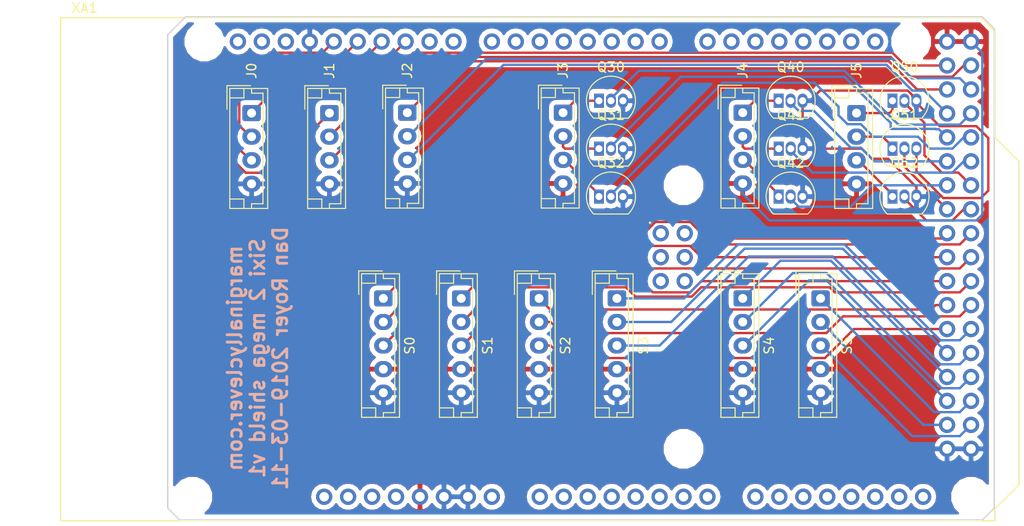
<source format=kicad_pcb>
(kicad_pcb (version 20171130) (host pcbnew "(5.0.2)-1")

  (general
    (thickness 1.6)
    (drawings 13)
    (tracks 263)
    (zones 0)
    (modules 22)
    (nets 48)
  )

  (page USLetter)
  (title_block
    (date 2019-03-11)
  )

  (layers
    (0 F.Cu signal)
    (31 B.Cu signal)
    (32 B.Adhes user)
    (33 F.Adhes user)
    (34 B.Paste user)
    (35 F.Paste user)
    (36 B.SilkS user)
    (37 F.SilkS user)
    (38 B.Mask user)
    (39 F.Mask user)
    (40 Dwgs.User user)
    (41 Cmts.User user)
    (42 Eco1.User user)
    (43 Eco2.User user)
    (44 Edge.Cuts user)
    (45 Margin user)
    (46 B.CrtYd user)
    (47 F.CrtYd user)
    (48 B.Fab user)
    (49 F.Fab user)
  )

  (setup
    (last_trace_width 0.25)
    (trace_clearance 0.2)
    (zone_clearance 0.508)
    (zone_45_only no)
    (trace_min 0.2)
    (segment_width 0.2)
    (edge_width 0.15)
    (via_size 0.8)
    (via_drill 0.4)
    (via_min_size 0.4)
    (via_min_drill 0.3)
    (uvia_size 0.3)
    (uvia_drill 0.1)
    (uvias_allowed no)
    (uvia_min_size 0.2)
    (uvia_min_drill 0.1)
    (pcb_text_width 0.3)
    (pcb_text_size 1.5 1.5)
    (mod_edge_width 0.15)
    (mod_text_size 1 1)
    (mod_text_width 0.15)
    (pad_size 1.524 1.524)
    (pad_drill 0.762)
    (pad_to_mask_clearance 0.051)
    (solder_mask_min_width 0.25)
    (aux_axis_origin 0 0)
    (visible_elements 7FFFFFFF)
    (pcbplotparams
      (layerselection 0x010fc_ffffffff)
      (usegerberextensions false)
      (usegerberattributes false)
      (usegerberadvancedattributes false)
      (creategerberjobfile false)
      (excludeedgelayer true)
      (linewidth 0.100000)
      (plotframeref false)
      (viasonmask false)
      (mode 1)
      (useauxorigin false)
      (hpglpennumber 1)
      (hpglpenspeed 20)
      (hpglpendiameter 15.000000)
      (psnegative false)
      (psa4output false)
      (plotreference true)
      (plotvalue true)
      (plotinvisibletext false)
      (padsonsilk false)
      (subtractmaskfromsilk false)
      (outputformat 1)
      (mirror false)
      (drillshape 1)
      (scaleselection 1)
      (outputdirectory ""))
  )

  (net 0 "")
  (net 1 +5V)
  (net 2 GND)
  (net 3 "Net-(S1-Pad1)")
  (net 4 "Net-(S1-Pad2)")
  (net 5 "Net-(S1-Pad3)")
  (net 6 "Net-(S2-Pad3)")
  (net 7 "Net-(S2-Pad2)")
  (net 8 "Net-(S2-Pad1)")
  (net 9 "Net-(S3-Pad1)")
  (net 10 "Net-(S3-Pad2)")
  (net 11 "Net-(S3-Pad3)")
  (net 12 "Net-(S4-Pad3)")
  (net 13 "Net-(S4-Pad2)")
  (net 14 "Net-(S4-Pad1)")
  (net 15 "Net-(S5-Pad1)")
  (net 16 "Net-(S5-Pad2)")
  (net 17 "Net-(S5-Pad3)")
  (net 18 "Net-(J0-Pad1)")
  (net 19 "Net-(J0-Pad2)")
  (net 20 "Net-(J0-Pad3)")
  (net 21 "Net-(J1-Pad1)")
  (net 22 "Net-(J1-Pad2)")
  (net 23 "Net-(J1-Pad3)")
  (net 24 "Net-(J2-Pad3)")
  (net 25 "Net-(J2-Pad2)")
  (net 26 "Net-(J2-Pad1)")
  (net 27 "Net-(S0-Pad1)")
  (net 28 "Net-(S0-Pad2)")
  (net 29 "Net-(S0-Pad3)")
  (net 30 "Net-(J3-Pad3)")
  (net 31 "Net-(J3-Pad2)")
  (net 32 "Net-(J3-Pad1)")
  (net 33 "Net-(J4-Pad1)")
  (net 34 "Net-(J4-Pad2)")
  (net 35 "Net-(J4-Pad3)")
  (net 36 "Net-(J5-Pad3)")
  (net 37 "Net-(J5-Pad2)")
  (net 38 "Net-(J5-Pad1)")
  (net 39 "Net-(Q30-Pad2)")
  (net 40 "Net-(Q31-Pad2)")
  (net 41 "Net-(Q32-Pad2)")
  (net 42 "Net-(Q40-Pad2)")
  (net 43 "Net-(Q41-Pad2)")
  (net 44 "Net-(Q42-Pad2)")
  (net 45 "Net-(Q50-Pad2)")
  (net 46 "Net-(Q51-Pad2)")
  (net 47 "Net-(Q52-Pad2)")

  (net_class Default "This is the default net class."
    (clearance 0.2)
    (trace_width 0.25)
    (via_dia 0.8)
    (via_drill 0.4)
    (uvia_dia 0.3)
    (uvia_drill 0.1)
    (add_net +5V)
    (add_net GND)
    (add_net "Net-(J0-Pad1)")
    (add_net "Net-(J0-Pad2)")
    (add_net "Net-(J0-Pad3)")
    (add_net "Net-(J1-Pad1)")
    (add_net "Net-(J1-Pad2)")
    (add_net "Net-(J1-Pad3)")
    (add_net "Net-(J2-Pad1)")
    (add_net "Net-(J2-Pad2)")
    (add_net "Net-(J2-Pad3)")
    (add_net "Net-(J3-Pad1)")
    (add_net "Net-(J3-Pad2)")
    (add_net "Net-(J3-Pad3)")
    (add_net "Net-(J4-Pad1)")
    (add_net "Net-(J4-Pad2)")
    (add_net "Net-(J4-Pad3)")
    (add_net "Net-(J5-Pad1)")
    (add_net "Net-(J5-Pad2)")
    (add_net "Net-(J5-Pad3)")
    (add_net "Net-(Q30-Pad2)")
    (add_net "Net-(Q31-Pad2)")
    (add_net "Net-(Q32-Pad2)")
    (add_net "Net-(Q40-Pad2)")
    (add_net "Net-(Q41-Pad2)")
    (add_net "Net-(Q42-Pad2)")
    (add_net "Net-(Q50-Pad2)")
    (add_net "Net-(Q51-Pad2)")
    (add_net "Net-(Q52-Pad2)")
    (add_net "Net-(S0-Pad1)")
    (add_net "Net-(S0-Pad2)")
    (add_net "Net-(S0-Pad3)")
    (add_net "Net-(S1-Pad1)")
    (add_net "Net-(S1-Pad2)")
    (add_net "Net-(S1-Pad3)")
    (add_net "Net-(S2-Pad1)")
    (add_net "Net-(S2-Pad2)")
    (add_net "Net-(S2-Pad3)")
    (add_net "Net-(S3-Pad1)")
    (add_net "Net-(S3-Pad2)")
    (add_net "Net-(S3-Pad3)")
    (add_net "Net-(S4-Pad1)")
    (add_net "Net-(S4-Pad2)")
    (add_net "Net-(S4-Pad3)")
    (add_net "Net-(S5-Pad1)")
    (add_net "Net-(S5-Pad2)")
    (add_net "Net-(S5-Pad3)")
  )

  (module Arduino:Arduino_Mega2560_Shield (layer F.Cu) (tedit 5A8605D3) (tstamp 5C8B06C9)
    (at 110.565001 116.915001)
    (descr https://store.arduino.cc/arduino-mega-2560-rev3)
    (path /5C86D06A)
    (fp_text reference XA1 (at 2.54 -54.356) (layer F.SilkS)
      (effects (font (size 1 1) (thickness 0.15)))
    )
    (fp_text value Arduino_Mega2560_Shield (at 15.494 -54.356) (layer F.Fab)
      (effects (font (size 1 1) (thickness 0.15)))
    )
    (fp_line (start 9.525 -32.385) (end -6.35 -32.385) (layer B.CrtYd) (width 0.15))
    (fp_line (start 9.525 -43.815) (end -6.35 -43.815) (layer B.CrtYd) (width 0.15))
    (fp_line (start 9.525 -43.815) (end 9.525 -32.385) (layer B.CrtYd) (width 0.15))
    (fp_line (start -6.35 -43.815) (end -6.35 -32.385) (layer B.CrtYd) (width 0.15))
    (fp_text user . (at 62.484 -32.004) (layer F.SilkS)
      (effects (font (size 1 1) (thickness 0.15)))
    )
    (fp_line (start 11.43 -12.065) (end 11.43 -3.175) (layer B.CrtYd) (width 0.15))
    (fp_line (start -1.905 -3.175) (end 11.43 -3.175) (layer B.CrtYd) (width 0.15))
    (fp_line (start -1.905 -12.065) (end -1.905 -3.175) (layer B.CrtYd) (width 0.15))
    (fp_line (start -1.905 -12.065) (end 11.43 -12.065) (layer B.CrtYd) (width 0.15))
    (fp_line (start 0 -53.34) (end 0 0) (layer F.SilkS) (width 0.15))
    (fp_line (start 99.06 -40.64) (end 99.06 -51.816) (layer F.SilkS) (width 0.15))
    (fp_line (start 101.6 -38.1) (end 99.06 -40.64) (layer F.SilkS) (width 0.15))
    (fp_line (start 101.6 -3.81) (end 101.6 -38.1) (layer F.SilkS) (width 0.15))
    (fp_line (start 99.06 -1.27) (end 101.6 -3.81) (layer F.SilkS) (width 0.15))
    (fp_line (start 99.06 0) (end 99.06 -1.27) (layer F.SilkS) (width 0.15))
    (fp_line (start 97.536 -53.34) (end 99.06 -51.816) (layer F.SilkS) (width 0.15))
    (fp_line (start 0 0) (end 99.06 0) (layer F.SilkS) (width 0.15))
    (fp_line (start 0 -53.34) (end 97.536 -53.34) (layer F.SilkS) (width 0.15))
    (pad RST2 thru_hole oval (at 63.627 -25.4) (size 1.7272 1.7272) (drill 1.016) (layers *.Cu *.Mask))
    (pad GND4 thru_hole oval (at 66.167 -25.4) (size 1.7272 1.7272) (drill 1.016) (layers *.Cu *.Mask))
    (pad MOSI thru_hole oval (at 66.167 -27.94) (size 1.7272 1.7272) (drill 1.016) (layers *.Cu *.Mask))
    (pad SCK thru_hole oval (at 63.627 -27.94) (size 1.7272 1.7272) (drill 1.016) (layers *.Cu *.Mask))
    (pad 5V2 thru_hole oval (at 66.167 -30.48) (size 1.7272 1.7272) (drill 1.016) (layers *.Cu *.Mask))
    (pad A0 thru_hole oval (at 50.8 -2.54) (size 1.7272 1.7272) (drill 1.016) (layers *.Cu *.Mask))
    (pad VIN thru_hole oval (at 45.72 -2.54) (size 1.7272 1.7272) (drill 1.016) (layers *.Cu *.Mask))
    (pad GND3 thru_hole oval (at 43.18 -2.54) (size 1.7272 1.7272) (drill 1.016) (layers *.Cu *.Mask)
      (net 2 GND))
    (pad GND2 thru_hole oval (at 40.64 -2.54) (size 1.7272 1.7272) (drill 1.016) (layers *.Cu *.Mask)
      (net 2 GND))
    (pad 5V1 thru_hole oval (at 38.1 -2.54) (size 1.7272 1.7272) (drill 1.016) (layers *.Cu *.Mask)
      (net 1 +5V))
    (pad 3V3 thru_hole oval (at 35.56 -2.54) (size 1.7272 1.7272) (drill 1.016) (layers *.Cu *.Mask))
    (pad RST1 thru_hole oval (at 33.02 -2.54) (size 1.7272 1.7272) (drill 1.016) (layers *.Cu *.Mask))
    (pad IORF thru_hole oval (at 30.48 -2.54) (size 1.7272 1.7272) (drill 1.016) (layers *.Cu *.Mask))
    (pad D21 thru_hole oval (at 86.36 -50.8) (size 1.7272 1.7272) (drill 1.016) (layers *.Cu *.Mask))
    (pad D20 thru_hole oval (at 83.82 -50.8) (size 1.7272 1.7272) (drill 1.016) (layers *.Cu *.Mask))
    (pad D19 thru_hole oval (at 81.28 -50.8) (size 1.7272 1.7272) (drill 1.016) (layers *.Cu *.Mask))
    (pad D18 thru_hole oval (at 78.74 -50.8) (size 1.7272 1.7272) (drill 1.016) (layers *.Cu *.Mask))
    (pad D17 thru_hole oval (at 76.2 -50.8) (size 1.7272 1.7272) (drill 1.016) (layers *.Cu *.Mask))
    (pad D16 thru_hole oval (at 73.66 -50.8) (size 1.7272 1.7272) (drill 1.016) (layers *.Cu *.Mask))
    (pad D15 thru_hole oval (at 71.12 -50.8) (size 1.7272 1.7272) (drill 1.016) (layers *.Cu *.Mask))
    (pad D14 thru_hole oval (at 68.58 -50.8) (size 1.7272 1.7272) (drill 1.016) (layers *.Cu *.Mask))
    (pad D0 thru_hole oval (at 63.5 -50.8) (size 1.7272 1.7272) (drill 1.016) (layers *.Cu *.Mask))
    (pad D1 thru_hole oval (at 60.96 -50.8) (size 1.7272 1.7272) (drill 1.016) (layers *.Cu *.Mask))
    (pad D2 thru_hole oval (at 58.42 -50.8) (size 1.7272 1.7272) (drill 1.016) (layers *.Cu *.Mask))
    (pad D3 thru_hole oval (at 55.88 -50.8) (size 1.7272 1.7272) (drill 1.016) (layers *.Cu *.Mask))
    (pad D4 thru_hole oval (at 53.34 -50.8) (size 1.7272 1.7272) (drill 1.016) (layers *.Cu *.Mask))
    (pad D5 thru_hole oval (at 50.8 -50.8) (size 1.7272 1.7272) (drill 1.016) (layers *.Cu *.Mask))
    (pad D6 thru_hole oval (at 48.26 -50.8) (size 1.7272 1.7272) (drill 1.016) (layers *.Cu *.Mask))
    (pad D7 thru_hole oval (at 45.72 -50.8) (size 1.7272 1.7272) (drill 1.016) (layers *.Cu *.Mask))
    (pad GND1 thru_hole oval (at 26.416 -50.8) (size 1.7272 1.7272) (drill 1.016) (layers *.Cu *.Mask)
      (net 2 GND))
    (pad D8 thru_hole oval (at 41.656 -50.8) (size 1.7272 1.7272) (drill 1.016) (layers *.Cu *.Mask))
    (pad D9 thru_hole oval (at 39.116 -50.8) (size 1.7272 1.7272) (drill 1.016) (layers *.Cu *.Mask))
    (pad D10 thru_hole oval (at 36.576 -50.8) (size 1.7272 1.7272) (drill 1.016) (layers *.Cu *.Mask)
      (net 18 "Net-(J0-Pad1)"))
    (pad "" np_thru_hole circle (at 66.04 -7.62) (size 3.2 3.2) (drill 3.2) (layers *.Cu *.Mask))
    (pad "" np_thru_hole circle (at 66.04 -35.56) (size 3.2 3.2) (drill 3.2) (layers *.Cu *.Mask))
    (pad "" np_thru_hole circle (at 90.17 -50.8) (size 3.2 3.2) (drill 3.2) (layers *.Cu *.Mask))
    (pad "" np_thru_hole circle (at 15.24 -50.8) (size 3.2 3.2) (drill 3.2) (layers *.Cu *.Mask))
    (pad "" np_thru_hole circle (at 96.52 -2.54) (size 3.2 3.2) (drill 3.2) (layers *.Cu *.Mask))
    (pad "" np_thru_hole circle (at 13.97 -2.54) (size 3.2 3.2) (drill 3.2) (layers *.Cu *.Mask))
    (pad SCL thru_hole oval (at 18.796 -50.8) (size 1.7272 1.7272) (drill 1.016) (layers *.Cu *.Mask))
    (pad SDA thru_hole oval (at 21.336 -50.8) (size 1.7272 1.7272) (drill 1.016) (layers *.Cu *.Mask))
    (pad AREF thru_hole oval (at 23.876 -50.8) (size 1.7272 1.7272) (drill 1.016) (layers *.Cu *.Mask))
    (pad D13 thru_hole oval (at 28.956 -50.8) (size 1.7272 1.7272) (drill 1.016) (layers *.Cu *.Mask)
      (net 21 "Net-(J1-Pad1)"))
    (pad D12 thru_hole oval (at 31.496 -50.8) (size 1.7272 1.7272) (drill 1.016) (layers *.Cu *.Mask)
      (net 20 "Net-(J0-Pad3)"))
    (pad D11 thru_hole oval (at 34.036 -50.8) (size 1.7272 1.7272) (drill 1.016) (layers *.Cu *.Mask)
      (net 19 "Net-(J0-Pad2)"))
    (pad "" thru_hole oval (at 27.94 -2.54) (size 1.7272 1.7272) (drill 1.016) (layers *.Cu *.Mask))
    (pad A1 thru_hole oval (at 53.34 -2.54) (size 1.7272 1.7272) (drill 1.016) (layers *.Cu *.Mask))
    (pad A2 thru_hole oval (at 55.88 -2.54) (size 1.7272 1.7272) (drill 1.016) (layers *.Cu *.Mask))
    (pad A3 thru_hole oval (at 58.42 -2.54) (size 1.7272 1.7272) (drill 1.016) (layers *.Cu *.Mask))
    (pad A4 thru_hole oval (at 60.96 -2.54) (size 1.7272 1.7272) (drill 1.016) (layers *.Cu *.Mask))
    (pad A5 thru_hole oval (at 63.5 -2.54) (size 1.7272 1.7272) (drill 1.016) (layers *.Cu *.Mask))
    (pad A6 thru_hole oval (at 66.04 -2.54) (size 1.7272 1.7272) (drill 1.016) (layers *.Cu *.Mask))
    (pad A7 thru_hole oval (at 68.58 -2.54) (size 1.7272 1.7272) (drill 1.016) (layers *.Cu *.Mask))
    (pad A8 thru_hole oval (at 73.66 -2.54) (size 1.7272 1.7272) (drill 1.016) (layers *.Cu *.Mask))
    (pad A9 thru_hole oval (at 76.2 -2.54) (size 1.7272 1.7272) (drill 1.016) (layers *.Cu *.Mask))
    (pad A10 thru_hole oval (at 78.74 -2.54) (size 1.7272 1.7272) (drill 1.016) (layers *.Cu *.Mask))
    (pad A11 thru_hole oval (at 81.28 -2.54) (size 1.7272 1.7272) (drill 1.016) (layers *.Cu *.Mask))
    (pad A12 thru_hole oval (at 83.82 -2.54) (size 1.7272 1.7272) (drill 1.016) (layers *.Cu *.Mask))
    (pad A13 thru_hole oval (at 86.36 -2.54) (size 1.7272 1.7272) (drill 1.016) (layers *.Cu *.Mask))
    (pad A14 thru_hole oval (at 88.9 -2.54) (size 1.7272 1.7272) (drill 1.016) (layers *.Cu *.Mask))
    (pad A15 thru_hole oval (at 91.44 -2.54) (size 1.7272 1.7272) (drill 1.016) (layers *.Cu *.Mask))
    (pad 5V3 thru_hole oval (at 93.98 -50.8) (size 1.7272 1.7272) (drill 1.016) (layers *.Cu *.Mask)
      (net 1 +5V))
    (pad 5V4 thru_hole oval (at 96.52 -50.8) (size 1.7272 1.7272) (drill 1.016) (layers *.Cu *.Mask)
      (net 1 +5V))
    (pad D22 thru_hole oval (at 93.98 -48.26) (size 1.7272 1.7272) (drill 1.016) (layers *.Cu *.Mask)
      (net 22 "Net-(J1-Pad2)"))
    (pad D23 thru_hole oval (at 96.52 -48.26) (size 1.7272 1.7272) (drill 1.016) (layers *.Cu *.Mask)
      (net 23 "Net-(J1-Pad3)"))
    (pad D24 thru_hole oval (at 93.98 -45.72) (size 1.7272 1.7272) (drill 1.016) (layers *.Cu *.Mask)
      (net 26 "Net-(J2-Pad1)"))
    (pad D25 thru_hole oval (at 96.52 -45.72) (size 1.7272 1.7272) (drill 1.016) (layers *.Cu *.Mask)
      (net 25 "Net-(J2-Pad2)"))
    (pad D26 thru_hole oval (at 93.98 -43.18) (size 1.7272 1.7272) (drill 1.016) (layers *.Cu *.Mask)
      (net 24 "Net-(J2-Pad3)"))
    (pad D27 thru_hole oval (at 96.52 -43.18) (size 1.7272 1.7272) (drill 1.016) (layers *.Cu *.Mask)
      (net 39 "Net-(Q30-Pad2)"))
    (pad D28 thru_hole oval (at 93.98 -40.64) (size 1.7272 1.7272) (drill 1.016) (layers *.Cu *.Mask)
      (net 40 "Net-(Q31-Pad2)"))
    (pad D29 thru_hole oval (at 96.52 -40.64) (size 1.7272 1.7272) (drill 1.016) (layers *.Cu *.Mask)
      (net 41 "Net-(Q32-Pad2)"))
    (pad D30 thru_hole oval (at 93.98 -38.1) (size 1.7272 1.7272) (drill 1.016) (layers *.Cu *.Mask)
      (net 42 "Net-(Q40-Pad2)"))
    (pad D31 thru_hole oval (at 96.52 -38.1) (size 1.7272 1.7272) (drill 1.016) (layers *.Cu *.Mask)
      (net 43 "Net-(Q41-Pad2)"))
    (pad D32 thru_hole oval (at 93.98 -35.56) (size 1.7272 1.7272) (drill 1.016) (layers *.Cu *.Mask)
      (net 44 "Net-(Q42-Pad2)"))
    (pad D33 thru_hole oval (at 96.52 -35.56) (size 1.7272 1.7272) (drill 1.016) (layers *.Cu *.Mask)
      (net 45 "Net-(Q50-Pad2)"))
    (pad D34 thru_hole oval (at 93.98 -33.02) (size 1.7272 1.7272) (drill 1.016) (layers *.Cu *.Mask)
      (net 46 "Net-(Q51-Pad2)"))
    (pad D35 thru_hole oval (at 96.52 -33.02) (size 1.7272 1.7272) (drill 1.016) (layers *.Cu *.Mask)
      (net 47 "Net-(Q52-Pad2)"))
    (pad D36 thru_hole oval (at 93.98 -30.48) (size 1.7272 1.7272) (drill 1.016) (layers *.Cu *.Mask)
      (net 27 "Net-(S0-Pad1)"))
    (pad D37 thru_hole oval (at 96.52 -30.48) (size 1.7272 1.7272) (drill 1.016) (layers *.Cu *.Mask)
      (net 28 "Net-(S0-Pad2)"))
    (pad D38 thru_hole oval (at 93.98 -27.94) (size 1.7272 1.7272) (drill 1.016) (layers *.Cu *.Mask)
      (net 29 "Net-(S0-Pad3)"))
    (pad D39 thru_hole oval (at 96.52 -27.94) (size 1.7272 1.7272) (drill 1.016) (layers *.Cu *.Mask)
      (net 3 "Net-(S1-Pad1)"))
    (pad D40 thru_hole oval (at 93.98 -25.4) (size 1.7272 1.7272) (drill 1.016) (layers *.Cu *.Mask)
      (net 4 "Net-(S1-Pad2)"))
    (pad D41 thru_hole oval (at 96.52 -25.4) (size 1.7272 1.7272) (drill 1.016) (layers *.Cu *.Mask)
      (net 5 "Net-(S1-Pad3)"))
    (pad D42 thru_hole oval (at 93.98 -22.86) (size 1.7272 1.7272) (drill 1.016) (layers *.Cu *.Mask)
      (net 8 "Net-(S2-Pad1)"))
    (pad D43 thru_hole oval (at 96.52 -22.86) (size 1.7272 1.7272) (drill 1.016) (layers *.Cu *.Mask)
      (net 7 "Net-(S2-Pad2)"))
    (pad D44 thru_hole oval (at 93.98 -20.32) (size 1.7272 1.7272) (drill 1.016) (layers *.Cu *.Mask)
      (net 6 "Net-(S2-Pad3)"))
    (pad D45 thru_hole oval (at 96.52 -20.32) (size 1.7272 1.7272) (drill 1.016) (layers *.Cu *.Mask)
      (net 9 "Net-(S3-Pad1)"))
    (pad D46 thru_hole oval (at 93.98 -17.78) (size 1.7272 1.7272) (drill 1.016) (layers *.Cu *.Mask)
      (net 10 "Net-(S3-Pad2)"))
    (pad D47 thru_hole oval (at 96.52 -17.78) (size 1.7272 1.7272) (drill 1.016) (layers *.Cu *.Mask)
      (net 11 "Net-(S3-Pad3)"))
    (pad D48 thru_hole oval (at 93.98 -15.24) (size 1.7272 1.7272) (drill 1.016) (layers *.Cu *.Mask)
      (net 14 "Net-(S4-Pad1)"))
    (pad D49 thru_hole oval (at 96.52 -15.24) (size 1.7272 1.7272) (drill 1.016) (layers *.Cu *.Mask)
      (net 13 "Net-(S4-Pad2)"))
    (pad D50 thru_hole oval (at 93.98 -12.7) (size 1.7272 1.7272) (drill 1.016) (layers *.Cu *.Mask)
      (net 12 "Net-(S4-Pad3)"))
    (pad D51 thru_hole oval (at 96.52 -12.7) (size 1.7272 1.7272) (drill 1.016) (layers *.Cu *.Mask)
      (net 15 "Net-(S5-Pad1)"))
    (pad D52 thru_hole oval (at 93.98 -10.16) (size 1.7272 1.7272) (drill 1.016) (layers *.Cu *.Mask)
      (net 16 "Net-(S5-Pad2)"))
    (pad D53 thru_hole oval (at 96.52 -10.16) (size 1.7272 1.7272) (drill 1.016) (layers *.Cu *.Mask)
      (net 17 "Net-(S5-Pad3)"))
    (pad GND5 thru_hole oval (at 93.98 -7.62) (size 1.7272 1.7272) (drill 1.016) (layers *.Cu *.Mask)
      (net 2 GND))
    (pad GND6 thru_hole oval (at 96.52 -7.62) (size 1.7272 1.7272) (drill 1.016) (layers *.Cu *.Mask)
      (net 2 GND))
    (pad MISO thru_hole oval (at 63.627 -30.48) (size 1.7272 1.7272) (drill 1.016) (layers *.Cu *.Mask))
  )

  (module Connect_JST:JST_EH_B4B-EH-A_1x04_P2.50mm_Vertical (layer F.Cu) (tedit 5C28142C) (tstamp 5C887C77)
    (at 130.81 73.7 270)
    (descr "JST EH series connector, B4B-EH-A (http://www.jst-mfg.com/product/pdf/eng/eEH.pdf), generated with kicad-footprint-generator")
    (tags "connector JST EH vertical")
    (path /5C86DDD4)
    (fp_text reference J0 (at -4.485 0 270) (layer F.SilkS)
      (effects (font (size 1 1) (thickness 0.15)))
    )
    (fp_text value CONN_01X04 (at 3.75 3.4 270) (layer F.Fab)
      (effects (font (size 1 1) (thickness 0.15)))
    )
    (fp_line (start -2.5 -1.6) (end -2.5 2.2) (layer F.Fab) (width 0.1))
    (fp_line (start -2.5 2.2) (end 10 2.2) (layer F.Fab) (width 0.1))
    (fp_line (start 10 2.2) (end 10 -1.6) (layer F.Fab) (width 0.1))
    (fp_line (start 10 -1.6) (end -2.5 -1.6) (layer F.Fab) (width 0.1))
    (fp_line (start -3 -2.1) (end -3 2.7) (layer F.CrtYd) (width 0.05))
    (fp_line (start -3 2.7) (end 10.5 2.7) (layer F.CrtYd) (width 0.05))
    (fp_line (start 10.5 2.7) (end 10.5 -2.1) (layer F.CrtYd) (width 0.05))
    (fp_line (start 10.5 -2.1) (end -3 -2.1) (layer F.CrtYd) (width 0.05))
    (fp_line (start -2.61 -1.71) (end -2.61 2.31) (layer F.SilkS) (width 0.12))
    (fp_line (start -2.61 2.31) (end 10.11 2.31) (layer F.SilkS) (width 0.12))
    (fp_line (start 10.11 2.31) (end 10.11 -1.71) (layer F.SilkS) (width 0.12))
    (fp_line (start 10.11 -1.71) (end -2.61 -1.71) (layer F.SilkS) (width 0.12))
    (fp_line (start -2.61 0) (end -2.11 0) (layer F.SilkS) (width 0.12))
    (fp_line (start -2.11 0) (end -2.11 -1.21) (layer F.SilkS) (width 0.12))
    (fp_line (start -2.11 -1.21) (end 9.61 -1.21) (layer F.SilkS) (width 0.12))
    (fp_line (start 9.61 -1.21) (end 9.61 0) (layer F.SilkS) (width 0.12))
    (fp_line (start 9.61 0) (end 10.11 0) (layer F.SilkS) (width 0.12))
    (fp_line (start -2.61 0.81) (end -1.61 0.81) (layer F.SilkS) (width 0.12))
    (fp_line (start -1.61 0.81) (end -1.61 2.31) (layer F.SilkS) (width 0.12))
    (fp_line (start 10.11 0.81) (end 9.11 0.81) (layer F.SilkS) (width 0.12))
    (fp_line (start 9.11 0.81) (end 9.11 2.31) (layer F.SilkS) (width 0.12))
    (fp_line (start -2.91 0.11) (end -2.91 2.61) (layer F.SilkS) (width 0.12))
    (fp_line (start -2.91 2.61) (end -0.41 2.61) (layer F.SilkS) (width 0.12))
    (fp_line (start -2.91 0.11) (end -2.91 2.61) (layer F.Fab) (width 0.1))
    (fp_line (start -2.91 2.61) (end -0.41 2.61) (layer F.Fab) (width 0.1))
    (fp_text user %R (at 3.75 1.5 270) (layer F.Fab)
      (effects (font (size 1 1) (thickness 0.15)))
    )
    (pad 1 thru_hole roundrect (at 0 0 270) (size 1.7 1.95) (drill 0.95) (layers *.Cu *.Mask) (roundrect_rratio 0.147059)
      (net 18 "Net-(J0-Pad1)"))
    (pad 2 thru_hole oval (at 2.5 0 270) (size 1.7 1.95) (drill 0.95) (layers *.Cu *.Mask)
      (net 19 "Net-(J0-Pad2)"))
    (pad 3 thru_hole oval (at 5 0 270) (size 1.7 1.95) (drill 0.95) (layers *.Cu *.Mask)
      (net 20 "Net-(J0-Pad3)"))
    (pad 4 thru_hole oval (at 7.5 0 270) (size 1.7 1.95) (drill 0.95) (layers *.Cu *.Mask)
      (net 2 GND))
    (model ${KISYS3DMOD}/Connector_JST.3dshapes/JST_EH_B4B-EH-A_1x04_P2.50mm_Vertical.wrl
      (at (xyz 0 0 0))
      (scale (xyz 1 1 1))
      (rotate (xyz 0 0 0))
    )
  )

  (module Connect_JST:JST_EH_B4B-EH-A_1x04_P2.50mm_Vertical (layer F.Cu) (tedit 5C28142C) (tstamp 5C886D33)
    (at 139.065 73.7 270)
    (descr "JST EH series connector, B4B-EH-A (http://www.jst-mfg.com/product/pdf/eng/eEH.pdf), generated with kicad-footprint-generator")
    (tags "connector JST EH vertical")
    (path /5C86DD0A)
    (fp_text reference J1 (at -4.485 0 270) (layer F.SilkS)
      (effects (font (size 1 1) (thickness 0.15)))
    )
    (fp_text value CONN_01X04 (at 3.75 3.4 270) (layer F.Fab)
      (effects (font (size 1 1) (thickness 0.15)))
    )
    (fp_line (start -2.5 -1.6) (end -2.5 2.2) (layer F.Fab) (width 0.1))
    (fp_line (start -2.5 2.2) (end 10 2.2) (layer F.Fab) (width 0.1))
    (fp_line (start 10 2.2) (end 10 -1.6) (layer F.Fab) (width 0.1))
    (fp_line (start 10 -1.6) (end -2.5 -1.6) (layer F.Fab) (width 0.1))
    (fp_line (start -3 -2.1) (end -3 2.7) (layer F.CrtYd) (width 0.05))
    (fp_line (start -3 2.7) (end 10.5 2.7) (layer F.CrtYd) (width 0.05))
    (fp_line (start 10.5 2.7) (end 10.5 -2.1) (layer F.CrtYd) (width 0.05))
    (fp_line (start 10.5 -2.1) (end -3 -2.1) (layer F.CrtYd) (width 0.05))
    (fp_line (start -2.61 -1.71) (end -2.61 2.31) (layer F.SilkS) (width 0.12))
    (fp_line (start -2.61 2.31) (end 10.11 2.31) (layer F.SilkS) (width 0.12))
    (fp_line (start 10.11 2.31) (end 10.11 -1.71) (layer F.SilkS) (width 0.12))
    (fp_line (start 10.11 -1.71) (end -2.61 -1.71) (layer F.SilkS) (width 0.12))
    (fp_line (start -2.61 0) (end -2.11 0) (layer F.SilkS) (width 0.12))
    (fp_line (start -2.11 0) (end -2.11 -1.21) (layer F.SilkS) (width 0.12))
    (fp_line (start -2.11 -1.21) (end 9.61 -1.21) (layer F.SilkS) (width 0.12))
    (fp_line (start 9.61 -1.21) (end 9.61 0) (layer F.SilkS) (width 0.12))
    (fp_line (start 9.61 0) (end 10.11 0) (layer F.SilkS) (width 0.12))
    (fp_line (start -2.61 0.81) (end -1.61 0.81) (layer F.SilkS) (width 0.12))
    (fp_line (start -1.61 0.81) (end -1.61 2.31) (layer F.SilkS) (width 0.12))
    (fp_line (start 10.11 0.81) (end 9.11 0.81) (layer F.SilkS) (width 0.12))
    (fp_line (start 9.11 0.81) (end 9.11 2.31) (layer F.SilkS) (width 0.12))
    (fp_line (start -2.91 0.11) (end -2.91 2.61) (layer F.SilkS) (width 0.12))
    (fp_line (start -2.91 2.61) (end -0.41 2.61) (layer F.SilkS) (width 0.12))
    (fp_line (start -2.91 0.11) (end -2.91 2.61) (layer F.Fab) (width 0.1))
    (fp_line (start -2.91 2.61) (end -0.41 2.61) (layer F.Fab) (width 0.1))
    (fp_text user %R (at 3.75 1.5 270) (layer F.Fab)
      (effects (font (size 1 1) (thickness 0.15)))
    )
    (pad 1 thru_hole roundrect (at 0 0 270) (size 1.7 1.95) (drill 0.95) (layers *.Cu *.Mask) (roundrect_rratio 0.147059)
      (net 21 "Net-(J1-Pad1)"))
    (pad 2 thru_hole oval (at 2.5 0 270) (size 1.7 1.95) (drill 0.95) (layers *.Cu *.Mask)
      (net 22 "Net-(J1-Pad2)"))
    (pad 3 thru_hole oval (at 5 0 270) (size 1.7 1.95) (drill 0.95) (layers *.Cu *.Mask)
      (net 23 "Net-(J1-Pad3)"))
    (pad 4 thru_hole oval (at 7.5 0 270) (size 1.7 1.95) (drill 0.95) (layers *.Cu *.Mask)
      (net 2 GND))
    (model ${KISYS3DMOD}/Connector_JST.3dshapes/JST_EH_B4B-EH-A_1x04_P2.50mm_Vertical.wrl
      (at (xyz 0 0 0))
      (scale (xyz 1 1 1))
      (rotate (xyz 0 0 0))
    )
  )

  (module Connect_JST:JST_EH_B4B-EH-A_1x04_P2.50mm_Vertical (layer F.Cu) (tedit 5C28142C) (tstamp 5C886D55)
    (at 147.32 73.66 270)
    (descr "JST EH series connector, B4B-EH-A (http://www.jst-mfg.com/product/pdf/eng/eEH.pdf), generated with kicad-footprint-generator")
    (tags "connector JST EH vertical")
    (path /5C86DD70)
    (fp_text reference J2 (at -4.445 0 270) (layer F.SilkS)
      (effects (font (size 1 1) (thickness 0.15)))
    )
    (fp_text value CONN_01X04 (at 3.75 3.4 270) (layer F.Fab)
      (effects (font (size 1 1) (thickness 0.15)))
    )
    (fp_text user %R (at 3.75 1.5 270) (layer F.Fab)
      (effects (font (size 1 1) (thickness 0.15)))
    )
    (fp_line (start -2.91 2.61) (end -0.41 2.61) (layer F.Fab) (width 0.1))
    (fp_line (start -2.91 0.11) (end -2.91 2.61) (layer F.Fab) (width 0.1))
    (fp_line (start -2.91 2.61) (end -0.41 2.61) (layer F.SilkS) (width 0.12))
    (fp_line (start -2.91 0.11) (end -2.91 2.61) (layer F.SilkS) (width 0.12))
    (fp_line (start 9.11 0.81) (end 9.11 2.31) (layer F.SilkS) (width 0.12))
    (fp_line (start 10.11 0.81) (end 9.11 0.81) (layer F.SilkS) (width 0.12))
    (fp_line (start -1.61 0.81) (end -1.61 2.31) (layer F.SilkS) (width 0.12))
    (fp_line (start -2.61 0.81) (end -1.61 0.81) (layer F.SilkS) (width 0.12))
    (fp_line (start 9.61 0) (end 10.11 0) (layer F.SilkS) (width 0.12))
    (fp_line (start 9.61 -1.21) (end 9.61 0) (layer F.SilkS) (width 0.12))
    (fp_line (start -2.11 -1.21) (end 9.61 -1.21) (layer F.SilkS) (width 0.12))
    (fp_line (start -2.11 0) (end -2.11 -1.21) (layer F.SilkS) (width 0.12))
    (fp_line (start -2.61 0) (end -2.11 0) (layer F.SilkS) (width 0.12))
    (fp_line (start 10.11 -1.71) (end -2.61 -1.71) (layer F.SilkS) (width 0.12))
    (fp_line (start 10.11 2.31) (end 10.11 -1.71) (layer F.SilkS) (width 0.12))
    (fp_line (start -2.61 2.31) (end 10.11 2.31) (layer F.SilkS) (width 0.12))
    (fp_line (start -2.61 -1.71) (end -2.61 2.31) (layer F.SilkS) (width 0.12))
    (fp_line (start 10.5 -2.1) (end -3 -2.1) (layer F.CrtYd) (width 0.05))
    (fp_line (start 10.5 2.7) (end 10.5 -2.1) (layer F.CrtYd) (width 0.05))
    (fp_line (start -3 2.7) (end 10.5 2.7) (layer F.CrtYd) (width 0.05))
    (fp_line (start -3 -2.1) (end -3 2.7) (layer F.CrtYd) (width 0.05))
    (fp_line (start 10 -1.6) (end -2.5 -1.6) (layer F.Fab) (width 0.1))
    (fp_line (start 10 2.2) (end 10 -1.6) (layer F.Fab) (width 0.1))
    (fp_line (start -2.5 2.2) (end 10 2.2) (layer F.Fab) (width 0.1))
    (fp_line (start -2.5 -1.6) (end -2.5 2.2) (layer F.Fab) (width 0.1))
    (pad 4 thru_hole oval (at 7.5 0 270) (size 1.7 1.95) (drill 0.95) (layers *.Cu *.Mask)
      (net 2 GND))
    (pad 3 thru_hole oval (at 5 0 270) (size 1.7 1.95) (drill 0.95) (layers *.Cu *.Mask)
      (net 24 "Net-(J2-Pad3)"))
    (pad 2 thru_hole oval (at 2.5 0 270) (size 1.7 1.95) (drill 0.95) (layers *.Cu *.Mask)
      (net 25 "Net-(J2-Pad2)"))
    (pad 1 thru_hole roundrect (at 0 0 270) (size 1.7 1.95) (drill 0.95) (layers *.Cu *.Mask) (roundrect_rratio 0.147059)
      (net 26 "Net-(J2-Pad1)"))
    (model ${KISYS3DMOD}/Connector_JST.3dshapes/JST_EH_B4B-EH-A_1x04_P2.50mm_Vertical.wrl
      (at (xyz 0 0 0))
      (scale (xyz 1 1 1))
      (rotate (xyz 0 0 0))
    )
  )

  (module Connect_JST:JST_EH_B4B-EH-A_1x04_P2.50mm_Vertical (layer F.Cu) (tedit 5C28142C) (tstamp 5C8B184C)
    (at 163.83 73.66 270)
    (descr "JST EH series connector, B4B-EH-A (http://www.jst-mfg.com/product/pdf/eng/eEH.pdf), generated with kicad-footprint-generator")
    (tags "connector JST EH vertical")
    (path /5C86DF10)
    (fp_text reference J3 (at -4.445 0 270) (layer F.SilkS)
      (effects (font (size 1 1) (thickness 0.15)))
    )
    (fp_text value CONN_01X04 (at 3.75 3.4 270) (layer F.Fab)
      (effects (font (size 1 1) (thickness 0.15)))
    )
    (fp_text user %R (at 3.75 1.5 270) (layer F.Fab)
      (effects (font (size 1 1) (thickness 0.15)))
    )
    (fp_line (start -2.91 2.61) (end -0.41 2.61) (layer F.Fab) (width 0.1))
    (fp_line (start -2.91 0.11) (end -2.91 2.61) (layer F.Fab) (width 0.1))
    (fp_line (start -2.91 2.61) (end -0.41 2.61) (layer F.SilkS) (width 0.12))
    (fp_line (start -2.91 0.11) (end -2.91 2.61) (layer F.SilkS) (width 0.12))
    (fp_line (start 9.11 0.81) (end 9.11 2.31) (layer F.SilkS) (width 0.12))
    (fp_line (start 10.11 0.81) (end 9.11 0.81) (layer F.SilkS) (width 0.12))
    (fp_line (start -1.61 0.81) (end -1.61 2.31) (layer F.SilkS) (width 0.12))
    (fp_line (start -2.61 0.81) (end -1.61 0.81) (layer F.SilkS) (width 0.12))
    (fp_line (start 9.61 0) (end 10.11 0) (layer F.SilkS) (width 0.12))
    (fp_line (start 9.61 -1.21) (end 9.61 0) (layer F.SilkS) (width 0.12))
    (fp_line (start -2.11 -1.21) (end 9.61 -1.21) (layer F.SilkS) (width 0.12))
    (fp_line (start -2.11 0) (end -2.11 -1.21) (layer F.SilkS) (width 0.12))
    (fp_line (start -2.61 0) (end -2.11 0) (layer F.SilkS) (width 0.12))
    (fp_line (start 10.11 -1.71) (end -2.61 -1.71) (layer F.SilkS) (width 0.12))
    (fp_line (start 10.11 2.31) (end 10.11 -1.71) (layer F.SilkS) (width 0.12))
    (fp_line (start -2.61 2.31) (end 10.11 2.31) (layer F.SilkS) (width 0.12))
    (fp_line (start -2.61 -1.71) (end -2.61 2.31) (layer F.SilkS) (width 0.12))
    (fp_line (start 10.5 -2.1) (end -3 -2.1) (layer F.CrtYd) (width 0.05))
    (fp_line (start 10.5 2.7) (end 10.5 -2.1) (layer F.CrtYd) (width 0.05))
    (fp_line (start -3 2.7) (end 10.5 2.7) (layer F.CrtYd) (width 0.05))
    (fp_line (start -3 -2.1) (end -3 2.7) (layer F.CrtYd) (width 0.05))
    (fp_line (start 10 -1.6) (end -2.5 -1.6) (layer F.Fab) (width 0.1))
    (fp_line (start 10 2.2) (end 10 -1.6) (layer F.Fab) (width 0.1))
    (fp_line (start -2.5 2.2) (end 10 2.2) (layer F.Fab) (width 0.1))
    (fp_line (start -2.5 -1.6) (end -2.5 2.2) (layer F.Fab) (width 0.1))
    (pad 4 thru_hole oval (at 7.5 0 270) (size 1.7 1.95) (drill 0.95) (layers *.Cu *.Mask)
      (net 1 +5V))
    (pad 3 thru_hole oval (at 5 0 270) (size 1.7 1.95) (drill 0.95) (layers *.Cu *.Mask)
      (net 30 "Net-(J3-Pad3)"))
    (pad 2 thru_hole oval (at 2.5 0 270) (size 1.7 1.95) (drill 0.95) (layers *.Cu *.Mask)
      (net 31 "Net-(J3-Pad2)"))
    (pad 1 thru_hole roundrect (at 0 0 270) (size 1.7 1.95) (drill 0.95) (layers *.Cu *.Mask) (roundrect_rratio 0.147059)
      (net 32 "Net-(J3-Pad1)"))
    (model ${KISYS3DMOD}/Connector_JST.3dshapes/JST_EH_B4B-EH-A_1x04_P2.50mm_Vertical.wrl
      (at (xyz 0 0 0))
      (scale (xyz 1 1 1))
      (rotate (xyz 0 0 0))
    )
  )

  (module Connect_JST:JST_EH_B4B-EH-A_1x04_P2.50mm_Vertical (layer F.Cu) (tedit 5C28142C) (tstamp 5C886D99)
    (at 182.88 73.66 270)
    (descr "JST EH series connector, B4B-EH-A (http://www.jst-mfg.com/product/pdf/eng/eEH.pdf), generated with kicad-footprint-generator")
    (tags "connector JST EH vertical")
    (path /5C8716B0)
    (fp_text reference J4 (at -4.445 0 270) (layer F.SilkS)
      (effects (font (size 1 1) (thickness 0.15)))
    )
    (fp_text value CONN_01X04 (at 3.75 3.4 270) (layer F.Fab)
      (effects (font (size 1 1) (thickness 0.15)))
    )
    (fp_line (start -2.5 -1.6) (end -2.5 2.2) (layer F.Fab) (width 0.1))
    (fp_line (start -2.5 2.2) (end 10 2.2) (layer F.Fab) (width 0.1))
    (fp_line (start 10 2.2) (end 10 -1.6) (layer F.Fab) (width 0.1))
    (fp_line (start 10 -1.6) (end -2.5 -1.6) (layer F.Fab) (width 0.1))
    (fp_line (start -3 -2.1) (end -3 2.7) (layer F.CrtYd) (width 0.05))
    (fp_line (start -3 2.7) (end 10.5 2.7) (layer F.CrtYd) (width 0.05))
    (fp_line (start 10.5 2.7) (end 10.5 -2.1) (layer F.CrtYd) (width 0.05))
    (fp_line (start 10.5 -2.1) (end -3 -2.1) (layer F.CrtYd) (width 0.05))
    (fp_line (start -2.61 -1.71) (end -2.61 2.31) (layer F.SilkS) (width 0.12))
    (fp_line (start -2.61 2.31) (end 10.11 2.31) (layer F.SilkS) (width 0.12))
    (fp_line (start 10.11 2.31) (end 10.11 -1.71) (layer F.SilkS) (width 0.12))
    (fp_line (start 10.11 -1.71) (end -2.61 -1.71) (layer F.SilkS) (width 0.12))
    (fp_line (start -2.61 0) (end -2.11 0) (layer F.SilkS) (width 0.12))
    (fp_line (start -2.11 0) (end -2.11 -1.21) (layer F.SilkS) (width 0.12))
    (fp_line (start -2.11 -1.21) (end 9.61 -1.21) (layer F.SilkS) (width 0.12))
    (fp_line (start 9.61 -1.21) (end 9.61 0) (layer F.SilkS) (width 0.12))
    (fp_line (start 9.61 0) (end 10.11 0) (layer F.SilkS) (width 0.12))
    (fp_line (start -2.61 0.81) (end -1.61 0.81) (layer F.SilkS) (width 0.12))
    (fp_line (start -1.61 0.81) (end -1.61 2.31) (layer F.SilkS) (width 0.12))
    (fp_line (start 10.11 0.81) (end 9.11 0.81) (layer F.SilkS) (width 0.12))
    (fp_line (start 9.11 0.81) (end 9.11 2.31) (layer F.SilkS) (width 0.12))
    (fp_line (start -2.91 0.11) (end -2.91 2.61) (layer F.SilkS) (width 0.12))
    (fp_line (start -2.91 2.61) (end -0.41 2.61) (layer F.SilkS) (width 0.12))
    (fp_line (start -2.91 0.11) (end -2.91 2.61) (layer F.Fab) (width 0.1))
    (fp_line (start -2.91 2.61) (end -0.41 2.61) (layer F.Fab) (width 0.1))
    (fp_text user %R (at 3.75 1.5 270) (layer F.Fab)
      (effects (font (size 1 1) (thickness 0.15)))
    )
    (pad 1 thru_hole roundrect (at 0 0 270) (size 1.7 1.95) (drill 0.95) (layers *.Cu *.Mask) (roundrect_rratio 0.147059)
      (net 33 "Net-(J4-Pad1)"))
    (pad 2 thru_hole oval (at 2.5 0 270) (size 1.7 1.95) (drill 0.95) (layers *.Cu *.Mask)
      (net 34 "Net-(J4-Pad2)"))
    (pad 3 thru_hole oval (at 5 0 270) (size 1.7 1.95) (drill 0.95) (layers *.Cu *.Mask)
      (net 35 "Net-(J4-Pad3)"))
    (pad 4 thru_hole oval (at 7.5 0 270) (size 1.7 1.95) (drill 0.95) (layers *.Cu *.Mask)
      (net 1 +5V))
    (model ${KISYS3DMOD}/Connector_JST.3dshapes/JST_EH_B4B-EH-A_1x04_P2.50mm_Vertical.wrl
      (at (xyz 0 0 0))
      (scale (xyz 1 1 1))
      (rotate (xyz 0 0 0))
    )
  )

  (module Connect_JST:JST_EH_B4B-EH-A_1x04_P2.50mm_Vertical (layer F.Cu) (tedit 5C28142C) (tstamp 5C886DBB)
    (at 194.945 73.7 270)
    (descr "JST EH series connector, B4B-EH-A (http://www.jst-mfg.com/product/pdf/eng/eEH.pdf), generated with kicad-footprint-generator")
    (tags "connector JST EH vertical")
    (path /5C871702)
    (fp_text reference J5 (at -4.485 0 270) (layer F.SilkS)
      (effects (font (size 1 1) (thickness 0.15)))
    )
    (fp_text value CONN_01X04 (at 3.75 3.4 270) (layer F.Fab)
      (effects (font (size 1 1) (thickness 0.15)))
    )
    (fp_text user %R (at 3.75 1.5 270) (layer F.Fab)
      (effects (font (size 1 1) (thickness 0.15)))
    )
    (fp_line (start -2.91 2.61) (end -0.41 2.61) (layer F.Fab) (width 0.1))
    (fp_line (start -2.91 0.11) (end -2.91 2.61) (layer F.Fab) (width 0.1))
    (fp_line (start -2.91 2.61) (end -0.41 2.61) (layer F.SilkS) (width 0.12))
    (fp_line (start -2.91 0.11) (end -2.91 2.61) (layer F.SilkS) (width 0.12))
    (fp_line (start 9.11 0.81) (end 9.11 2.31) (layer F.SilkS) (width 0.12))
    (fp_line (start 10.11 0.81) (end 9.11 0.81) (layer F.SilkS) (width 0.12))
    (fp_line (start -1.61 0.81) (end -1.61 2.31) (layer F.SilkS) (width 0.12))
    (fp_line (start -2.61 0.81) (end -1.61 0.81) (layer F.SilkS) (width 0.12))
    (fp_line (start 9.61 0) (end 10.11 0) (layer F.SilkS) (width 0.12))
    (fp_line (start 9.61 -1.21) (end 9.61 0) (layer F.SilkS) (width 0.12))
    (fp_line (start -2.11 -1.21) (end 9.61 -1.21) (layer F.SilkS) (width 0.12))
    (fp_line (start -2.11 0) (end -2.11 -1.21) (layer F.SilkS) (width 0.12))
    (fp_line (start -2.61 0) (end -2.11 0) (layer F.SilkS) (width 0.12))
    (fp_line (start 10.11 -1.71) (end -2.61 -1.71) (layer F.SilkS) (width 0.12))
    (fp_line (start 10.11 2.31) (end 10.11 -1.71) (layer F.SilkS) (width 0.12))
    (fp_line (start -2.61 2.31) (end 10.11 2.31) (layer F.SilkS) (width 0.12))
    (fp_line (start -2.61 -1.71) (end -2.61 2.31) (layer F.SilkS) (width 0.12))
    (fp_line (start 10.5 -2.1) (end -3 -2.1) (layer F.CrtYd) (width 0.05))
    (fp_line (start 10.5 2.7) (end 10.5 -2.1) (layer F.CrtYd) (width 0.05))
    (fp_line (start -3 2.7) (end 10.5 2.7) (layer F.CrtYd) (width 0.05))
    (fp_line (start -3 -2.1) (end -3 2.7) (layer F.CrtYd) (width 0.05))
    (fp_line (start 10 -1.6) (end -2.5 -1.6) (layer F.Fab) (width 0.1))
    (fp_line (start 10 2.2) (end 10 -1.6) (layer F.Fab) (width 0.1))
    (fp_line (start -2.5 2.2) (end 10 2.2) (layer F.Fab) (width 0.1))
    (fp_line (start -2.5 -1.6) (end -2.5 2.2) (layer F.Fab) (width 0.1))
    (pad 4 thru_hole oval (at 7.5 0 270) (size 1.7 1.95) (drill 0.95) (layers *.Cu *.Mask)
      (net 1 +5V))
    (pad 3 thru_hole oval (at 5 0 270) (size 1.7 1.95) (drill 0.95) (layers *.Cu *.Mask)
      (net 36 "Net-(J5-Pad3)"))
    (pad 2 thru_hole oval (at 2.5 0 270) (size 1.7 1.95) (drill 0.95) (layers *.Cu *.Mask)
      (net 37 "Net-(J5-Pad2)"))
    (pad 1 thru_hole roundrect (at 0 0 270) (size 1.7 1.95) (drill 0.95) (layers *.Cu *.Mask) (roundrect_rratio 0.147059)
      (net 38 "Net-(J5-Pad1)"))
    (model ${KISYS3DMOD}/Connector_JST.3dshapes/JST_EH_B4B-EH-A_1x04_P2.50mm_Vertical.wrl
      (at (xyz 0 0 0))
      (scale (xyz 1 1 1))
      (rotate (xyz 0 0 0))
    )
  )

  (module Connect_JST:JST_EH_B5B-EH-A_1x05_P2.50mm_Vertical (layer F.Cu) (tedit 5C28142C) (tstamp 5C8895A1)
    (at 153.035 93.345 270)
    (descr "JST EH series connector, B5B-EH-A (http://www.jst-mfg.com/product/pdf/eng/eEH.pdf), generated with kicad-footprint-generator")
    (tags "connector JST EH vertical")
    (path /5CA23A33)
    (fp_text reference S1 (at 5 -2.8 270) (layer F.SilkS)
      (effects (font (size 1 1) (thickness 0.15)))
    )
    (fp_text value CONN_01X05 (at 5 3.4 270) (layer F.Fab)
      (effects (font (size 1 1) (thickness 0.15)))
    )
    (fp_line (start -2.5 -1.6) (end -2.5 2.2) (layer F.Fab) (width 0.1))
    (fp_line (start -2.5 2.2) (end 12.5 2.2) (layer F.Fab) (width 0.1))
    (fp_line (start 12.5 2.2) (end 12.5 -1.6) (layer F.Fab) (width 0.1))
    (fp_line (start 12.5 -1.6) (end -2.5 -1.6) (layer F.Fab) (width 0.1))
    (fp_line (start -3 -2.1) (end -3 2.7) (layer F.CrtYd) (width 0.05))
    (fp_line (start -3 2.7) (end 13 2.7) (layer F.CrtYd) (width 0.05))
    (fp_line (start 13 2.7) (end 13 -2.1) (layer F.CrtYd) (width 0.05))
    (fp_line (start 13 -2.1) (end -3 -2.1) (layer F.CrtYd) (width 0.05))
    (fp_line (start -2.61 -1.71) (end -2.61 2.31) (layer F.SilkS) (width 0.12))
    (fp_line (start -2.61 2.31) (end 12.61 2.31) (layer F.SilkS) (width 0.12))
    (fp_line (start 12.61 2.31) (end 12.61 -1.71) (layer F.SilkS) (width 0.12))
    (fp_line (start 12.61 -1.71) (end -2.61 -1.71) (layer F.SilkS) (width 0.12))
    (fp_line (start -2.61 0) (end -2.11 0) (layer F.SilkS) (width 0.12))
    (fp_line (start -2.11 0) (end -2.11 -1.21) (layer F.SilkS) (width 0.12))
    (fp_line (start -2.11 -1.21) (end 12.11 -1.21) (layer F.SilkS) (width 0.12))
    (fp_line (start 12.11 -1.21) (end 12.11 0) (layer F.SilkS) (width 0.12))
    (fp_line (start 12.11 0) (end 12.61 0) (layer F.SilkS) (width 0.12))
    (fp_line (start -2.61 0.81) (end -1.61 0.81) (layer F.SilkS) (width 0.12))
    (fp_line (start -1.61 0.81) (end -1.61 2.31) (layer F.SilkS) (width 0.12))
    (fp_line (start 12.61 0.81) (end 11.61 0.81) (layer F.SilkS) (width 0.12))
    (fp_line (start 11.61 0.81) (end 11.61 2.31) (layer F.SilkS) (width 0.12))
    (fp_line (start -2.91 0.11) (end -2.91 2.61) (layer F.SilkS) (width 0.12))
    (fp_line (start -2.91 2.61) (end -0.41 2.61) (layer F.SilkS) (width 0.12))
    (fp_line (start -2.91 0.11) (end -2.91 2.61) (layer F.Fab) (width 0.1))
    (fp_line (start -2.91 2.61) (end -0.41 2.61) (layer F.Fab) (width 0.1))
    (fp_text user %R (at 5 1.5 270) (layer F.Fab)
      (effects (font (size 1 1) (thickness 0.15)))
    )
    (pad 1 thru_hole roundrect (at 0 0 270) (size 1.7 1.95) (drill 0.95) (layers *.Cu *.Mask) (roundrect_rratio 0.147059)
      (net 3 "Net-(S1-Pad1)"))
    (pad 2 thru_hole oval (at 2.5 0 270) (size 1.7 1.95) (drill 0.95) (layers *.Cu *.Mask)
      (net 4 "Net-(S1-Pad2)"))
    (pad 3 thru_hole oval (at 5 0 270) (size 1.7 1.95) (drill 0.95) (layers *.Cu *.Mask)
      (net 5 "Net-(S1-Pad3)"))
    (pad 4 thru_hole oval (at 7.5 0 270) (size 1.7 1.95) (drill 0.95) (layers *.Cu *.Mask)
      (net 1 +5V))
    (pad 5 thru_hole oval (at 10 0 270) (size 1.7 1.95) (drill 0.95) (layers *.Cu *.Mask)
      (net 2 GND))
    (model ${KISYS3DMOD}/Connector_JST.3dshapes/JST_EH_B5B-EH-A_1x05_P2.50mm_Vertical.wrl
      (at (xyz 0 0 0))
      (scale (xyz 1 1 1))
      (rotate (xyz 0 0 0))
    )
  )

  (module Connect_JST:JST_EH_B5B-EH-A_1x05_P2.50mm_Vertical (layer F.Cu) (tedit 5C28142C) (tstamp 5C886E01)
    (at 161.29 93.345 270)
    (descr "JST EH series connector, B5B-EH-A (http://www.jst-mfg.com/product/pdf/eng/eEH.pdf), generated with kicad-footprint-generator")
    (tags "connector JST EH vertical")
    (path /5CA255F3)
    (fp_text reference S2 (at 5 -2.8 270) (layer F.SilkS)
      (effects (font (size 1 1) (thickness 0.15)))
    )
    (fp_text value CONN_01X05 (at 5 3.4 270) (layer F.Fab)
      (effects (font (size 1 1) (thickness 0.15)))
    )
    (fp_text user %R (at 5 1.5 270) (layer F.Fab)
      (effects (font (size 1 1) (thickness 0.15)))
    )
    (fp_line (start -2.91 2.61) (end -0.41 2.61) (layer F.Fab) (width 0.1))
    (fp_line (start -2.91 0.11) (end -2.91 2.61) (layer F.Fab) (width 0.1))
    (fp_line (start -2.91 2.61) (end -0.41 2.61) (layer F.SilkS) (width 0.12))
    (fp_line (start -2.91 0.11) (end -2.91 2.61) (layer F.SilkS) (width 0.12))
    (fp_line (start 11.61 0.81) (end 11.61 2.31) (layer F.SilkS) (width 0.12))
    (fp_line (start 12.61 0.81) (end 11.61 0.81) (layer F.SilkS) (width 0.12))
    (fp_line (start -1.61 0.81) (end -1.61 2.31) (layer F.SilkS) (width 0.12))
    (fp_line (start -2.61 0.81) (end -1.61 0.81) (layer F.SilkS) (width 0.12))
    (fp_line (start 12.11 0) (end 12.61 0) (layer F.SilkS) (width 0.12))
    (fp_line (start 12.11 -1.21) (end 12.11 0) (layer F.SilkS) (width 0.12))
    (fp_line (start -2.11 -1.21) (end 12.11 -1.21) (layer F.SilkS) (width 0.12))
    (fp_line (start -2.11 0) (end -2.11 -1.21) (layer F.SilkS) (width 0.12))
    (fp_line (start -2.61 0) (end -2.11 0) (layer F.SilkS) (width 0.12))
    (fp_line (start 12.61 -1.71) (end -2.61 -1.71) (layer F.SilkS) (width 0.12))
    (fp_line (start 12.61 2.31) (end 12.61 -1.71) (layer F.SilkS) (width 0.12))
    (fp_line (start -2.61 2.31) (end 12.61 2.31) (layer F.SilkS) (width 0.12))
    (fp_line (start -2.61 -1.71) (end -2.61 2.31) (layer F.SilkS) (width 0.12))
    (fp_line (start 13 -2.1) (end -3 -2.1) (layer F.CrtYd) (width 0.05))
    (fp_line (start 13 2.7) (end 13 -2.1) (layer F.CrtYd) (width 0.05))
    (fp_line (start -3 2.7) (end 13 2.7) (layer F.CrtYd) (width 0.05))
    (fp_line (start -3 -2.1) (end -3 2.7) (layer F.CrtYd) (width 0.05))
    (fp_line (start 12.5 -1.6) (end -2.5 -1.6) (layer F.Fab) (width 0.1))
    (fp_line (start 12.5 2.2) (end 12.5 -1.6) (layer F.Fab) (width 0.1))
    (fp_line (start -2.5 2.2) (end 12.5 2.2) (layer F.Fab) (width 0.1))
    (fp_line (start -2.5 -1.6) (end -2.5 2.2) (layer F.Fab) (width 0.1))
    (pad 5 thru_hole oval (at 10 0 270) (size 1.7 1.95) (drill 0.95) (layers *.Cu *.Mask)
      (net 2 GND))
    (pad 4 thru_hole oval (at 7.5 0 270) (size 1.7 1.95) (drill 0.95) (layers *.Cu *.Mask)
      (net 1 +5V))
    (pad 3 thru_hole oval (at 5 0 270) (size 1.7 1.95) (drill 0.95) (layers *.Cu *.Mask)
      (net 6 "Net-(S2-Pad3)"))
    (pad 2 thru_hole oval (at 2.5 0 270) (size 1.7 1.95) (drill 0.95) (layers *.Cu *.Mask)
      (net 7 "Net-(S2-Pad2)"))
    (pad 1 thru_hole roundrect (at 0 0 270) (size 1.7 1.95) (drill 0.95) (layers *.Cu *.Mask) (roundrect_rratio 0.147059)
      (net 8 "Net-(S2-Pad1)"))
    (model ${KISYS3DMOD}/Connector_JST.3dshapes/JST_EH_B5B-EH-A_1x05_P2.50mm_Vertical.wrl
      (at (xyz 0 0 0))
      (scale (xyz 1 1 1))
      (rotate (xyz 0 0 0))
    )
  )

  (module Connect_JST:JST_EH_B5B-EH-A_1x05_P2.50mm_Vertical (layer F.Cu) (tedit 5C28142C) (tstamp 5C886E24)
    (at 169.545 93.345 270)
    (descr "JST EH series connector, B5B-EH-A (http://www.jst-mfg.com/product/pdf/eng/eEH.pdf), generated with kicad-footprint-generator")
    (tags "connector JST EH vertical")
    (path /5CA27288)
    (fp_text reference S3 (at 5 -2.8 270) (layer F.SilkS)
      (effects (font (size 1 1) (thickness 0.15)))
    )
    (fp_text value CONN_01X05 (at 5 3.4 270) (layer F.Fab)
      (effects (font (size 1 1) (thickness 0.15)))
    )
    (fp_line (start -2.5 -1.6) (end -2.5 2.2) (layer F.Fab) (width 0.1))
    (fp_line (start -2.5 2.2) (end 12.5 2.2) (layer F.Fab) (width 0.1))
    (fp_line (start 12.5 2.2) (end 12.5 -1.6) (layer F.Fab) (width 0.1))
    (fp_line (start 12.5 -1.6) (end -2.5 -1.6) (layer F.Fab) (width 0.1))
    (fp_line (start -3 -2.1) (end -3 2.7) (layer F.CrtYd) (width 0.05))
    (fp_line (start -3 2.7) (end 13 2.7) (layer F.CrtYd) (width 0.05))
    (fp_line (start 13 2.7) (end 13 -2.1) (layer F.CrtYd) (width 0.05))
    (fp_line (start 13 -2.1) (end -3 -2.1) (layer F.CrtYd) (width 0.05))
    (fp_line (start -2.61 -1.71) (end -2.61 2.31) (layer F.SilkS) (width 0.12))
    (fp_line (start -2.61 2.31) (end 12.61 2.31) (layer F.SilkS) (width 0.12))
    (fp_line (start 12.61 2.31) (end 12.61 -1.71) (layer F.SilkS) (width 0.12))
    (fp_line (start 12.61 -1.71) (end -2.61 -1.71) (layer F.SilkS) (width 0.12))
    (fp_line (start -2.61 0) (end -2.11 0) (layer F.SilkS) (width 0.12))
    (fp_line (start -2.11 0) (end -2.11 -1.21) (layer F.SilkS) (width 0.12))
    (fp_line (start -2.11 -1.21) (end 12.11 -1.21) (layer F.SilkS) (width 0.12))
    (fp_line (start 12.11 -1.21) (end 12.11 0) (layer F.SilkS) (width 0.12))
    (fp_line (start 12.11 0) (end 12.61 0) (layer F.SilkS) (width 0.12))
    (fp_line (start -2.61 0.81) (end -1.61 0.81) (layer F.SilkS) (width 0.12))
    (fp_line (start -1.61 0.81) (end -1.61 2.31) (layer F.SilkS) (width 0.12))
    (fp_line (start 12.61 0.81) (end 11.61 0.81) (layer F.SilkS) (width 0.12))
    (fp_line (start 11.61 0.81) (end 11.61 2.31) (layer F.SilkS) (width 0.12))
    (fp_line (start -2.91 0.11) (end -2.91 2.61) (layer F.SilkS) (width 0.12))
    (fp_line (start -2.91 2.61) (end -0.41 2.61) (layer F.SilkS) (width 0.12))
    (fp_line (start -2.91 0.11) (end -2.91 2.61) (layer F.Fab) (width 0.1))
    (fp_line (start -2.91 2.61) (end -0.41 2.61) (layer F.Fab) (width 0.1))
    (fp_text user %R (at 5 1.5 270) (layer F.Fab)
      (effects (font (size 1 1) (thickness 0.15)))
    )
    (pad 1 thru_hole roundrect (at 0 0 270) (size 1.7 1.95) (drill 0.95) (layers *.Cu *.Mask) (roundrect_rratio 0.147059)
      (net 9 "Net-(S3-Pad1)"))
    (pad 2 thru_hole oval (at 2.5 0 270) (size 1.7 1.95) (drill 0.95) (layers *.Cu *.Mask)
      (net 10 "Net-(S3-Pad2)"))
    (pad 3 thru_hole oval (at 5 0 270) (size 1.7 1.95) (drill 0.95) (layers *.Cu *.Mask)
      (net 11 "Net-(S3-Pad3)"))
    (pad 4 thru_hole oval (at 7.5 0 270) (size 1.7 1.95) (drill 0.95) (layers *.Cu *.Mask)
      (net 1 +5V))
    (pad 5 thru_hole oval (at 10 0 270) (size 1.7 1.95) (drill 0.95) (layers *.Cu *.Mask)
      (net 2 GND))
    (model ${KISYS3DMOD}/Connector_JST.3dshapes/JST_EH_B5B-EH-A_1x05_P2.50mm_Vertical.wrl
      (at (xyz 0 0 0))
      (scale (xyz 1 1 1))
      (rotate (xyz 0 0 0))
    )
  )

  (module Connect_JST:JST_EH_B5B-EH-A_1x05_P2.50mm_Vertical (layer F.Cu) (tedit 5C28142C) (tstamp 5C886E47)
    (at 182.88 93.345 270)
    (descr "JST EH series connector, B5B-EH-A (http://www.jst-mfg.com/product/pdf/eng/eEH.pdf), generated with kicad-footprint-generator")
    (tags "connector JST EH vertical")
    (path /5CA28E48)
    (fp_text reference S4 (at 5 -2.8 270) (layer F.SilkS)
      (effects (font (size 1 1) (thickness 0.15)))
    )
    (fp_text value CONN_01X05 (at 5 3.4 270) (layer F.Fab)
      (effects (font (size 1 1) (thickness 0.15)))
    )
    (fp_text user %R (at 5 1.5 270) (layer F.Fab)
      (effects (font (size 1 1) (thickness 0.15)))
    )
    (fp_line (start -2.91 2.61) (end -0.41 2.61) (layer F.Fab) (width 0.1))
    (fp_line (start -2.91 0.11) (end -2.91 2.61) (layer F.Fab) (width 0.1))
    (fp_line (start -2.91 2.61) (end -0.41 2.61) (layer F.SilkS) (width 0.12))
    (fp_line (start -2.91 0.11) (end -2.91 2.61) (layer F.SilkS) (width 0.12))
    (fp_line (start 11.61 0.81) (end 11.61 2.31) (layer F.SilkS) (width 0.12))
    (fp_line (start 12.61 0.81) (end 11.61 0.81) (layer F.SilkS) (width 0.12))
    (fp_line (start -1.61 0.81) (end -1.61 2.31) (layer F.SilkS) (width 0.12))
    (fp_line (start -2.61 0.81) (end -1.61 0.81) (layer F.SilkS) (width 0.12))
    (fp_line (start 12.11 0) (end 12.61 0) (layer F.SilkS) (width 0.12))
    (fp_line (start 12.11 -1.21) (end 12.11 0) (layer F.SilkS) (width 0.12))
    (fp_line (start -2.11 -1.21) (end 12.11 -1.21) (layer F.SilkS) (width 0.12))
    (fp_line (start -2.11 0) (end -2.11 -1.21) (layer F.SilkS) (width 0.12))
    (fp_line (start -2.61 0) (end -2.11 0) (layer F.SilkS) (width 0.12))
    (fp_line (start 12.61 -1.71) (end -2.61 -1.71) (layer F.SilkS) (width 0.12))
    (fp_line (start 12.61 2.31) (end 12.61 -1.71) (layer F.SilkS) (width 0.12))
    (fp_line (start -2.61 2.31) (end 12.61 2.31) (layer F.SilkS) (width 0.12))
    (fp_line (start -2.61 -1.71) (end -2.61 2.31) (layer F.SilkS) (width 0.12))
    (fp_line (start 13 -2.1) (end -3 -2.1) (layer F.CrtYd) (width 0.05))
    (fp_line (start 13 2.7) (end 13 -2.1) (layer F.CrtYd) (width 0.05))
    (fp_line (start -3 2.7) (end 13 2.7) (layer F.CrtYd) (width 0.05))
    (fp_line (start -3 -2.1) (end -3 2.7) (layer F.CrtYd) (width 0.05))
    (fp_line (start 12.5 -1.6) (end -2.5 -1.6) (layer F.Fab) (width 0.1))
    (fp_line (start 12.5 2.2) (end 12.5 -1.6) (layer F.Fab) (width 0.1))
    (fp_line (start -2.5 2.2) (end 12.5 2.2) (layer F.Fab) (width 0.1))
    (fp_line (start -2.5 -1.6) (end -2.5 2.2) (layer F.Fab) (width 0.1))
    (pad 5 thru_hole oval (at 10 0 270) (size 1.7 1.95) (drill 0.95) (layers *.Cu *.Mask)
      (net 2 GND))
    (pad 4 thru_hole oval (at 7.5 0 270) (size 1.7 1.95) (drill 0.95) (layers *.Cu *.Mask)
      (net 1 +5V))
    (pad 3 thru_hole oval (at 5 0 270) (size 1.7 1.95) (drill 0.95) (layers *.Cu *.Mask)
      (net 12 "Net-(S4-Pad3)"))
    (pad 2 thru_hole oval (at 2.5 0 270) (size 1.7 1.95) (drill 0.95) (layers *.Cu *.Mask)
      (net 13 "Net-(S4-Pad2)"))
    (pad 1 thru_hole roundrect (at 0 0 270) (size 1.7 1.95) (drill 0.95) (layers *.Cu *.Mask) (roundrect_rratio 0.147059)
      (net 14 "Net-(S4-Pad1)"))
    (model ${KISYS3DMOD}/Connector_JST.3dshapes/JST_EH_B5B-EH-A_1x05_P2.50mm_Vertical.wrl
      (at (xyz 0 0 0))
      (scale (xyz 1 1 1))
      (rotate (xyz 0 0 0))
    )
  )

  (module Connect_JST:JST_EH_B5B-EH-A_1x05_P2.50mm_Vertical (layer F.Cu) (tedit 5C28142C) (tstamp 5C886E6A)
    (at 191.135 93.345 270)
    (descr "JST EH series connector, B5B-EH-A (http://www.jst-mfg.com/product/pdf/eng/eEH.pdf), generated with kicad-footprint-generator")
    (tags "connector JST EH vertical")
    (path /5CA2AA65)
    (fp_text reference S5 (at 5 -2.8 270) (layer F.SilkS)
      (effects (font (size 1 1) (thickness 0.15)))
    )
    (fp_text value CONN_01X05 (at 5 3.4 270) (layer F.Fab)
      (effects (font (size 1 1) (thickness 0.15)))
    )
    (fp_line (start -2.5 -1.6) (end -2.5 2.2) (layer F.Fab) (width 0.1))
    (fp_line (start -2.5 2.2) (end 12.5 2.2) (layer F.Fab) (width 0.1))
    (fp_line (start 12.5 2.2) (end 12.5 -1.6) (layer F.Fab) (width 0.1))
    (fp_line (start 12.5 -1.6) (end -2.5 -1.6) (layer F.Fab) (width 0.1))
    (fp_line (start -3 -2.1) (end -3 2.7) (layer F.CrtYd) (width 0.05))
    (fp_line (start -3 2.7) (end 13 2.7) (layer F.CrtYd) (width 0.05))
    (fp_line (start 13 2.7) (end 13 -2.1) (layer F.CrtYd) (width 0.05))
    (fp_line (start 13 -2.1) (end -3 -2.1) (layer F.CrtYd) (width 0.05))
    (fp_line (start -2.61 -1.71) (end -2.61 2.31) (layer F.SilkS) (width 0.12))
    (fp_line (start -2.61 2.31) (end 12.61 2.31) (layer F.SilkS) (width 0.12))
    (fp_line (start 12.61 2.31) (end 12.61 -1.71) (layer F.SilkS) (width 0.12))
    (fp_line (start 12.61 -1.71) (end -2.61 -1.71) (layer F.SilkS) (width 0.12))
    (fp_line (start -2.61 0) (end -2.11 0) (layer F.SilkS) (width 0.12))
    (fp_line (start -2.11 0) (end -2.11 -1.21) (layer F.SilkS) (width 0.12))
    (fp_line (start -2.11 -1.21) (end 12.11 -1.21) (layer F.SilkS) (width 0.12))
    (fp_line (start 12.11 -1.21) (end 12.11 0) (layer F.SilkS) (width 0.12))
    (fp_line (start 12.11 0) (end 12.61 0) (layer F.SilkS) (width 0.12))
    (fp_line (start -2.61 0.81) (end -1.61 0.81) (layer F.SilkS) (width 0.12))
    (fp_line (start -1.61 0.81) (end -1.61 2.31) (layer F.SilkS) (width 0.12))
    (fp_line (start 12.61 0.81) (end 11.61 0.81) (layer F.SilkS) (width 0.12))
    (fp_line (start 11.61 0.81) (end 11.61 2.31) (layer F.SilkS) (width 0.12))
    (fp_line (start -2.91 0.11) (end -2.91 2.61) (layer F.SilkS) (width 0.12))
    (fp_line (start -2.91 2.61) (end -0.41 2.61) (layer F.SilkS) (width 0.12))
    (fp_line (start -2.91 0.11) (end -2.91 2.61) (layer F.Fab) (width 0.1))
    (fp_line (start -2.91 2.61) (end -0.41 2.61) (layer F.Fab) (width 0.1))
    (fp_text user %R (at 5 1.5 270) (layer F.Fab)
      (effects (font (size 1 1) (thickness 0.15)))
    )
    (pad 1 thru_hole roundrect (at 0 0 270) (size 1.7 1.95) (drill 0.95) (layers *.Cu *.Mask) (roundrect_rratio 0.147059)
      (net 15 "Net-(S5-Pad1)"))
    (pad 2 thru_hole oval (at 2.5 0 270) (size 1.7 1.95) (drill 0.95) (layers *.Cu *.Mask)
      (net 16 "Net-(S5-Pad2)"))
    (pad 3 thru_hole oval (at 5 0 270) (size 1.7 1.95) (drill 0.95) (layers *.Cu *.Mask)
      (net 17 "Net-(S5-Pad3)"))
    (pad 4 thru_hole oval (at 7.5 0 270) (size 1.7 1.95) (drill 0.95) (layers *.Cu *.Mask)
      (net 1 +5V))
    (pad 5 thru_hole oval (at 10 0 270) (size 1.7 1.95) (drill 0.95) (layers *.Cu *.Mask)
      (net 2 GND))
    (model ${KISYS3DMOD}/Connector_JST.3dshapes/JST_EH_B5B-EH-A_1x05_P2.50mm_Vertical.wrl
      (at (xyz 0 0 0))
      (scale (xyz 1 1 1))
      (rotate (xyz 0 0 0))
    )
  )

  (module Connect_JST:JST_EH_B5B-EH-A_1x05_P2.50mm_Vertical (layer F.Cu) (tedit 5C28142C) (tstamp 5C88C93F)
    (at 144.78 93.345 270)
    (descr "JST EH series connector, B5B-EH-A (http://www.jst-mfg.com/product/pdf/eng/eEH.pdf), generated with kicad-footprint-generator")
    (tags "connector JST EH vertical")
    (path /5CA1B4EA)
    (fp_text reference S0 (at 5 -2.8 270) (layer F.SilkS)
      (effects (font (size 1 1) (thickness 0.15)))
    )
    (fp_text value CONN_01X05 (at 5 3.4 270) (layer F.Fab)
      (effects (font (size 1 1) (thickness 0.15)))
    )
    (fp_line (start -2.5 -1.6) (end -2.5 2.2) (layer F.Fab) (width 0.1))
    (fp_line (start -2.5 2.2) (end 12.5 2.2) (layer F.Fab) (width 0.1))
    (fp_line (start 12.5 2.2) (end 12.5 -1.6) (layer F.Fab) (width 0.1))
    (fp_line (start 12.5 -1.6) (end -2.5 -1.6) (layer F.Fab) (width 0.1))
    (fp_line (start -3 -2.1) (end -3 2.7) (layer F.CrtYd) (width 0.05))
    (fp_line (start -3 2.7) (end 13 2.7) (layer F.CrtYd) (width 0.05))
    (fp_line (start 13 2.7) (end 13 -2.1) (layer F.CrtYd) (width 0.05))
    (fp_line (start 13 -2.1) (end -3 -2.1) (layer F.CrtYd) (width 0.05))
    (fp_line (start -2.61 -1.71) (end -2.61 2.31) (layer F.SilkS) (width 0.12))
    (fp_line (start -2.61 2.31) (end 12.61 2.31) (layer F.SilkS) (width 0.12))
    (fp_line (start 12.61 2.31) (end 12.61 -1.71) (layer F.SilkS) (width 0.12))
    (fp_line (start 12.61 -1.71) (end -2.61 -1.71) (layer F.SilkS) (width 0.12))
    (fp_line (start -2.61 0) (end -2.11 0) (layer F.SilkS) (width 0.12))
    (fp_line (start -2.11 0) (end -2.11 -1.21) (layer F.SilkS) (width 0.12))
    (fp_line (start -2.11 -1.21) (end 12.11 -1.21) (layer F.SilkS) (width 0.12))
    (fp_line (start 12.11 -1.21) (end 12.11 0) (layer F.SilkS) (width 0.12))
    (fp_line (start 12.11 0) (end 12.61 0) (layer F.SilkS) (width 0.12))
    (fp_line (start -2.61 0.81) (end -1.61 0.81) (layer F.SilkS) (width 0.12))
    (fp_line (start -1.61 0.81) (end -1.61 2.31) (layer F.SilkS) (width 0.12))
    (fp_line (start 12.61 0.81) (end 11.61 0.81) (layer F.SilkS) (width 0.12))
    (fp_line (start 11.61 0.81) (end 11.61 2.31) (layer F.SilkS) (width 0.12))
    (fp_line (start -2.91 0.11) (end -2.91 2.61) (layer F.SilkS) (width 0.12))
    (fp_line (start -2.91 2.61) (end -0.41 2.61) (layer F.SilkS) (width 0.12))
    (fp_line (start -2.91 0.11) (end -2.91 2.61) (layer F.Fab) (width 0.1))
    (fp_line (start -2.91 2.61) (end -0.41 2.61) (layer F.Fab) (width 0.1))
    (fp_text user %R (at 5 1.5 270) (layer F.Fab)
      (effects (font (size 1 1) (thickness 0.15)))
    )
    (pad 1 thru_hole roundrect (at 0 0 270) (size 1.7 1.95) (drill 0.95) (layers *.Cu *.Mask) (roundrect_rratio 0.147059)
      (net 27 "Net-(S0-Pad1)"))
    (pad 2 thru_hole oval (at 2.5 0 270) (size 1.7 1.95) (drill 0.95) (layers *.Cu *.Mask)
      (net 28 "Net-(S0-Pad2)"))
    (pad 3 thru_hole oval (at 5 0 270) (size 1.7 1.95) (drill 0.95) (layers *.Cu *.Mask)
      (net 29 "Net-(S0-Pad3)"))
    (pad 4 thru_hole oval (at 7.5 0 270) (size 1.7 1.95) (drill 0.95) (layers *.Cu *.Mask)
      (net 1 +5V))
    (pad 5 thru_hole oval (at 10 0 270) (size 1.7 1.95) (drill 0.95) (layers *.Cu *.Mask)
      (net 2 GND))
    (model ${KISYS3DMOD}/Connector_JST.3dshapes/JST_EH_B5B-EH-A_1x05_P2.50mm_Vertical.wrl
      (at (xyz 0 0 0))
      (scale (xyz 1 1 1))
      (rotate (xyz 0 0 0))
    )
  )

  (module Package_TO_SOT_THT:TO-92_Inline (layer F.Cu) (tedit 5A1DD157) (tstamp 5C8B03A0)
    (at 167.64 72.39)
    (descr "TO-92 leads in-line, narrow, oval pads, drill 0.75mm (see NXP sot054_po.pdf)")
    (tags "to-92 sc-43 sc-43a sot54 PA33 transistor")
    (path /5CB6F6A0)
    (fp_text reference Q30 (at 1.27 -3.56) (layer F.SilkS)
      (effects (font (size 1 1) (thickness 0.15)))
    )
    (fp_text value PN2222A (at 1.27 2.79) (layer F.Fab)
      (effects (font (size 1 1) (thickness 0.15)))
    )
    (fp_text user %R (at 1.27 -3.56) (layer F.Fab)
      (effects (font (size 1 1) (thickness 0.15)))
    )
    (fp_line (start -0.53 1.85) (end 3.07 1.85) (layer F.SilkS) (width 0.12))
    (fp_line (start -0.5 1.75) (end 3 1.75) (layer F.Fab) (width 0.1))
    (fp_line (start -1.46 -2.73) (end 4 -2.73) (layer F.CrtYd) (width 0.05))
    (fp_line (start -1.46 -2.73) (end -1.46 2.01) (layer F.CrtYd) (width 0.05))
    (fp_line (start 4 2.01) (end 4 -2.73) (layer F.CrtYd) (width 0.05))
    (fp_line (start 4 2.01) (end -1.46 2.01) (layer F.CrtYd) (width 0.05))
    (fp_arc (start 1.27 0) (end 1.27 -2.48) (angle 135) (layer F.Fab) (width 0.1))
    (fp_arc (start 1.27 0) (end 1.27 -2.6) (angle -135) (layer F.SilkS) (width 0.12))
    (fp_arc (start 1.27 0) (end 1.27 -2.48) (angle -135) (layer F.Fab) (width 0.1))
    (fp_arc (start 1.27 0) (end 1.27 -2.6) (angle 135) (layer F.SilkS) (width 0.12))
    (pad 2 thru_hole oval (at 1.27 0) (size 1.05 1.5) (drill 0.75) (layers *.Cu *.Mask)
      (net 39 "Net-(Q30-Pad2)"))
    (pad 3 thru_hole oval (at 2.54 0) (size 1.05 1.5) (drill 0.75) (layers *.Cu *.Mask)
      (net 2 GND))
    (pad 1 thru_hole rect (at 0 0) (size 1.05 1.5) (drill 0.75) (layers *.Cu *.Mask)
      (net 32 "Net-(J3-Pad1)"))
    (model ${KISYS3DMOD}/Package_TO_SOT_THT.3dshapes/TO-92_Inline.wrl
      (at (xyz 0 0 0))
      (scale (xyz 1 1 1))
      (rotate (xyz 0 0 0))
    )
  )

  (module Package_TO_SOT_THT:TO-92_Inline (layer F.Cu) (tedit 5A1DD157) (tstamp 5C8B03B2)
    (at 167.64 77.47)
    (descr "TO-92 leads in-line, narrow, oval pads, drill 0.75mm (see NXP sot054_po.pdf)")
    (tags "to-92 sc-43 sc-43a sot54 PA33 transistor")
    (path /5CB6F81D)
    (fp_text reference Q31 (at 1.27 -3.56) (layer F.SilkS)
      (effects (font (size 1 1) (thickness 0.15)))
    )
    (fp_text value PN2222A (at 1.27 2.79) (layer F.Fab)
      (effects (font (size 1 1) (thickness 0.15)))
    )
    (fp_arc (start 1.27 0) (end 1.27 -2.6) (angle 135) (layer F.SilkS) (width 0.12))
    (fp_arc (start 1.27 0) (end 1.27 -2.48) (angle -135) (layer F.Fab) (width 0.1))
    (fp_arc (start 1.27 0) (end 1.27 -2.6) (angle -135) (layer F.SilkS) (width 0.12))
    (fp_arc (start 1.27 0) (end 1.27 -2.48) (angle 135) (layer F.Fab) (width 0.1))
    (fp_line (start 4 2.01) (end -1.46 2.01) (layer F.CrtYd) (width 0.05))
    (fp_line (start 4 2.01) (end 4 -2.73) (layer F.CrtYd) (width 0.05))
    (fp_line (start -1.46 -2.73) (end -1.46 2.01) (layer F.CrtYd) (width 0.05))
    (fp_line (start -1.46 -2.73) (end 4 -2.73) (layer F.CrtYd) (width 0.05))
    (fp_line (start -0.5 1.75) (end 3 1.75) (layer F.Fab) (width 0.1))
    (fp_line (start -0.53 1.85) (end 3.07 1.85) (layer F.SilkS) (width 0.12))
    (fp_text user %R (at 1.27 -3.56) (layer F.Fab)
      (effects (font (size 1 1) (thickness 0.15)))
    )
    (pad 1 thru_hole rect (at 0 0) (size 1.05 1.5) (drill 0.75) (layers *.Cu *.Mask)
      (net 31 "Net-(J3-Pad2)"))
    (pad 3 thru_hole oval (at 2.54 0) (size 1.05 1.5) (drill 0.75) (layers *.Cu *.Mask)
      (net 2 GND))
    (pad 2 thru_hole oval (at 1.27 0) (size 1.05 1.5) (drill 0.75) (layers *.Cu *.Mask)
      (net 40 "Net-(Q31-Pad2)"))
    (model ${KISYS3DMOD}/Package_TO_SOT_THT.3dshapes/TO-92_Inline.wrl
      (at (xyz 0 0 0))
      (scale (xyz 1 1 1))
      (rotate (xyz 0 0 0))
    )
  )

  (module Package_TO_SOT_THT:TO-92_Inline (layer F.Cu) (tedit 5A1DD157) (tstamp 5C8B03C4)
    (at 167.64 82.55)
    (descr "TO-92 leads in-line, narrow, oval pads, drill 0.75mm (see NXP sot054_po.pdf)")
    (tags "to-92 sc-43 sc-43a sot54 PA33 transistor")
    (path /5CB6F8B1)
    (fp_text reference Q32 (at 1.27 -3.56) (layer F.SilkS)
      (effects (font (size 1 1) (thickness 0.15)))
    )
    (fp_text value PN2222A (at 1.27 2.79) (layer F.Fab)
      (effects (font (size 1 1) (thickness 0.15)))
    )
    (fp_text user %R (at 1.27 -3.56) (layer F.Fab)
      (effects (font (size 1 1) (thickness 0.15)))
    )
    (fp_line (start -0.53 1.85) (end 3.07 1.85) (layer F.SilkS) (width 0.12))
    (fp_line (start -0.5 1.75) (end 3 1.75) (layer F.Fab) (width 0.1))
    (fp_line (start -1.46 -2.73) (end 4 -2.73) (layer F.CrtYd) (width 0.05))
    (fp_line (start -1.46 -2.73) (end -1.46 2.01) (layer F.CrtYd) (width 0.05))
    (fp_line (start 4 2.01) (end 4 -2.73) (layer F.CrtYd) (width 0.05))
    (fp_line (start 4 2.01) (end -1.46 2.01) (layer F.CrtYd) (width 0.05))
    (fp_arc (start 1.27 0) (end 1.27 -2.48) (angle 135) (layer F.Fab) (width 0.1))
    (fp_arc (start 1.27 0) (end 1.27 -2.6) (angle -135) (layer F.SilkS) (width 0.12))
    (fp_arc (start 1.27 0) (end 1.27 -2.48) (angle -135) (layer F.Fab) (width 0.1))
    (fp_arc (start 1.27 0) (end 1.27 -2.6) (angle 135) (layer F.SilkS) (width 0.12))
    (pad 2 thru_hole oval (at 1.27 0) (size 1.05 1.5) (drill 0.75) (layers *.Cu *.Mask)
      (net 41 "Net-(Q32-Pad2)"))
    (pad 3 thru_hole oval (at 2.54 0) (size 1.05 1.5) (drill 0.75) (layers *.Cu *.Mask)
      (net 2 GND))
    (pad 1 thru_hole rect (at 0 0) (size 1.05 1.5) (drill 0.75) (layers *.Cu *.Mask)
      (net 30 "Net-(J3-Pad3)"))
    (model ${KISYS3DMOD}/Package_TO_SOT_THT.3dshapes/TO-92_Inline.wrl
      (at (xyz 0 0 0))
      (scale (xyz 1 1 1))
      (rotate (xyz 0 0 0))
    )
  )

  (module Package_TO_SOT_THT:TO-92_Inline (layer F.Cu) (tedit 5A1DD157) (tstamp 5C8B03D6)
    (at 186.69 72.39)
    (descr "TO-92 leads in-line, narrow, oval pads, drill 0.75mm (see NXP sot054_po.pdf)")
    (tags "to-92 sc-43 sc-43a sot54 PA33 transistor")
    (path /5CB6FACE)
    (fp_text reference Q40 (at 1.27 -3.56) (layer F.SilkS)
      (effects (font (size 1 1) (thickness 0.15)))
    )
    (fp_text value PN2222A (at 1.27 2.79) (layer F.Fab)
      (effects (font (size 1 1) (thickness 0.15)))
    )
    (fp_arc (start 1.27 0) (end 1.27 -2.6) (angle 135) (layer F.SilkS) (width 0.12))
    (fp_arc (start 1.27 0) (end 1.27 -2.48) (angle -135) (layer F.Fab) (width 0.1))
    (fp_arc (start 1.27 0) (end 1.27 -2.6) (angle -135) (layer F.SilkS) (width 0.12))
    (fp_arc (start 1.27 0) (end 1.27 -2.48) (angle 135) (layer F.Fab) (width 0.1))
    (fp_line (start 4 2.01) (end -1.46 2.01) (layer F.CrtYd) (width 0.05))
    (fp_line (start 4 2.01) (end 4 -2.73) (layer F.CrtYd) (width 0.05))
    (fp_line (start -1.46 -2.73) (end -1.46 2.01) (layer F.CrtYd) (width 0.05))
    (fp_line (start -1.46 -2.73) (end 4 -2.73) (layer F.CrtYd) (width 0.05))
    (fp_line (start -0.5 1.75) (end 3 1.75) (layer F.Fab) (width 0.1))
    (fp_line (start -0.53 1.85) (end 3.07 1.85) (layer F.SilkS) (width 0.12))
    (fp_text user %R (at 1.27 -3.56) (layer F.Fab)
      (effects (font (size 1 1) (thickness 0.15)))
    )
    (pad 1 thru_hole rect (at 0 0) (size 1.05 1.5) (drill 0.75) (layers *.Cu *.Mask)
      (net 33 "Net-(J4-Pad1)"))
    (pad 3 thru_hole oval (at 2.54 0) (size 1.05 1.5) (drill 0.75) (layers *.Cu *.Mask)
      (net 2 GND))
    (pad 2 thru_hole oval (at 1.27 0) (size 1.05 1.5) (drill 0.75) (layers *.Cu *.Mask)
      (net 42 "Net-(Q40-Pad2)"))
    (model ${KISYS3DMOD}/Package_TO_SOT_THT.3dshapes/TO-92_Inline.wrl
      (at (xyz 0 0 0))
      (scale (xyz 1 1 1))
      (rotate (xyz 0 0 0))
    )
  )

  (module Package_TO_SOT_THT:TO-92_Inline (layer F.Cu) (tedit 5A1DD157) (tstamp 5C8B03E8)
    (at 186.700001 77.47)
    (descr "TO-92 leads in-line, narrow, oval pads, drill 0.75mm (see NXP sot054_po.pdf)")
    (tags "to-92 sc-43 sc-43a sot54 PA33 transistor")
    (path /5CB6FB92)
    (fp_text reference Q41 (at 1.27 -3.56) (layer F.SilkS)
      (effects (font (size 1 1) (thickness 0.15)))
    )
    (fp_text value PN2222A (at 1.27 2.79) (layer F.Fab)
      (effects (font (size 1 1) (thickness 0.15)))
    )
    (fp_text user %R (at 1.27 -3.56) (layer F.Fab)
      (effects (font (size 1 1) (thickness 0.15)))
    )
    (fp_line (start -0.53 1.85) (end 3.07 1.85) (layer F.SilkS) (width 0.12))
    (fp_line (start -0.5 1.75) (end 3 1.75) (layer F.Fab) (width 0.1))
    (fp_line (start -1.46 -2.73) (end 4 -2.73) (layer F.CrtYd) (width 0.05))
    (fp_line (start -1.46 -2.73) (end -1.46 2.01) (layer F.CrtYd) (width 0.05))
    (fp_line (start 4 2.01) (end 4 -2.73) (layer F.CrtYd) (width 0.05))
    (fp_line (start 4 2.01) (end -1.46 2.01) (layer F.CrtYd) (width 0.05))
    (fp_arc (start 1.27 0) (end 1.27 -2.48) (angle 135) (layer F.Fab) (width 0.1))
    (fp_arc (start 1.27 0) (end 1.27 -2.6) (angle -135) (layer F.SilkS) (width 0.12))
    (fp_arc (start 1.27 0) (end 1.27 -2.48) (angle -135) (layer F.Fab) (width 0.1))
    (fp_arc (start 1.27 0) (end 1.27 -2.6) (angle 135) (layer F.SilkS) (width 0.12))
    (pad 2 thru_hole oval (at 1.27 0) (size 1.05 1.5) (drill 0.75) (layers *.Cu *.Mask)
      (net 43 "Net-(Q41-Pad2)"))
    (pad 3 thru_hole oval (at 2.54 0) (size 1.05 1.5) (drill 0.75) (layers *.Cu *.Mask)
      (net 2 GND))
    (pad 1 thru_hole rect (at 0 0) (size 1.05 1.5) (drill 0.75) (layers *.Cu *.Mask)
      (net 34 "Net-(J4-Pad2)"))
    (model ${KISYS3DMOD}/Package_TO_SOT_THT.3dshapes/TO-92_Inline.wrl
      (at (xyz 0 0 0))
      (scale (xyz 1 1 1))
      (rotate (xyz 0 0 0))
    )
  )

  (module Package_TO_SOT_THT:TO-92_Inline (layer F.Cu) (tedit 5A1DD157) (tstamp 5C8B03FA)
    (at 186.69 82.55)
    (descr "TO-92 leads in-line, narrow, oval pads, drill 0.75mm (see NXP sot054_po.pdf)")
    (tags "to-92 sc-43 sc-43a sot54 PA33 transistor")
    (path /5CB6FC80)
    (fp_text reference Q42 (at 1.27 -3.56) (layer F.SilkS)
      (effects (font (size 1 1) (thickness 0.15)))
    )
    (fp_text value PN2222A (at 1.27 2.79) (layer F.Fab)
      (effects (font (size 1 1) (thickness 0.15)))
    )
    (fp_arc (start 1.27 0) (end 1.27 -2.6) (angle 135) (layer F.SilkS) (width 0.12))
    (fp_arc (start 1.27 0) (end 1.27 -2.48) (angle -135) (layer F.Fab) (width 0.1))
    (fp_arc (start 1.27 0) (end 1.27 -2.6) (angle -135) (layer F.SilkS) (width 0.12))
    (fp_arc (start 1.27 0) (end 1.27 -2.48) (angle 135) (layer F.Fab) (width 0.1))
    (fp_line (start 4 2.01) (end -1.46 2.01) (layer F.CrtYd) (width 0.05))
    (fp_line (start 4 2.01) (end 4 -2.73) (layer F.CrtYd) (width 0.05))
    (fp_line (start -1.46 -2.73) (end -1.46 2.01) (layer F.CrtYd) (width 0.05))
    (fp_line (start -1.46 -2.73) (end 4 -2.73) (layer F.CrtYd) (width 0.05))
    (fp_line (start -0.5 1.75) (end 3 1.75) (layer F.Fab) (width 0.1))
    (fp_line (start -0.53 1.85) (end 3.07 1.85) (layer F.SilkS) (width 0.12))
    (fp_text user %R (at 1.27 -3.56) (layer F.Fab)
      (effects (font (size 1 1) (thickness 0.15)))
    )
    (pad 1 thru_hole rect (at 0 0) (size 1.05 1.5) (drill 0.75) (layers *.Cu *.Mask)
      (net 35 "Net-(J4-Pad3)"))
    (pad 3 thru_hole oval (at 2.54 0) (size 1.05 1.5) (drill 0.75) (layers *.Cu *.Mask)
      (net 2 GND))
    (pad 2 thru_hole oval (at 1.27 0) (size 1.05 1.5) (drill 0.75) (layers *.Cu *.Mask)
      (net 44 "Net-(Q42-Pad2)"))
    (model ${KISYS3DMOD}/Package_TO_SOT_THT.3dshapes/TO-92_Inline.wrl
      (at (xyz 0 0 0))
      (scale (xyz 1 1 1))
      (rotate (xyz 0 0 0))
    )
  )

  (module Package_TO_SOT_THT:TO-92_Inline (layer F.Cu) (tedit 5A1DD157) (tstamp 5C8B040C)
    (at 198.755 72.39)
    (descr "TO-92 leads in-line, narrow, oval pads, drill 0.75mm (see NXP sot054_po.pdf)")
    (tags "to-92 sc-43 sc-43a sot54 PA33 transistor")
    (path /5CB6FE39)
    (fp_text reference Q50 (at 1.27 -3.56) (layer F.SilkS)
      (effects (font (size 1 1) (thickness 0.15)))
    )
    (fp_text value PN2222A (at 1.27 2.79) (layer F.Fab)
      (effects (font (size 1 1) (thickness 0.15)))
    )
    (fp_text user %R (at 1.27 -3.56) (layer F.Fab)
      (effects (font (size 1 1) (thickness 0.15)))
    )
    (fp_line (start -0.53 1.85) (end 3.07 1.85) (layer F.SilkS) (width 0.12))
    (fp_line (start -0.5 1.75) (end 3 1.75) (layer F.Fab) (width 0.1))
    (fp_line (start -1.46 -2.73) (end 4 -2.73) (layer F.CrtYd) (width 0.05))
    (fp_line (start -1.46 -2.73) (end -1.46 2.01) (layer F.CrtYd) (width 0.05))
    (fp_line (start 4 2.01) (end 4 -2.73) (layer F.CrtYd) (width 0.05))
    (fp_line (start 4 2.01) (end -1.46 2.01) (layer F.CrtYd) (width 0.05))
    (fp_arc (start 1.27 0) (end 1.27 -2.48) (angle 135) (layer F.Fab) (width 0.1))
    (fp_arc (start 1.27 0) (end 1.27 -2.6) (angle -135) (layer F.SilkS) (width 0.12))
    (fp_arc (start 1.27 0) (end 1.27 -2.48) (angle -135) (layer F.Fab) (width 0.1))
    (fp_arc (start 1.27 0) (end 1.27 -2.6) (angle 135) (layer F.SilkS) (width 0.12))
    (pad 2 thru_hole oval (at 1.27 0) (size 1.05 1.5) (drill 0.75) (layers *.Cu *.Mask)
      (net 45 "Net-(Q50-Pad2)"))
    (pad 3 thru_hole oval (at 2.54 0) (size 1.05 1.5) (drill 0.75) (layers *.Cu *.Mask)
      (net 2 GND))
    (pad 1 thru_hole rect (at 0 0) (size 1.05 1.5) (drill 0.75) (layers *.Cu *.Mask)
      (net 38 "Net-(J5-Pad1)"))
    (model ${KISYS3DMOD}/Package_TO_SOT_THT.3dshapes/TO-92_Inline.wrl
      (at (xyz 0 0 0))
      (scale (xyz 1 1 1))
      (rotate (xyz 0 0 0))
    )
  )

  (module Package_TO_SOT_THT:TO-92_Inline (layer F.Cu) (tedit 5A1DD157) (tstamp 5C8B041E)
    (at 198.755 77.47)
    (descr "TO-92 leads in-line, narrow, oval pads, drill 0.75mm (see NXP sot054_po.pdf)")
    (tags "to-92 sc-43 sc-43a sot54 PA33 transistor")
    (path /5CB70040)
    (fp_text reference Q51 (at 1.27 -3.56) (layer F.SilkS)
      (effects (font (size 1 1) (thickness 0.15)))
    )
    (fp_text value PN2222A (at 1.27 2.79) (layer F.Fab)
      (effects (font (size 1 1) (thickness 0.15)))
    )
    (fp_arc (start 1.27 0) (end 1.27 -2.6) (angle 135) (layer F.SilkS) (width 0.12))
    (fp_arc (start 1.27 0) (end 1.27 -2.48) (angle -135) (layer F.Fab) (width 0.1))
    (fp_arc (start 1.27 0) (end 1.27 -2.6) (angle -135) (layer F.SilkS) (width 0.12))
    (fp_arc (start 1.27 0) (end 1.27 -2.48) (angle 135) (layer F.Fab) (width 0.1))
    (fp_line (start 4 2.01) (end -1.46 2.01) (layer F.CrtYd) (width 0.05))
    (fp_line (start 4 2.01) (end 4 -2.73) (layer F.CrtYd) (width 0.05))
    (fp_line (start -1.46 -2.73) (end -1.46 2.01) (layer F.CrtYd) (width 0.05))
    (fp_line (start -1.46 -2.73) (end 4 -2.73) (layer F.CrtYd) (width 0.05))
    (fp_line (start -0.5 1.75) (end 3 1.75) (layer F.Fab) (width 0.1))
    (fp_line (start -0.53 1.85) (end 3.07 1.85) (layer F.SilkS) (width 0.12))
    (fp_text user %R (at 1.27 -3.56) (layer F.Fab)
      (effects (font (size 1 1) (thickness 0.15)))
    )
    (pad 1 thru_hole rect (at 0 0) (size 1.05 1.5) (drill 0.75) (layers *.Cu *.Mask)
      (net 37 "Net-(J5-Pad2)"))
    (pad 3 thru_hole oval (at 2.54 0) (size 1.05 1.5) (drill 0.75) (layers *.Cu *.Mask)
      (net 2 GND))
    (pad 2 thru_hole oval (at 1.27 0) (size 1.05 1.5) (drill 0.75) (layers *.Cu *.Mask)
      (net 46 "Net-(Q51-Pad2)"))
    (model ${KISYS3DMOD}/Package_TO_SOT_THT.3dshapes/TO-92_Inline.wrl
      (at (xyz 0 0 0))
      (scale (xyz 1 1 1))
      (rotate (xyz 0 0 0))
    )
  )

  (module Package_TO_SOT_THT:TO-92_Inline (layer F.Cu) (tedit 5A1DD157) (tstamp 5C8B0430)
    (at 198.755 82.55)
    (descr "TO-92 leads in-line, narrow, oval pads, drill 0.75mm (see NXP sot054_po.pdf)")
    (tags "to-92 sc-43 sc-43a sot54 PA33 transistor")
    (path /5CB700F2)
    (fp_text reference Q52 (at 1.27 -3.56) (layer F.SilkS)
      (effects (font (size 1 1) (thickness 0.15)))
    )
    (fp_text value PN2222A (at 1.27 2.79) (layer F.Fab)
      (effects (font (size 1 1) (thickness 0.15)))
    )
    (fp_text user %R (at 1.27 -3.56) (layer F.Fab)
      (effects (font (size 1 1) (thickness 0.15)))
    )
    (fp_line (start -0.53 1.85) (end 3.07 1.85) (layer F.SilkS) (width 0.12))
    (fp_line (start -0.5 1.75) (end 3 1.75) (layer F.Fab) (width 0.1))
    (fp_line (start -1.46 -2.73) (end 4 -2.73) (layer F.CrtYd) (width 0.05))
    (fp_line (start -1.46 -2.73) (end -1.46 2.01) (layer F.CrtYd) (width 0.05))
    (fp_line (start 4 2.01) (end 4 -2.73) (layer F.CrtYd) (width 0.05))
    (fp_line (start 4 2.01) (end -1.46 2.01) (layer F.CrtYd) (width 0.05))
    (fp_arc (start 1.27 0) (end 1.27 -2.48) (angle 135) (layer F.Fab) (width 0.1))
    (fp_arc (start 1.27 0) (end 1.27 -2.6) (angle -135) (layer F.SilkS) (width 0.12))
    (fp_arc (start 1.27 0) (end 1.27 -2.48) (angle -135) (layer F.Fab) (width 0.1))
    (fp_arc (start 1.27 0) (end 1.27 -2.6) (angle 135) (layer F.SilkS) (width 0.12))
    (pad 2 thru_hole oval (at 1.27 0) (size 1.05 1.5) (drill 0.75) (layers *.Cu *.Mask)
      (net 47 "Net-(Q52-Pad2)"))
    (pad 3 thru_hole oval (at 2.54 0) (size 1.05 1.5) (drill 0.75) (layers *.Cu *.Mask)
      (net 2 GND))
    (pad 1 thru_hole rect (at 0 0) (size 1.05 1.5) (drill 0.75) (layers *.Cu *.Mask)
      (net 36 "Net-(J5-Pad3)"))
    (model ${KISYS3DMOD}/Package_TO_SOT_THT.3dshapes/TO-92_Inline.wrl
      (at (xyz 0 0 0))
      (scale (xyz 1 1 1))
      (rotate (xyz 0 0 0))
    )
  )

  (gr_text "marginallyclever.com\nSixi 2 mega shield v1\nDan Royer 2019-03-11" (at 131.445 99.695 90) (layer B.SilkS)
    (effects (font (size 1.5 1.5) (thickness 0.3)) (justify mirror))
  )
  (gr_line (start 208.28 116.84) (end 207.645 116.84) (layer Edge.Cuts) (width 0.15))
  (gr_line (start 209.55 115.57) (end 208.28 116.84) (layer Edge.Cuts) (width 0.15))
  (gr_line (start 209.55 114.935) (end 209.55 115.57) (layer Edge.Cuts) (width 0.15))
  (gr_line (start 123.825 63.5) (end 125.095 63.5) (layer Edge.Cuts) (width 0.15))
  (gr_line (start 121.92 65.405) (end 123.825 63.5) (layer Edge.Cuts) (width 0.15))
  (gr_line (start 121.92 115.57) (end 121.92 65.405) (layer Edge.Cuts) (width 0.15))
  (gr_line (start 123.19 116.84) (end 121.92 115.57) (layer Edge.Cuts) (width 0.15))
  (gr_line (start 123.825 116.84) (end 123.19 116.84) (layer Edge.Cuts) (width 0.15))
  (gr_line (start 207.645 116.84) (end 123.825 116.84) (layer Edge.Cuts) (width 0.15))
  (gr_line (start 209.55 64.77) (end 209.55 114.935) (layer Edge.Cuts) (width 0.15))
  (gr_line (start 208.28 63.5) (end 209.55 64.77) (layer Edge.Cuts) (width 0.15))
  (gr_line (start 125.095 63.5) (end 208.28 63.5) (layer Edge.Cuts) (width 0.15))

  (segment (start 192.36 77.425) (end 192.36 77.3) (width 0.25) (layer B.Cu) (net 0))
  (segment (start 207.65553 85.083602) (end 208.28 84.459132) (width 0.25) (layer B.Cu) (net 1))
  (segment (start 185.703602 85.083602) (end 207.65553 85.083602) (width 0.25) (layer B.Cu) (net 1))
  (segment (start 182.88 81.16) (end 182.88 82.26) (width 0.25) (layer B.Cu) (net 1))
  (segment (start 182.88 82.26) (end 185.703602 85.083602) (width 0.25) (layer B.Cu) (net 1))
  (segment (start 208.28 67.31) (end 207.085001 66.115001) (width 0.25) (layer B.Cu) (net 1))
  (segment (start 208.28 84.459132) (end 208.28 67.31) (width 0.25) (layer B.Cu) (net 1))
  (segment (start 189.23 77.459999) (end 189.240001 77.47) (width 0.25) (layer F.Cu) (net 2))
  (segment (start 189.23 72.39) (end 189.23 77.459999) (width 0.25) (layer F.Cu) (net 2))
  (segment (start 207.65553 75.0864) (end 208.915 76.34587) (width 0.25) (layer F.Cu) (net 2))
  (segment (start 203.7664 75.0864) (end 207.65553 75.0864) (width 0.25) (layer F.Cu) (net 2))
  (segment (start 201.295 72.39) (end 201.295 72.615) (width 0.25) (layer F.Cu) (net 2))
  (segment (start 201.295 72.615) (end 203.7664 75.0864) (width 0.25) (layer F.Cu) (net 2))
  (segment (start 208.915 76.34587) (end 208.915 81.915) (width 0.25) (layer F.Cu) (net 2))
  (segment (start 201.295 78.47) (end 201.295 77.47) (width 0.25) (layer F.Cu) (net 2))
  (segment (start 201.295 79.86413) (end 201.295 78.47) (width 0.25) (layer F.Cu) (net 2))
  (segment (start 204.13727 82.7064) (end 201.295 79.86413) (width 0.25) (layer F.Cu) (net 2))
  (segment (start 208.1236 82.7064) (end 204.13727 82.7064) (width 0.25) (layer F.Cu) (net 2))
  (segment (start 208.915 81.915) (end 208.1236 82.7064) (width 0.25) (layer F.Cu) (net 2))
  (segment (start 190.015001 77.47) (end 189.240001 77.47) (width 0.25) (layer F.Cu) (net 2))
  (segment (start 195.501715 77.47) (end 190.015001 77.47) (width 0.25) (layer F.Cu) (net 2))
  (segment (start 196.576716 78.545001) (end 195.501715 77.47) (width 0.25) (layer F.Cu) (net 2))
  (segment (start 198.290001 78.545001) (end 196.576716 78.545001) (width 0.25) (layer F.Cu) (net 2))
  (segment (start 201.295 81.55) (end 198.290001 78.545001) (width 0.25) (layer F.Cu) (net 2))
  (segment (start 201.295 82.55) (end 201.295 81.55) (width 0.25) (layer F.Cu) (net 2))
  (segment (start 190.005 72.39) (end 189.23 72.39) (width 0.25) (layer F.Cu) (net 2))
  (segment (start 191.08001 71.31499) (end 190.005 72.39) (width 0.25) (layer F.Cu) (net 2))
  (segment (start 200.377085 71.31499) (end 191.08001 71.31499) (width 0.25) (layer F.Cu) (net 2))
  (segment (start 200.87501 71.812915) (end 200.377085 71.31499) (width 0.25) (layer F.Cu) (net 2))
  (segment (start 200.87501 71.97001) (end 200.87501 71.812915) (width 0.25) (layer F.Cu) (net 2))
  (segment (start 201.295 72.39) (end 200.87501 71.97001) (width 0.25) (layer F.Cu) (net 2))
  (segment (start 205.890002 90.17) (end 207.085001 88.975001) (width 0.25) (layer F.Cu) (net 3) (status 20))
  (segment (start 153.035 93.345) (end 156.21 90.17) (width 0.25) (layer F.Cu) (net 3) (status 10))
  (segment (start 156.21 90.17) (end 205.890002 90.17) (width 0.25) (layer F.Cu) (net 3))
  (segment (start 153.16 95.845) (end 153.035 95.845) (width 0.25) (layer F.Cu) (net 4) (status 30))
  (segment (start 178.491131 91.515001) (end 177.30253 92.703602) (width 0.25) (layer F.Cu) (net 4))
  (segment (start 177.30253 92.703602) (end 173.348602 92.703602) (width 0.25) (layer F.Cu) (net 4))
  (segment (start 173.348602 92.703602) (end 172.085 91.44) (width 0.25) (layer F.Cu) (net 4))
  (segment (start 172.085 91.44) (end 157.565 91.44) (width 0.25) (layer F.Cu) (net 4))
  (segment (start 157.565 91.44) (end 153.16 95.845) (width 0.25) (layer F.Cu) (net 4) (status 20))
  (segment (start 204.545001 91.515001) (end 178.491131 91.515001) (width 0.25) (layer F.Cu) (net 4) (status 10))
  (segment (start 153.16 98.345) (end 153.035 98.345) (width 0.25) (layer F.Cu) (net 5) (status 30))
  (segment (start 159.33501 92.16999) (end 153.16 98.345) (width 0.25) (layer F.Cu) (net 5) (status 20))
  (segment (start 170.50818 92.16999) (end 159.33501 92.16999) (width 0.25) (layer F.Cu) (net 5))
  (segment (start 171.491802 93.153612) (end 170.50818 92.16999) (width 0.25) (layer F.Cu) (net 5))
  (segment (start 177.48893 93.153612) (end 171.491802 93.153612) (width 0.25) (layer F.Cu) (net 5))
  (segment (start 178.472552 92.16999) (end 177.48893 93.153612) (width 0.25) (layer F.Cu) (net 5))
  (segment (start 192.09818 92.16999) (end 178.472552 92.16999) (width 0.25) (layer F.Cu) (net 5))
  (segment (start 192.631792 92.703602) (end 192.09818 92.16999) (width 0.25) (layer F.Cu) (net 5))
  (segment (start 205.8964 92.703602) (end 192.631792 92.703602) (width 0.25) (layer F.Cu) (net 5))
  (segment (start 205.8964 92.703602) (end 207.085001 91.515001) (width 0.25) (layer F.Cu) (net 5) (status 20))
  (segment (start 162.515 98.345) (end 161.29 98.345) (width 0.25) (layer F.Cu) (net 6) (status 20))
  (segment (start 163.83999 99.66999) (end 162.515 98.345) (width 0.25) (layer F.Cu) (net 6))
  (segment (start 191.596725 99.66999) (end 163.83999 99.66999) (width 0.25) (layer F.Cu) (net 6))
  (segment (start 204.545001 96.595001) (end 194.671714 96.595001) (width 0.25) (layer F.Cu) (net 6) (status 10))
  (segment (start 194.671714 96.595001) (end 191.596725 99.66999) (width 0.25) (layer F.Cu) (net 6))
  (segment (start 205.890002 95.25) (end 193.516715 95.25) (width 0.25) (layer F.Cu) (net 7))
  (segment (start 193.516715 95.25) (end 191.746705 97.02001) (width 0.25) (layer F.Cu) (net 7))
  (segment (start 191.746705 97.02001) (end 163.69001 97.02001) (width 0.25) (layer F.Cu) (net 7))
  (segment (start 163.69001 97.02001) (end 162.515 95.845) (width 0.25) (layer F.Cu) (net 7))
  (segment (start 162.515 95.845) (end 161.29 95.845) (width 0.25) (layer F.Cu) (net 7) (status 20))
  (segment (start 205.890002 95.25) (end 207.085001 94.055001) (width 0.25) (layer F.Cu) (net 7) (status 20))
  (segment (start 203.323687 94.055001) (end 204.545001 94.055001) (width 0.25) (layer F.Cu) (net 8) (status 20))
  (segment (start 202.858678 94.52001) (end 203.323687 94.055001) (width 0.25) (layer F.Cu) (net 8))
  (segment (start 161.29 93.345) (end 162.46501 94.52001) (width 0.25) (layer F.Cu) (net 8) (status 10))
  (segment (start 162.46501 94.52001) (end 202.858678 94.52001) (width 0.25) (layer F.Cu) (net 8))
  (segment (start 205.8964 97.783602) (end 203.830012 97.783602) (width 0.25) (layer B.Cu) (net 9))
  (segment (start 182.38253 87.623602) (end 176.661132 93.345) (width 0.25) (layer B.Cu) (net 9))
  (segment (start 203.830012 97.783602) (end 193.670012 87.623602) (width 0.25) (layer B.Cu) (net 9))
  (segment (start 193.670012 87.623602) (end 182.38253 87.623602) (width 0.25) (layer B.Cu) (net 9))
  (segment (start 176.661132 93.345) (end 169.545 93.345) (width 0.25) (layer B.Cu) (net 9) (status 20))
  (segment (start 207.085001 96.595001) (end 205.8964 97.783602) (width 0.25) (layer B.Cu) (net 9) (status 10))
  (segment (start 193.483612 88.073612) (end 183.071388 88.073612) (width 0.25) (layer B.Cu) (net 10))
  (segment (start 175.3 95.845) (end 169.545 95.845) (width 0.25) (layer B.Cu) (net 10) (status 20))
  (segment (start 183.071388 88.073612) (end 175.3 95.845) (width 0.25) (layer B.Cu) (net 10))
  (segment (start 193.483612 88.073612) (end 204.545001 99.135001) (width 0.25) (layer B.Cu) (net 10) (status 20))
  (segment (start 174.07 98.345) (end 169.545 98.345) (width 0.25) (layer B.Cu) (net 11) (status 20))
  (segment (start 183.515 88.9) (end 174.07 98.345) (width 0.25) (layer B.Cu) (net 11))
  (segment (start 192.40641 88.9) (end 183.515 88.9) (width 0.25) (layer B.Cu) (net 11))
  (segment (start 203.835705 100.329295) (end 192.40641 88.9) (width 0.25) (layer B.Cu) (net 11))
  (segment (start 207.085001 99.135001) (end 205.890707 100.329295) (width 0.25) (layer B.Cu) (net 11) (status 10))
  (segment (start 205.890707 100.329295) (end 203.835705 100.329295) (width 0.25) (layer B.Cu) (net 11))
  (segment (start 183.005 98.345) (end 182.88 98.345) (width 0.25) (layer B.Cu) (net 12) (status 30))
  (segment (start 189.91 91.44) (end 183.005 98.345) (width 0.25) (layer B.Cu) (net 12) (status 20))
  (segment (start 191.91446 91.44) (end 189.91 91.44) (width 0.25) (layer B.Cu) (net 12))
  (segment (start 191.91446 91.58446) (end 204.545001 104.215001) (width 0.25) (layer B.Cu) (net 12) (status 20))
  (segment (start 191.91446 91.44) (end 191.91446 91.58446) (width 0.25) (layer B.Cu) (net 12))
  (segment (start 203.974472 102.863602) (end 191.77 90.65913) (width 0.25) (layer B.Cu) (net 13))
  (segment (start 205.11553 102.863602) (end 203.974472 102.863602) (width 0.25) (layer B.Cu) (net 13))
  (segment (start 183.005 95.845) (end 182.88 95.845) (width 0.25) (layer B.Cu) (net 13) (status 30))
  (segment (start 188.19087 90.65913) (end 183.005 95.845) (width 0.25) (layer B.Cu) (net 13) (status 20))
  (segment (start 191.77 90.65913) (end 188.19087 90.65913) (width 0.25) (layer B.Cu) (net 13))
  (segment (start 207.085001 101.675001) (end 205.890002 102.87) (width 0.25) (layer B.Cu) (net 13) (status 10))
  (segment (start 205.890002 102.87) (end 205.105 102.87) (width 0.25) (layer B.Cu) (net 13))
  (segment (start 192.22001 89.35001) (end 204.545001 101.675001) (width 0.25) (layer B.Cu) (net 14) (status 20))
  (segment (start 182.88 93.345) (end 186.87499 89.35001) (width 0.25) (layer B.Cu) (net 14) (status 10))
  (segment (start 186.87499 89.35001) (end 192.22001 89.35001) (width 0.25) (layer B.Cu) (net 14))
  (segment (start 192.033372 94.243372) (end 191.135 93.345) (width 0.25) (layer B.Cu) (net 15) (status 20))
  (segment (start 203.193602 105.403602) (end 192.033372 94.243372) (width 0.25) (layer B.Cu) (net 15))
  (segment (start 205.8964 105.403602) (end 203.193602 105.403602) (width 0.25) (layer B.Cu) (net 15))
  (segment (start 207.085001 104.215001) (end 205.8964 105.403602) (width 0.25) (layer B.Cu) (net 15) (status 10))
  (segment (start 191.26 95.845) (end 191.135 95.845) (width 0.25) (layer B.Cu) (net 16) (status 30))
  (segment (start 192.36 96.945) (end 191.26 95.845) (width 0.25) (layer B.Cu) (net 16) (status 20))
  (segment (start 192.36 97.07) (end 192.36 96.945) (width 0.25) (layer B.Cu) (net 16))
  (segment (start 202.045001 106.755001) (end 192.36 97.07) (width 0.25) (layer B.Cu) (net 16))
  (segment (start 204.545001 106.755001) (end 202.045001 106.755001) (width 0.25) (layer B.Cu) (net 16) (status 10))
  (segment (start 191.26 98.345) (end 191.135 98.345) (width 0.25) (layer B.Cu) (net 17) (status 30))
  (segment (start 200.858602 107.943602) (end 191.26 98.345) (width 0.25) (layer B.Cu) (net 17) (status 20))
  (segment (start 205.8964 107.943602) (end 200.858602 107.943602) (width 0.25) (layer B.Cu) (net 17))
  (segment (start 207.085001 106.755001) (end 205.8964 107.943602) (width 0.25) (layer B.Cu) (net 17) (status 10))
  (segment (start 147.141001 66.115001) (end 142.771002 70.485) (width 0.25) (layer F.Cu) (net 18))
  (segment (start 134.025 70.485) (end 130.81 73.7) (width 0.25) (layer F.Cu) (net 18))
  (segment (start 142.771002 70.485) (end 134.025 70.485) (width 0.25) (layer F.Cu) (net 18))
  (segment (start 144.601001 66.115001) (end 140.866002 69.85) (width 0.25) (layer F.Cu) (net 19))
  (segment (start 140.866002 69.85) (end 131.445 69.85) (width 0.25) (layer F.Cu) (net 19))
  (segment (start 130.685 76.2) (end 130.81 76.2) (width 0.25) (layer F.Cu) (net 19))
  (segment (start 129.50999 75.02499) (end 130.685 76.2) (width 0.25) (layer F.Cu) (net 19))
  (segment (start 129.50999 71.78501) (end 129.50999 75.02499) (width 0.25) (layer F.Cu) (net 19))
  (segment (start 131.445 69.85) (end 129.50999 71.78501) (width 0.25) (layer F.Cu) (net 19))
  (segment (start 142.061001 66.115001) (end 138.961002 69.215) (width 0.25) (layer F.Cu) (net 20))
  (segment (start 130.685 78.7) (end 130.81 78.7) (width 0.25) (layer F.Cu) (net 20))
  (segment (start 129.05998 77.07498) (end 130.685 78.7) (width 0.25) (layer F.Cu) (net 20))
  (segment (start 129.05998 71.59861) (end 129.05998 77.07498) (width 0.25) (layer F.Cu) (net 20))
  (segment (start 131.44359 69.215) (end 129.05998 71.59861) (width 0.25) (layer F.Cu) (net 20))
  (segment (start 138.961002 69.215) (end 131.44359 69.215) (width 0.25) (layer F.Cu) (net 20))
  (segment (start 128.60997 71.41221) (end 128.60997 78.44497) (width 0.25) (layer F.Cu) (net 21))
  (segment (start 132.718578 67.303602) (end 128.60997 71.41221) (width 0.25) (layer F.Cu) (net 21))
  (segment (start 139.521001 66.115001) (end 138.3324 67.303602) (width 0.25) (layer F.Cu) (net 21))
  (segment (start 138.3324 67.303602) (end 132.718578 67.303602) (width 0.25) (layer F.Cu) (net 21))
  (segment (start 138.166628 74.598372) (end 139.065 73.7) (width 0.25) (layer F.Cu) (net 21))
  (segment (start 132.74001 80.02499) (end 138.166628 74.598372) (width 0.25) (layer F.Cu) (net 21))
  (segment (start 130.18999 80.02499) (end 132.74001 80.02499) (width 0.25) (layer F.Cu) (net 21))
  (segment (start 128.60997 78.44497) (end 130.18999 80.02499) (width 0.25) (layer F.Cu) (net 21))
  (segment (start 147.961398 67.303602) (end 139.065 76.2) (width 0.25) (layer F.Cu) (net 22))
  (segment (start 198.748602 67.303602) (end 147.961398 67.303602) (width 0.25) (layer F.Cu) (net 22))
  (segment (start 204.545001 68.655001) (end 200.100001 68.655001) (width 0.25) (layer F.Cu) (net 22))
  (segment (start 200.100001 68.655001) (end 198.748602 67.303602) (width 0.25) (layer F.Cu) (net 22))
  (segment (start 205.11553 69.843602) (end 200.652192 69.843602) (width 0.25) (layer F.Cu) (net 23))
  (segment (start 207.085001 68.655001) (end 206.304131 68.655001) (width 0.25) (layer F.Cu) (net 23))
  (segment (start 206.304131 68.655001) (end 205.11553 69.843602) (width 0.25) (layer F.Cu) (net 23))
  (segment (start 200.652192 69.843602) (end 198.562202 67.753612) (width 0.25) (layer F.Cu) (net 23))
  (segment (start 139.19 78.7) (end 139.065 78.7) (width 0.25) (layer F.Cu) (net 23))
  (segment (start 150.136388 67.753612) (end 139.19 78.7) (width 0.25) (layer F.Cu) (net 23))
  (segment (start 198.562202 67.753612) (end 150.136388 67.753612) (width 0.25) (layer F.Cu) (net 23))
  (segment (start 202.12499 71.31499) (end 200.85499 71.31499) (width 0.25) (layer B.Cu) (net 24))
  (segment (start 204.545001 73.735001) (end 202.12499 71.31499) (width 0.25) (layer B.Cu) (net 24))
  (segment (start 200.85499 71.31499) (end 198.12 68.58) (width 0.25) (layer B.Cu) (net 24))
  (segment (start 147.445 78.66) (end 147.32 78.66) (width 0.25) (layer B.Cu) (net 24))
  (segment (start 157.525 68.58) (end 147.445 78.66) (width 0.25) (layer B.Cu) (net 24))
  (segment (start 198.12 68.58) (end 157.525 68.58) (width 0.25) (layer B.Cu) (net 24))
  (segment (start 205.8964 70.0064) (end 200.8164 70.0064) (width 0.25) (layer B.Cu) (net 25))
  (segment (start 207.085001 71.195001) (end 205.8964 70.0064) (width 0.25) (layer B.Cu) (net 25))
  (segment (start 200.8164 70.0064) (end 198.755 67.945) (width 0.25) (layer B.Cu) (net 25))
  (segment (start 147.445 76.16) (end 147.32 76.16) (width 0.25) (layer B.Cu) (net 25))
  (segment (start 155.66 67.945) (end 147.445 76.16) (width 0.25) (layer B.Cu) (net 25))
  (segment (start 198.755 67.945) (end 155.66 67.945) (width 0.25) (layer B.Cu) (net 25))
  (segment (start 204.545001 71.195001) (end 201.367181 71.195001) (width 0.25) (layer F.Cu) (net 26))
  (segment (start 201.367181 71.195001) (end 198.375802 68.203622) (width 0.25) (layer F.Cu) (net 26))
  (segment (start 152.776378 68.203622) (end 147.32 73.66) (width 0.25) (layer F.Cu) (net 26))
  (segment (start 198.375802 68.203622) (end 152.776378 68.203622) (width 0.25) (layer F.Cu) (net 26))
  (segment (start 203.985002 86.995) (end 204.545001 86.435001) (width 0.25) (layer F.Cu) (net 27))
  (segment (start 151.765 86.36) (end 171.45 86.36) (width 0.25) (layer F.Cu) (net 27))
  (segment (start 144.78 93.345) (end 151.765 86.36) (width 0.25) (layer F.Cu) (net 27))
  (segment (start 171.45 86.36) (end 173.355 84.455) (width 0.25) (layer F.Cu) (net 27))
  (segment (start 173.355 84.455) (end 177.16641 84.455) (width 0.25) (layer F.Cu) (net 27))
  (segment (start 177.16641 84.455) (end 179.70641 86.995) (width 0.25) (layer F.Cu) (net 27))
  (segment (start 179.70641 86.995) (end 203.985002 86.995) (width 0.25) (layer F.Cu) (net 27))
  (segment (start 205.8964 87.623602) (end 179.698602 87.623602) (width 0.25) (layer F.Cu) (net 28))
  (segment (start 207.085001 86.435001) (end 205.8964 87.623602) (width 0.25) (layer F.Cu) (net 28))
  (segment (start 177.3214 85.2464) (end 173.621472 85.2464) (width 0.25) (layer F.Cu) (net 28))
  (segment (start 179.698602 87.623602) (end 177.3214 85.2464) (width 0.25) (layer F.Cu) (net 28))
  (segment (start 173.621472 85.2464) (end 171.872872 86.995) (width 0.25) (layer F.Cu) (net 28))
  (segment (start 144.905 95.845) (end 144.78 95.845) (width 0.25) (layer F.Cu) (net 28))
  (segment (start 153.755 86.995) (end 144.905 95.845) (width 0.25) (layer F.Cu) (net 28))
  (segment (start 171.872872 86.995) (end 153.755 86.995) (width 0.25) (layer F.Cu) (net 28))
  (segment (start 155.3386 87.7864) (end 144.78 98.345) (width 0.25) (layer F.Cu) (net 29) (status 20))
  (segment (start 177.30253 87.7864) (end 155.3386 87.7864) (width 0.25) (layer F.Cu) (net 29))
  (segment (start 178.491131 88.975001) (end 177.30253 87.7864) (width 0.25) (layer F.Cu) (net 29))
  (segment (start 178.491131 88.975001) (end 204.545001 88.975001) (width 0.25) (layer F.Cu) (net 29) (status 20))
  (segment (start 163.975 78.66) (end 163.83 78.66) (width 0.25) (layer F.Cu) (net 30))
  (segment (start 167.64 82.325) (end 163.975 78.66) (width 0.25) (layer F.Cu) (net 30))
  (segment (start 167.64 82.55) (end 167.64 82.325) (width 0.25) (layer F.Cu) (net 30))
  (segment (start 163.83 77.26) (end 163.83 76.16) (width 0.25) (layer F.Cu) (net 31))
  (segment (start 164.04 77.47) (end 163.83 77.26) (width 0.25) (layer F.Cu) (net 31))
  (segment (start 167.64 77.47) (end 164.04 77.47) (width 0.25) (layer F.Cu) (net 31))
  (segment (start 165.1 72.39) (end 163.83 73.66) (width 0.25) (layer F.Cu) (net 32))
  (segment (start 167.64 72.39) (end 165.1 72.39) (width 0.25) (layer F.Cu) (net 32))
  (segment (start 184.15 72.39) (end 182.88 73.66) (width 0.25) (layer F.Cu) (net 33))
  (segment (start 186.69 72.39) (end 184.15 72.39) (width 0.25) (layer F.Cu) (net 33))
  (segment (start 182.88 77.26) (end 182.88 76.16) (width 0.25) (layer F.Cu) (net 34))
  (segment (start 183.09 77.47) (end 182.88 77.26) (width 0.25) (layer F.Cu) (net 34))
  (segment (start 186.700001 77.47) (end 183.09 77.47) (width 0.25) (layer F.Cu) (net 34))
  (segment (start 183.025 78.66) (end 182.88 78.66) (width 0.25) (layer F.Cu) (net 35))
  (segment (start 186.69 82.325) (end 183.025 78.66) (width 0.25) (layer F.Cu) (net 35))
  (segment (start 186.69 82.55) (end 186.69 82.325) (width 0.25) (layer F.Cu) (net 35))
  (segment (start 195.13 78.7) (end 194.945 78.7) (width 0.25) (layer F.Cu) (net 36))
  (segment (start 198.755 82.325) (end 195.13 78.7) (width 0.25) (layer F.Cu) (net 36))
  (segment (start 198.755 82.55) (end 198.755 82.325) (width 0.25) (layer F.Cu) (net 36))
  (segment (start 198.755 77.245) (end 198.755 77.47) (width 0.25) (layer F.Cu) (net 37))
  (segment (start 197.71 76.2) (end 198.755 77.245) (width 0.25) (layer F.Cu) (net 37))
  (segment (start 194.945 76.2) (end 197.71 76.2) (width 0.25) (layer F.Cu) (net 37))
  (segment (start 196.02 73.7) (end 194.945 73.7) (width 0.25) (layer F.Cu) (net 38))
  (segment (start 198.445 73.7) (end 196.02 73.7) (width 0.25) (layer F.Cu) (net 38))
  (segment (start 198.755 73.39) (end 198.445 73.7) (width 0.25) (layer F.Cu) (net 38))
  (segment (start 198.755 72.39) (end 198.755 73.39) (width 0.25) (layer F.Cu) (net 38))
  (segment (start 205.8964 74.923602) (end 199.383602 74.923602) (width 0.25) (layer B.Cu) (net 39))
  (segment (start 207.085001 73.735001) (end 205.8964 74.923602) (width 0.25) (layer B.Cu) (net 39))
  (segment (start 199.383602 74.923602) (end 193.675 69.215) (width 0.25) (layer B.Cu) (net 39))
  (segment (start 168.91 72.165) (end 168.91 72.39) (width 0.25) (layer B.Cu) (net 39))
  (segment (start 171.86 69.215) (end 168.91 72.165) (width 0.25) (layer B.Cu) (net 39))
  (segment (start 193.675 69.215) (end 171.86 69.215) (width 0.25) (layer B.Cu) (net 39))
  (segment (start 203.681402 75.411402) (end 203.353598 75.411402) (width 0.25) (layer B.Cu) (net 40))
  (segment (start 204.545001 76.275001) (end 203.681402 75.411402) (width 0.25) (layer B.Cu) (net 40))
  (segment (start 203.315808 75.373612) (end 198.563612 75.373612) (width 0.25) (layer B.Cu) (net 40))
  (segment (start 203.353598 75.411402) (end 203.315808 75.373612) (width 0.25) (layer B.Cu) (net 40))
  (segment (start 198.563612 74.740022) (end 193.67359 69.85) (width 0.25) (layer B.Cu) (net 40))
  (segment (start 198.563612 75.373612) (end 198.563612 74.740022) (width 0.25) (layer B.Cu) (net 40))
  (segment (start 168.91 77.245) (end 168.91 77.47) (width 0.25) (layer B.Cu) (net 40))
  (segment (start 176.305 69.85) (end 168.91 77.245) (width 0.25) (layer B.Cu) (net 40))
  (segment (start 193.67359 69.85) (end 176.305 69.85) (width 0.25) (layer B.Cu) (net 40))
  (segment (start 193.98182 74.87501) (end 193.04 73.93319) (width 0.25) (layer B.Cu) (net 41))
  (segment (start 206.304131 76.275001) (end 205.11553 77.463602) (width 0.25) (layer B.Cu) (net 41))
  (segment (start 207.085001 76.275001) (end 206.304131 76.275001) (width 0.25) (layer B.Cu) (net 41))
  (segment (start 205.11553 77.463602) (end 202.715697 77.463602) (width 0.25) (layer B.Cu) (net 41))
  (segment (start 202.715697 77.463602) (end 201.452095 76.2) (width 0.25) (layer B.Cu) (net 41))
  (segment (start 195.406725 74.87501) (end 193.98182 74.87501) (width 0.25) (layer B.Cu) (net 41))
  (segment (start 201.452095 76.2) (end 196.731715 76.2) (width 0.25) (layer B.Cu) (net 41))
  (segment (start 196.731715 76.2) (end 195.406725 74.87501) (width 0.25) (layer B.Cu) (net 41))
  (segment (start 193.04 73.93319) (end 193.04 73.025) (width 0.25) (layer B.Cu) (net 41))
  (segment (start 193.04 73.025) (end 190.5 70.485) (width 0.25) (layer B.Cu) (net 41))
  (segment (start 168.91 82.325) (end 168.91 82.55) (width 0.25) (layer B.Cu) (net 41))
  (segment (start 180.75 70.485) (end 168.91 82.325) (width 0.25) (layer B.Cu) (net 41))
  (segment (start 190.5 70.485) (end 180.75 70.485) (width 0.25) (layer B.Cu) (net 41))
  (segment (start 187.96 72.615) (end 187.96 72.39) (width 0.25) (layer B.Cu) (net 42))
  (segment (start 188.81001 73.46501) (end 187.96 72.615) (width 0.25) (layer B.Cu) (net 42))
  (segment (start 190.423295 73.46501) (end 188.81001 73.46501) (width 0.25) (layer B.Cu) (net 42))
  (segment (start 194.333295 77.37501) (end 190.423295 73.46501) (width 0.25) (layer B.Cu) (net 42))
  (segment (start 195.406725 77.37501) (end 194.333295 77.37501) (width 0.25) (layer B.Cu) (net 42))
  (segment (start 196.846716 78.815001) (end 195.406725 77.37501) (width 0.25) (layer B.Cu) (net 42))
  (segment (start 204.545001 78.815001) (end 196.846716 78.815001) (width 0.25) (layer B.Cu) (net 42))
  (segment (start 187.970001 77.695) (end 187.970001 77.47) (width 0.25) (layer B.Cu) (net 43))
  (segment (start 190.285001 80.01) (end 187.970001 77.695) (width 0.25) (layer B.Cu) (net 43))
  (segment (start 205.109132 80.01) (end 190.285001 80.01) (width 0.25) (layer B.Cu) (net 43))
  (segment (start 206.304131 78.815001) (end 205.109132 80.01) (width 0.25) (layer B.Cu) (net 43))
  (segment (start 207.085001 78.815001) (end 206.304131 78.815001) (width 0.25) (layer B.Cu) (net 43))
  (segment (start 188.81001 83.62501) (end 187.96 82.775) (width 0.25) (layer B.Cu) (net 44))
  (segment (start 194.306705 83.62501) (end 188.81001 83.62501) (width 0.25) (layer B.Cu) (net 44))
  (segment (start 204.545001 81.355001) (end 196.576714 81.355001) (width 0.25) (layer B.Cu) (net 44))
  (segment (start 196.576714 81.355001) (end 194.306705 83.62501) (width 0.25) (layer B.Cu) (net 44))
  (segment (start 187.96 82.775) (end 187.96 82.55) (width 0.25) (layer B.Cu) (net 44))
  (segment (start 200.025 72.615) (end 200.025 72.39) (width 0.25) (layer F.Cu) (net 45))
  (segment (start 202.14501 74.73501) (end 200.025 72.615) (width 0.25) (layer F.Cu) (net 45))
  (segment (start 202.14501 78.17414) (end 202.14501 74.73501) (width 0.25) (layer F.Cu) (net 45))
  (segment (start 203.974472 80.003602) (end 202.14501 78.17414) (width 0.25) (layer F.Cu) (net 45))
  (segment (start 205.733602 80.003602) (end 203.974472 80.003602) (width 0.25) (layer F.Cu) (net 45))
  (segment (start 207.085001 81.355001) (end 205.733602 80.003602) (width 0.25) (layer F.Cu) (net 45))
  (segment (start 200.025 79.375) (end 200.025 77.47) (width 0.25) (layer F.Cu) (net 46))
  (segment (start 204.545001 83.895001) (end 200.025 79.375) (width 0.25) (layer F.Cu) (net 46))
  (segment (start 200.025 82.775) (end 200.025 82.55) (width 0.25) (layer F.Cu) (net 47))
  (segment (start 202.333602 85.083602) (end 200.025 82.775) (width 0.25) (layer F.Cu) (net 47))
  (segment (start 205.11553 85.083602) (end 202.333602 85.083602) (width 0.25) (layer F.Cu) (net 47))
  (segment (start 206.304131 83.895001) (end 205.11553 85.083602) (width 0.25) (layer F.Cu) (net 47))
  (segment (start 207.085001 83.895001) (end 206.304131 83.895001) (width 0.25) (layer F.Cu) (net 47))

  (zone (net 1) (net_name +5V) (layer F.Cu) (tstamp 0) (hatch edge 0.508)
    (connect_pads (clearance 0.508))
    (min_thickness 0.254)
    (fill yes (arc_segments 16) (thermal_gap 0.508) (thermal_bridge_width 0.508))
    (polygon
      (pts
        (xy 110.49 63.5) (xy 208.28 63.5) (xy 210.185 65.405) (xy 210.185 76.2) (xy 212.725 78.74)
        (xy 212.725 113.03) (xy 209.55 117.475) (xy 110.49 116.84)
      )
    )
    (filled_polygon
      (pts
        (xy 124.538975 64.22026) (xy 123.91026 64.848975) (xy 123.570001 65.670432) (xy 123.570001 66.55957) (xy 123.91026 67.381027)
        (xy 124.538975 68.009742) (xy 125.360432 68.350001) (xy 126.24957 68.350001) (xy 127.071027 68.009742) (xy 127.699742 67.381027)
        (xy 127.969473 66.72984) (xy 128.280571 67.195431) (xy 128.776276 67.526651) (xy 129.213403 67.613601) (xy 129.508599 67.613601)
        (xy 129.945726 67.526651) (xy 130.441431 67.195431) (xy 130.631001 66.91172) (xy 130.820571 67.195431) (xy 131.316276 67.526651)
        (xy 131.403398 67.543981) (xy 128.1255 70.821879) (xy 128.062041 70.864281) (xy 127.894066 71.115674) (xy 127.84997 71.337359)
        (xy 127.84997 71.337363) (xy 127.835082 71.41221) (xy 127.84997 71.487057) (xy 127.849971 78.370118) (xy 127.835082 78.44497)
        (xy 127.894067 78.741507) (xy 127.960906 78.841538) (xy 128.062042 78.992899) (xy 128.125498 79.035299) (xy 129.45624 80.366041)
        (xy 129.286161 80.620582) (xy 129.170908 81.2) (xy 129.286161 81.779418) (xy 129.614375 82.270625) (xy 130.105582 82.598839)
        (xy 130.538744 82.685) (xy 131.081256 82.685) (xy 131.514418 82.598839) (xy 132.005625 82.270625) (xy 132.333839 81.779418)
        (xy 132.449092 81.2) (xy 132.366542 80.78499) (xy 132.665163 80.78499) (xy 132.74001 80.799878) (xy 132.814857 80.78499)
        (xy 132.814862 80.78499) (xy 133.036547 80.740894) (xy 133.287939 80.572919) (xy 133.330341 80.50946) (xy 137.461395 76.378407)
        (xy 137.541161 76.779418) (xy 137.869375 77.270625) (xy 138.137829 77.45) (xy 137.869375 77.629375) (xy 137.541161 78.120582)
        (xy 137.425908 78.7) (xy 137.541161 79.279418) (xy 137.869375 79.770625) (xy 138.137829 79.95) (xy 137.869375 80.129375)
        (xy 137.541161 80.620582) (xy 137.425908 81.2) (xy 137.541161 81.779418) (xy 137.869375 82.270625) (xy 138.360582 82.598839)
        (xy 138.793744 82.685) (xy 139.336256 82.685) (xy 139.769418 82.598839) (xy 140.260625 82.270625) (xy 140.588839 81.779418)
        (xy 140.704092 81.2) (xy 140.588839 80.620582) (xy 140.260625 80.129375) (xy 139.992171 79.95) (xy 140.260625 79.770625)
        (xy 140.588839 79.279418) (xy 140.704092 78.7) (xy 140.631209 78.333592) (xy 145.69756 73.267242) (xy 145.69756 74.26)
        (xy 145.765874 74.603435) (xy 145.960414 74.894586) (xy 146.188156 75.046758) (xy 146.124375 75.089375) (xy 145.796161 75.580582)
        (xy 145.680908 76.16) (xy 145.796161 76.739418) (xy 146.124375 77.230625) (xy 146.392829 77.41) (xy 146.124375 77.589375)
        (xy 145.796161 78.080582) (xy 145.680908 78.66) (xy 145.796161 79.239418) (xy 146.124375 79.730625) (xy 146.392829 79.91)
        (xy 146.124375 80.089375) (xy 145.796161 80.580582) (xy 145.680908 81.16) (xy 145.796161 81.739418) (xy 146.124375 82.230625)
        (xy 146.615582 82.558839) (xy 147.048744 82.645) (xy 147.591256 82.645) (xy 148.024418 82.558839) (xy 148.515625 82.230625)
        (xy 148.843839 81.739418) (xy 148.888102 81.51689) (xy 162.263524 81.51689) (xy 162.502503 82.031193) (xy 162.927429 82.425053)
        (xy 163.470733 82.62632) (xy 163.703 82.486165) (xy 163.703 81.287) (xy 162.384845 81.287) (xy 162.263524 81.51689)
        (xy 148.888102 81.51689) (xy 148.959092 81.16) (xy 148.843839 80.580582) (xy 148.515625 80.089375) (xy 148.247171 79.91)
        (xy 148.515625 79.730625) (xy 148.843839 79.239418) (xy 148.959092 78.66) (xy 148.843839 78.080582) (xy 148.515625 77.589375)
        (xy 148.247171 77.41) (xy 148.515625 77.230625) (xy 148.843839 76.739418) (xy 148.959092 76.16) (xy 162.190908 76.16)
        (xy 162.306161 76.739418) (xy 162.634375 77.230625) (xy 162.902829 77.41) (xy 162.634375 77.589375) (xy 162.306161 78.080582)
        (xy 162.190908 78.66) (xy 162.306161 79.239418) (xy 162.634375 79.730625) (xy 162.907687 79.913246) (xy 162.502503 80.288807)
        (xy 162.263524 80.80311) (xy 162.384845 81.033) (xy 163.703 81.033) (xy 163.703 81.013) (xy 163.957 81.013)
        (xy 163.957 81.033) (xy 163.977 81.033) (xy 163.977 81.287) (xy 163.957 81.287) (xy 163.957 82.486165)
        (xy 164.189267 82.62632) (xy 164.732571 82.425053) (xy 165.157497 82.031193) (xy 165.396476 81.51689) (xy 165.275156 81.287002)
        (xy 165.44 81.287002) (xy 165.44 81.199802) (xy 166.46756 82.227362) (xy 166.46756 83.3) (xy 166.516843 83.547765)
        (xy 166.657191 83.757809) (xy 166.867235 83.898157) (xy 167.115 83.94744) (xy 168.165 83.94744) (xy 168.412765 83.898157)
        (xy 168.458134 83.867842) (xy 168.91 83.957725) (xy 169.362609 83.867695) (xy 169.545001 83.745825) (xy 169.727392 83.867695)
        (xy 170.18 83.957725) (xy 170.632609 83.867695) (xy 171.016313 83.611313) (xy 171.272695 83.227608) (xy 171.34 82.889245)
        (xy 171.34 82.210754) (xy 171.272695 81.872391) (xy 171.016313 81.488687) (xy 170.632608 81.232305) (xy 170.18 81.142275)
        (xy 169.727391 81.232305) (xy 169.545 81.354175) (xy 169.362608 81.232305) (xy 168.91 81.142275) (xy 168.458133 81.232157)
        (xy 168.412765 81.201843) (xy 168.165 81.15256) (xy 167.542362 81.15256) (xy 167.300234 80.910432) (xy 174.370001 80.910432)
        (xy 174.370001 81.79957) (xy 174.71026 82.621027) (xy 175.338975 83.249742) (xy 176.160432 83.590001) (xy 177.04957 83.590001)
        (xy 177.871027 83.249742) (xy 178.499742 82.621027) (xy 178.840001 81.79957) (xy 178.840001 81.51689) (xy 181.313524 81.51689)
        (xy 181.552503 82.031193) (xy 181.977429 82.425053) (xy 182.520733 82.62632) (xy 182.753 82.486165) (xy 182.753 81.287)
        (xy 181.434845 81.287) (xy 181.313524 81.51689) (xy 178.840001 81.51689) (xy 178.840001 80.910432) (xy 178.499742 80.088975)
        (xy 177.871027 79.46026) (xy 177.04957 79.120001) (xy 176.160432 79.120001) (xy 175.338975 79.46026) (xy 174.71026 80.088975)
        (xy 174.370001 80.910432) (xy 167.300234 80.910432) (xy 165.399527 79.009726) (xy 165.469092 78.66) (xy 165.38356 78.23)
        (xy 166.469549 78.23) (xy 166.516843 78.467765) (xy 166.657191 78.677809) (xy 166.867235 78.818157) (xy 167.115 78.86744)
        (xy 168.165 78.86744) (xy 168.412765 78.818157) (xy 168.458134 78.787842) (xy 168.91 78.877725) (xy 169.362609 78.787695)
        (xy 169.545001 78.665825) (xy 169.727392 78.787695) (xy 170.18 78.877725) (xy 170.632609 78.787695) (xy 171.016313 78.531313)
        (xy 171.272695 78.147608) (xy 171.34 77.809245) (xy 171.34 77.130754) (xy 171.272695 76.792391) (xy 171.016313 76.408687)
        (xy 170.632608 76.152305) (xy 170.18 76.062275) (xy 169.727391 76.152305) (xy 169.545 76.274175) (xy 169.362608 76.152305)
        (xy 168.91 76.062275) (xy 168.458133 76.152157) (xy 168.412765 76.121843) (xy 168.165 76.07256) (xy 167.115 76.07256)
        (xy 166.867235 76.121843) (xy 166.657191 76.262191) (xy 166.516843 76.472235) (xy 166.469549 76.71) (xy 165.359691 76.71)
        (xy 165.469092 76.16) (xy 165.353839 75.580582) (xy 165.025625 75.089375) (xy 164.961844 75.046758) (xy 165.189586 74.894586)
        (xy 165.384126 74.603435) (xy 165.45244 74.26) (xy 165.45244 73.15) (xy 166.469549 73.15) (xy 166.516843 73.387765)
        (xy 166.657191 73.597809) (xy 166.867235 73.738157) (xy 167.115 73.78744) (xy 168.165 73.78744) (xy 168.412765 73.738157)
        (xy 168.458134 73.707842) (xy 168.91 73.797725) (xy 169.362609 73.707695) (xy 169.545001 73.585825) (xy 169.727392 73.707695)
        (xy 170.18 73.797725) (xy 170.632609 73.707695) (xy 171.016313 73.451313) (xy 171.272695 73.067608) (xy 171.34 72.729245)
        (xy 171.34 72.050754) (xy 171.272695 71.712391) (xy 171.016313 71.328687) (xy 170.632608 71.072305) (xy 170.18 70.982275)
        (xy 169.727391 71.072305) (xy 169.545 71.194175) (xy 169.362608 71.072305) (xy 168.91 70.982275) (xy 168.458133 71.072157)
        (xy 168.412765 71.041843) (xy 168.165 70.99256) (xy 167.115 70.99256) (xy 166.867235 71.041843) (xy 166.657191 71.182191)
        (xy 166.516843 71.392235) (xy 166.469549 71.63) (xy 165.174846 71.63) (xy 165.099999 71.615112) (xy 165.025152 71.63)
        (xy 165.025148 71.63) (xy 164.803463 71.674096) (xy 164.552071 71.842071) (xy 164.509671 71.905527) (xy 164.252638 72.16256)
        (xy 163.105 72.16256) (xy 162.761565 72.230874) (xy 162.470414 72.425414) (xy 162.275874 72.716565) (xy 162.20756 73.06)
        (xy 162.20756 74.26) (xy 162.275874 74.603435) (xy 162.470414 74.894586) (xy 162.698156 75.046758) (xy 162.634375 75.089375)
        (xy 162.306161 75.580582) (xy 162.190908 76.16) (xy 148.959092 76.16) (xy 148.843839 75.580582) (xy 148.515625 75.089375)
        (xy 148.451844 75.046758) (xy 148.679586 74.894586) (xy 148.874126 74.603435) (xy 148.94244 74.26) (xy 148.94244 73.112361)
        (xy 153.09118 68.963622) (xy 198.061001 68.963622) (xy 199.652368 70.55499) (xy 191.154858 70.55499) (xy 191.08001 70.540102)
        (xy 191.005162 70.55499) (xy 191.005158 70.55499) (xy 190.831615 70.58951) (xy 190.783472 70.599086) (xy 190.637973 70.696306)
        (xy 190.532081 70.767061) (xy 190.489681 70.830517) (xy 190.021473 71.298726) (xy 189.682608 71.072305) (xy 189.23 70.982275)
        (xy 188.777391 71.072305) (xy 188.595 71.194175) (xy 188.412608 71.072305) (xy 187.96 70.982275) (xy 187.508133 71.072157)
        (xy 187.462765 71.041843) (xy 187.215 70.99256) (xy 186.165 70.99256) (xy 185.917235 71.041843) (xy 185.707191 71.182191)
        (xy 185.566843 71.392235) (xy 185.519549 71.63) (xy 184.224846 71.63) (xy 184.149999 71.615112) (xy 184.075152 71.63)
        (xy 184.075148 71.63) (xy 183.853463 71.674096) (xy 183.602071 71.842071) (xy 183.559671 71.905527) (xy 183.302638 72.16256)
        (xy 182.155 72.16256) (xy 181.811565 72.230874) (xy 181.520414 72.425414) (xy 181.325874 72.716565) (xy 181.25756 73.06)
        (xy 181.25756 74.26) (xy 181.325874 74.603435) (xy 181.520414 74.894586) (xy 181.748156 75.046758) (xy 181.684375 75.089375)
        (xy 181.356161 75.580582) (xy 181.240908 76.16) (xy 181.356161 76.739418) (xy 181.684375 77.230625) (xy 181.952829 77.41)
        (xy 181.684375 77.589375) (xy 181.356161 78.080582) (xy 181.240908 78.66) (xy 181.356161 79.239418) (xy 181.684375 79.730625)
        (xy 181.957687 79.913246) (xy 181.552503 80.288807) (xy 181.313524 80.80311) (xy 181.434845 81.033) (xy 182.753 81.033)
        (xy 182.753 81.013) (xy 183.007 81.013) (xy 183.007 81.033) (xy 183.027 81.033) (xy 183.027 81.287)
        (xy 183.007 81.287) (xy 183.007 82.486165) (xy 183.239267 82.62632) (xy 183.782571 82.425053) (xy 184.207497 82.031193)
        (xy 184.446476 81.51689) (xy 184.325156 81.287002) (xy 184.49 81.287002) (xy 184.49 81.199802) (xy 185.51756 82.227362)
        (xy 185.51756 83.3) (xy 185.566843 83.547765) (xy 185.707191 83.757809) (xy 185.917235 83.898157) (xy 186.165 83.94744)
        (xy 187.215 83.94744) (xy 187.462765 83.898157) (xy 187.508134 83.867842) (xy 187.96 83.957725) (xy 188.412609 83.867695)
        (xy 188.595001 83.745825) (xy 188.777392 83.867695) (xy 189.23 83.957725) (xy 189.682609 83.867695) (xy 190.066313 83.611313)
        (xy 190.322695 83.227608) (xy 190.39 82.889245) (xy 190.39 82.210754) (xy 190.322695 81.872391) (xy 190.111885 81.55689)
        (xy 193.378524 81.55689) (xy 193.617503 82.071193) (xy 194.042429 82.465053) (xy 194.585733 82.66632) (xy 194.818 82.526165)
        (xy 194.818 81.327) (xy 195.072 81.327) (xy 195.072 82.526165) (xy 195.304267 82.66632) (xy 195.847571 82.465053)
        (xy 196.272497 82.071193) (xy 196.511476 81.55689) (xy 196.390155 81.327) (xy 195.072 81.327) (xy 194.818 81.327)
        (xy 193.499845 81.327) (xy 193.378524 81.55689) (xy 190.111885 81.55689) (xy 190.066313 81.488687) (xy 189.682608 81.232305)
        (xy 189.23 81.142275) (xy 188.777391 81.232305) (xy 188.595 81.354175) (xy 188.412608 81.232305) (xy 187.96 81.142275)
        (xy 187.508133 81.232157) (xy 187.462765 81.201843) (xy 187.215 81.15256) (xy 186.592362 81.15256) (xy 184.449527 79.009726)
        (xy 184.519092 78.66) (xy 184.43356 78.23) (xy 185.52955 78.23) (xy 185.576844 78.467765) (xy 185.717192 78.677809)
        (xy 185.927236 78.818157) (xy 186.175001 78.86744) (xy 187.225001 78.86744) (xy 187.472766 78.818157) (xy 187.518135 78.787842)
        (xy 187.970001 78.877725) (xy 188.42261 78.787695) (xy 188.605002 78.665825) (xy 188.787393 78.787695) (xy 189.240001 78.877725)
        (xy 189.69261 78.787695) (xy 190.076314 78.531313) (xy 190.277644 78.23) (xy 193.399396 78.23) (xy 193.305908 78.7)
        (xy 193.421161 79.279418) (xy 193.749375 79.770625) (xy 194.022687 79.953246) (xy 193.617503 80.328807) (xy 193.378524 80.84311)
        (xy 193.499845 81.073) (xy 194.818 81.073) (xy 194.818 81.053) (xy 195.072 81.053) (xy 195.072 81.073)
        (xy 196.390155 81.073) (xy 196.403297 81.048098) (xy 197.58256 82.227362) (xy 197.58256 83.3) (xy 197.631843 83.547765)
        (xy 197.772191 83.757809) (xy 197.982235 83.898157) (xy 198.23 83.94744) (xy 199.28 83.94744) (xy 199.527765 83.898157)
        (xy 199.573134 83.867842) (xy 200.025 83.957725) (xy 200.115018 83.939819) (xy 201.743273 85.568075) (xy 201.785673 85.631531)
        (xy 202.037065 85.799506) (xy 202.25875 85.843602) (xy 202.258754 85.843602) (xy 202.333601 85.85849) (xy 202.408448 85.843602)
        (xy 203.13781 85.843602) (xy 203.133351 85.850276) (xy 203.056825 86.235) (xy 180.021213 86.235) (xy 177.756741 83.97053)
        (xy 177.714339 83.907071) (xy 177.462947 83.739096) (xy 177.241262 83.695) (xy 177.241257 83.695) (xy 177.16641 83.680112)
        (xy 177.091563 83.695) (xy 173.429848 83.695) (xy 173.355 83.680112) (xy 173.280152 83.695) (xy 173.280148 83.695)
        (xy 173.106605 83.72952) (xy 173.058462 83.739096) (xy 172.871418 83.864076) (xy 172.807071 83.907071) (xy 172.764671 83.970527)
        (xy 171.135199 85.6) (xy 151.839848 85.6) (xy 151.765 85.585112) (xy 151.690152 85.6) (xy 151.690148 85.6)
        (xy 151.516605 85.63452) (xy 151.468462 85.644096) (xy 151.338592 85.730873) (xy 151.217071 85.812071) (xy 151.174671 85.875527)
        (xy 145.202639 91.84756) (xy 144.055 91.84756) (xy 143.711565 91.915874) (xy 143.420414 92.110414) (xy 143.225874 92.401565)
        (xy 143.15756 92.745) (xy 143.15756 93.945) (xy 143.225874 94.288435) (xy 143.420414 94.579586) (xy 143.648156 94.731758)
        (xy 143.584375 94.774375) (xy 143.256161 95.265582) (xy 143.140908 95.845) (xy 143.256161 96.424418) (xy 143.584375 96.915625)
        (xy 143.852829 97.095) (xy 143.584375 97.274375) (xy 143.256161 97.765582) (xy 143.140908 98.345) (xy 143.256161 98.924418)
        (xy 143.584375 99.415625) (xy 143.857687 99.598246) (xy 143.452503 99.973807) (xy 143.213524 100.48811) (xy 143.334845 100.718)
        (xy 144.653 100.718) (xy 144.653 100.698) (xy 144.907 100.698) (xy 144.907 100.718) (xy 146.225155 100.718)
        (xy 146.346476 100.48811) (xy 146.107497 99.973807) (xy 145.702313 99.598246) (xy 145.975625 99.415625) (xy 146.303839 98.924418)
        (xy 146.419092 98.345) (xy 146.32547 97.874331) (xy 151.41256 92.787242) (xy 151.41256 93.945) (xy 151.480874 94.288435)
        (xy 151.675414 94.579586) (xy 151.903156 94.731758) (xy 151.839375 94.774375) (xy 151.511161 95.265582) (xy 151.395908 95.845)
        (xy 151.511161 96.424418) (xy 151.839375 96.915625) (xy 152.107829 97.095) (xy 151.839375 97.274375) (xy 151.511161 97.765582)
        (xy 151.395908 98.345) (xy 151.511161 98.924418) (xy 151.839375 99.415625) (xy 152.112687 99.598246) (xy 151.707503 99.973807)
        (xy 151.468524 100.48811) (xy 151.589845 100.718) (xy 152.908 100.718) (xy 152.908 100.698) (xy 153.162 100.698)
        (xy 153.162 100.718) (xy 154.480155 100.718) (xy 154.601476 100.48811) (xy 154.362497 99.973807) (xy 153.957313 99.598246)
        (xy 154.230625 99.415625) (xy 154.558839 98.924418) (xy 154.674092 98.345) (xy 154.601209 97.978592) (xy 159.649812 92.92999)
        (xy 159.66756 92.92999) (xy 159.66756 93.945) (xy 159.735874 94.288435) (xy 159.930414 94.579586) (xy 160.158156 94.731758)
        (xy 160.094375 94.774375) (xy 159.766161 95.265582) (xy 159.650908 95.845) (xy 159.766161 96.424418) (xy 160.094375 96.915625)
        (xy 160.362829 97.095) (xy 160.094375 97.274375) (xy 159.766161 97.765582) (xy 159.650908 98.345) (xy 159.766161 98.924418)
        (xy 160.094375 99.415625) (xy 160.367687 99.598246) (xy 159.962503 99.973807) (xy 159.723524 100.48811) (xy 159.844845 100.718)
        (xy 161.163 100.718) (xy 161.163 100.698) (xy 161.417 100.698) (xy 161.417 100.718) (xy 162.735155 100.718)
        (xy 162.856476 100.48811) (xy 162.617497 99.973807) (xy 162.212313 99.598246) (xy 162.485625 99.415625) (xy 162.495718 99.40052)
        (xy 163.249661 100.154463) (xy 163.292061 100.217919) (xy 163.355517 100.260319) (xy 163.543452 100.385894) (xy 163.591595 100.39547)
        (xy 163.765138 100.42999) (xy 163.765142 100.42999) (xy 163.83999 100.444878) (xy 163.914838 100.42999) (xy 168.00553 100.42999)
        (xy 167.978524 100.48811) (xy 168.099845 100.718) (xy 169.418 100.718) (xy 169.418 100.698) (xy 169.672 100.698)
        (xy 169.672 100.718) (xy 170.990155 100.718) (xy 171.111476 100.48811) (xy 171.08447 100.42999) (xy 181.34053 100.42999)
        (xy 181.313524 100.48811) (xy 181.434845 100.718) (xy 182.753 100.718) (xy 182.753 100.698) (xy 183.007 100.698)
        (xy 183.007 100.718) (xy 184.325155 100.718) (xy 184.446476 100.48811) (xy 184.41947 100.42999) (xy 189.59553 100.42999)
        (xy 189.568524 100.48811) (xy 189.689845 100.718) (xy 191.008 100.718) (xy 191.008 100.698) (xy 191.262 100.698)
        (xy 191.262 100.718) (xy 192.580155 100.718) (xy 192.701476 100.48811) (xy 192.462497 99.973807) (xy 192.413305 99.928211)
        (xy 194.986516 97.355001) (xy 203.250466 97.355001) (xy 203.464571 97.675431) (xy 203.748282 97.865001) (xy 203.464571 98.054571)
        (xy 203.133351 98.550276) (xy 203.017042 99.135001) (xy 203.133351 99.719726) (xy 203.464571 100.215431) (xy 203.748282 100.405001)
        (xy 203.464571 100.594571) (xy 203.133351 101.090276) (xy 203.017042 101.675001) (xy 203.133351 102.259726) (xy 203.464571 102.755431)
        (xy 203.748282 102.945001) (xy 203.464571 103.134571) (xy 203.133351 103.630276) (xy 203.017042 104.215001) (xy 203.133351 104.799726)
        (xy 203.464571 105.295431) (xy 203.748282 105.485001) (xy 203.464571 105.674571) (xy 203.133351 106.170276) (xy 203.017042 106.755001)
        (xy 203.133351 107.339726) (xy 203.464571 107.835431) (xy 203.748282 108.025001) (xy 203.464571 108.214571) (xy 203.133351 108.710276)
        (xy 203.017042 109.295001) (xy 203.133351 109.879726) (xy 203.464571 110.375431) (xy 203.960276 110.706651) (xy 204.397403 110.793601)
        (xy 204.692599 110.793601) (xy 205.129726 110.706651) (xy 205.625431 110.375431) (xy 205.815001 110.09172) (xy 206.004571 110.375431)
        (xy 206.500276 110.706651) (xy 206.937403 110.793601) (xy 207.232599 110.793601) (xy 207.669726 110.706651) (xy 208.165431 110.375431)
        (xy 208.496651 109.879726) (xy 208.61296 109.295001) (xy 208.496651 108.710276) (xy 208.165431 108.214571) (xy 207.88172 108.025001)
        (xy 208.165431 107.835431) (xy 208.496651 107.339726) (xy 208.61296 106.755001) (xy 208.496651 106.170276) (xy 208.165431 105.674571)
        (xy 207.88172 105.485001) (xy 208.165431 105.295431) (xy 208.496651 104.799726) (xy 208.61296 104.215001) (xy 208.496651 103.630276)
        (xy 208.165431 103.134571) (xy 207.88172 102.945001) (xy 208.165431 102.755431) (xy 208.496651 102.259726) (xy 208.61296 101.675001)
        (xy 208.496651 101.090276) (xy 208.165431 100.594571) (xy 207.88172 100.405001) (xy 208.165431 100.215431) (xy 208.496651 99.719726)
        (xy 208.61296 99.135001) (xy 208.496651 98.550276) (xy 208.165431 98.054571) (xy 207.88172 97.865001) (xy 208.165431 97.675431)
        (xy 208.496651 97.179726) (xy 208.61296 96.595001) (xy 208.496651 96.010276) (xy 208.165431 95.514571) (xy 207.88172 95.325001)
        (xy 208.165431 95.135431) (xy 208.496651 94.639726) (xy 208.61296 94.055001) (xy 208.496651 93.470276) (xy 208.165431 92.974571)
        (xy 207.88172 92.785001) (xy 208.165431 92.595431) (xy 208.496651 92.099726) (xy 208.61296 91.515001) (xy 208.496651 90.930276)
        (xy 208.165431 90.434571) (xy 207.88172 90.245001) (xy 208.165431 90.055431) (xy 208.496651 89.559726) (xy 208.61296 88.975001)
        (xy 208.496651 88.390276) (xy 208.165431 87.894571) (xy 207.88172 87.705001) (xy 208.165431 87.515431) (xy 208.496651 87.019726)
        (xy 208.61296 86.435001) (xy 208.496651 85.850276) (xy 208.165431 85.354571) (xy 207.88172 85.165001) (xy 208.165431 84.975431)
        (xy 208.496651 84.479726) (xy 208.61296 83.895001) (xy 208.507344 83.364034) (xy 208.671529 83.254329) (xy 208.713931 83.19087)
        (xy 208.84 83.064801) (xy 208.840001 112.969234) (xy 208.351027 112.48026) (xy 207.52957 112.140001) (xy 206.640432 112.140001)
        (xy 205.818975 112.48026) (xy 205.19026 113.108975) (xy 204.850001 113.930432) (xy 204.850001 114.81957) (xy 205.19026 115.641027)
        (xy 205.679233 116.13) (xy 125.940769 116.13) (xy 126.429742 115.641027) (xy 126.770001 114.81957) (xy 126.770001 114.375001)
        (xy 136.977042 114.375001) (xy 137.093351 114.959726) (xy 137.424571 115.455431) (xy 137.920276 115.786651) (xy 138.357403 115.873601)
        (xy 138.652599 115.873601) (xy 139.089726 115.786651) (xy 139.585431 115.455431) (xy 139.775001 115.17172) (xy 139.964571 115.455431)
        (xy 140.460276 115.786651) (xy 140.897403 115.873601) (xy 141.192599 115.873601) (xy 141.629726 115.786651) (xy 142.125431 115.455431)
        (xy 142.315001 115.17172) (xy 142.504571 115.455431) (xy 143.000276 115.786651) (xy 143.437403 115.873601) (xy 143.732599 115.873601)
        (xy 144.169726 115.786651) (xy 144.665431 115.455431) (xy 144.855001 115.17172) (xy 145.044571 115.455431) (xy 145.540276 115.786651)
        (xy 145.977403 115.873601) (xy 146.272599 115.873601) (xy 146.709726 115.786651) (xy 147.205431 115.455431) (xy 147.398038 115.167175)
        (xy 147.776511 115.581822) (xy 148.305974 115.829969) (xy 148.538001 115.70947) (xy 148.538001 114.502001) (xy 148.518001 114.502001)
        (xy 148.518001 114.248001) (xy 148.538001 114.248001) (xy 148.538001 113.040532) (xy 148.792001 113.040532) (xy 148.792001 114.248001)
        (xy 148.812001 114.248001) (xy 148.812001 114.502001) (xy 148.792001 114.502001) (xy 148.792001 115.70947) (xy 149.024028 115.829969)
        (xy 149.553491 115.581822) (xy 149.931964 115.167175) (xy 150.124571 115.455431) (xy 150.620276 115.786651) (xy 151.057403 115.873601)
        (xy 151.352599 115.873601) (xy 151.789726 115.786651) (xy 152.285431 115.455431) (xy 152.475001 115.17172) (xy 152.664571 115.455431)
        (xy 153.160276 115.786651) (xy 153.597403 115.873601) (xy 153.892599 115.873601) (xy 154.329726 115.786651) (xy 154.825431 115.455431)
        (xy 155.015001 115.17172) (xy 155.204571 115.455431) (xy 155.700276 115.786651) (xy 156.137403 115.873601) (xy 156.432599 115.873601)
        (xy 156.869726 115.786651) (xy 157.365431 115.455431) (xy 157.696651 114.959726) (xy 157.81296 114.375001) (xy 159.837042 114.375001)
        (xy 159.953351 114.959726) (xy 160.284571 115.455431) (xy 160.780276 115.786651) (xy 161.217403 115.873601) (xy 161.512599 115.873601)
        (xy 161.949726 115.786651) (xy 162.445431 115.455431) (xy 162.635001 115.17172) (xy 162.824571 115.455431) (xy 163.320276 115.786651)
        (xy 163.757403 115.873601) (xy 164.052599 115.873601) (xy 164.489726 115.786651) (xy 164.985431 115.455431) (xy 165.175001 115.17172)
        (xy 165.364571 115.455431) (xy 165.860276 115.786651) (xy 166.297403 115.873601) (xy 166.592599 115.873601) (xy 167.029726 115.786651)
        (xy 167.525431 115.455431) (xy 167.715001 115.17172) (xy 167.904571 115.455431) (xy 168.400276 115.786651) (xy 168.837403 115.873601)
        (xy 169.132599 115.873601) (xy 169.569726 115.786651) (xy 170.065431 115.455431) (xy 170.255001 115.17172) (xy 170.444571 115.455431)
        (xy 170.940276 115.786651) (xy 171.377403 115.873601) (xy 171.672599 115.873601) (xy 172.109726 115.786651) (xy 172.605431 115.455431)
        (xy 172.795001 115.17172) (xy 172.984571 115.455431) (xy 173.480276 115.786651) (xy 173.917403 115.873601) (xy 174.212599 115.873601)
        (xy 174.649726 115.786651) (xy 175.145431 115.455431) (xy 175.335001 115.17172) (xy 175.524571 115.455431) (xy 176.020276 115.786651)
        (xy 176.457403 115.873601) (xy 176.752599 115.873601) (xy 177.189726 115.786651) (xy 177.685431 115.455431) (xy 177.875001 115.17172)
        (xy 178.064571 115.455431) (xy 178.560276 115.786651) (xy 178.997403 115.873601) (xy 179.292599 115.873601) (xy 179.729726 115.786651)
        (xy 180.225431 115.455431) (xy 180.556651 114.959726) (xy 180.67296 114.375001) (xy 182.697042 114.375001) (xy 182.813351 114.959726)
        (xy 183.144571 115.455431) (xy 183.640276 115.786651) (xy 184.077403 115.873601) (xy 184.372599 115.873601) (xy 184.809726 115.786651)
        (xy 185.305431 115.455431) (xy 185.495001 115.17172) (xy 185.684571 115.455431) (xy 186.180276 115.786651) (xy 186.617403 115.873601)
        (xy 186.912599 115.873601) (xy 187.349726 115.786651) (xy 187.845431 115.455431) (xy 188.035001 115.17172) (xy 188.224571 115.455431)
        (xy 188.720276 115.786651) (xy 189.157403 115.873601) (xy 189.452599 115.873601) (xy 189.889726 115.786651) (xy 190.385431 115.455431)
        (xy 190.575001 115.17172) (xy 190.764571 115.455431) (xy 191.260276 115.786651) (xy 191.697403 115.873601) (xy 191.992599 115.873601)
        (xy 192.429726 115.786651) (xy 192.925431 115.455431) (xy 193.115001 115.17172) (xy 193.304571 115.455431) (xy 193.800276 115.786651)
        (xy 194.237403 115.873601) (xy 194.532599 115.873601) (xy 194.969726 115.786651) (xy 195.465431 115.455431) (xy 195.655001 115.17172)
        (xy 195.844571 115.455431) (xy 196.340276 115.786651) (xy 196.777403 115.873601) (xy 197.072599 115.873601) (xy 197.509726 115.786651)
        (xy 198.005431 115.455431) (xy 198.195001 115.17172) (xy 198.384571 115.455431) (xy 198.880276 115.786651) (xy 199.317403 115.873601)
        (xy 199.612599 115.873601) (xy 200.049726 115.786651) (xy 200.545431 115.455431) (xy 200.735001 115.17172) (xy 200.924571 115.455431)
        (xy 201.420276 115.786651) (xy 201.857403 115.873601) (xy 202.152599 115.873601) (xy 202.589726 115.786651) (xy 203.085431 115.455431)
        (xy 203.416651 114.959726) (xy 203.53296 114.375001) (xy 203.416651 113.790276) (xy 203.085431 113.294571) (xy 202.589726 112.963351)
        (xy 202.152599 112.876401) (xy 201.857403 112.876401) (xy 201.420276 112.963351) (xy 200.924571 113.294571) (xy 200.735001 113.578282)
        (xy 200.545431 113.294571) (xy 200.049726 112.963351) (xy 199.612599 112.876401) (xy 199.317403 112.876401) (xy 198.880276 112.963351)
        (xy 198.384571 113.294571) (xy 198.195001 113.578282) (xy 198.005431 113.294571) (xy 197.509726 112.963351) (xy 197.072599 112.876401)
        (xy 196.777403 112.876401) (xy 196.340276 112.963351) (xy 195.844571 113.294571) (xy 195.655001 113.578282) (xy 195.465431 113.294571)
        (xy 194.969726 112.963351) (xy 194.532599 112.876401) (xy 194.237403 112.876401) (xy 193.800276 112.963351) (xy 193.304571 113.294571)
        (xy 193.115001 113.578282) (xy 192.925431 113.294571) (xy 192.429726 112.963351) (xy 191.992599 112.876401) (xy 191.697403 112.876401)
        (xy 191.260276 112.963351) (xy 190.764571 113.294571) (xy 190.575001 113.578282) (xy 190.385431 113.294571) (xy 189.889726 112.963351)
        (xy 189.452599 112.876401) (xy 189.157403 112.876401) (xy 188.720276 112.963351) (xy 188.224571 113.294571) (xy 188.035001 113.578282)
        (xy 187.845431 113.294571) (xy 187.349726 112.963351) (xy 186.912599 112.876401) (xy 186.617403 112.876401) (xy 186.180276 112.963351)
        (xy 185.684571 113.294571) (xy 185.495001 113.578282) (xy 185.305431 113.294571) (xy 184.809726 112.963351) (xy 184.372599 112.876401)
        (xy 184.077403 112.876401) (xy 183.640276 112.963351) (xy 183.144571 113.294571) (xy 182.813351 113.790276) (xy 182.697042 114.375001)
        (xy 180.67296 114.375001) (xy 180.556651 113.790276) (xy 180.225431 113.294571) (xy 179.729726 112.963351) (xy 179.292599 112.876401)
        (xy 178.997403 112.876401) (xy 178.560276 112.963351) (xy 178.064571 113.294571) (xy 177.875001 113.578282) (xy 177.685431 113.294571)
        (xy 177.189726 112.963351) (xy 176.752599 112.876401) (xy 176.457403 112.876401) (xy 176.020276 112.963351) (xy 175.524571 113.294571)
        (xy 175.335001 113.578282) (xy 175.145431 113.294571) (xy 174.649726 112.963351) (xy 174.212599 112.876401) (xy 173.917403 112.876401)
        (xy 173.480276 112.963351) (xy 172.984571 113.294571) (xy 172.795001 113.578282) (xy 172.605431 113.294571) (xy 172.109726 112.963351)
        (xy 171.672599 112.876401) (xy 171.377403 112.876401) (xy 170.940276 112.963351) (xy 170.444571 113.294571) (xy 170.255001 113.578282)
        (xy 170.065431 113.294571) (xy 169.569726 112.963351) (xy 169.132599 112.876401) (xy 168.837403 112.876401) (xy 168.400276 112.963351)
        (xy 167.904571 113.294571) (xy 167.715001 113.578282) (xy 167.525431 113.294571) (xy 167.029726 112.963351) (xy 166.592599 112.876401)
        (xy 166.297403 112.876401) (xy 165.860276 112.963351) (xy 165.364571 113.294571) (xy 165.175001 113.578282) (xy 164.985431 113.294571)
        (xy 164.489726 112.963351) (xy 164.052599 112.876401) (xy 163.757403 112.876401) (xy 163.320276 112.963351) (xy 162.824571 113.294571)
        (xy 162.635001 113.578282) (xy 162.445431 113.294571) (xy 161.949726 112.963351) (xy 161.512599 112.876401) (xy 161.217403 112.876401)
        (xy 160.780276 112.963351) (xy 160.284571 113.294571) (xy 159.953351 113.790276) (xy 159.837042 114.375001) (xy 157.81296 114.375001)
        (xy 157.696651 113.790276) (xy 157.365431 113.294571) (xy 156.869726 112.963351) (xy 156.432599 112.876401) (xy 156.137403 112.876401)
        (xy 155.700276 112.963351) (xy 155.204571 113.294571) (xy 155.015001 113.578282) (xy 154.825431 113.294571) (xy 154.329726 112.963351)
        (xy 153.892599 112.876401) (xy 153.597403 112.876401) (xy 153.160276 112.963351) (xy 152.664571 113.294571) (xy 152.475001 113.578282)
        (xy 152.285431 113.294571) (xy 151.789726 112.963351) (xy 151.352599 112.876401) (xy 151.057403 112.876401) (xy 150.620276 112.963351)
        (xy 150.124571 113.294571) (xy 149.931964 113.582827) (xy 149.553491 113.16818) (xy 149.024028 112.920033) (xy 148.792001 113.040532)
        (xy 148.538001 113.040532) (xy 148.305974 112.920033) (xy 147.776511 113.16818) (xy 147.398038 113.582827) (xy 147.205431 113.294571)
        (xy 146.709726 112.963351) (xy 146.272599 112.876401) (xy 145.977403 112.876401) (xy 145.540276 112.963351) (xy 145.044571 113.294571)
        (xy 144.855001 113.578282) (xy 144.665431 113.294571) (xy 144.169726 112.963351) (xy 143.732599 112.876401) (xy 143.437403 112.876401)
        (xy 143.000276 112.963351) (xy 142.504571 113.294571) (xy 142.315001 113.578282) (xy 142.125431 113.294571) (xy 141.629726 112.963351)
        (xy 141.192599 112.876401) (xy 140.897403 112.876401) (xy 140.460276 112.963351) (xy 139.964571 113.294571) (xy 139.775001 113.578282)
        (xy 139.585431 113.294571) (xy 139.089726 112.963351) (xy 138.652599 112.876401) (xy 138.357403 112.876401) (xy 137.920276 112.963351)
        (xy 137.424571 113.294571) (xy 137.093351 113.790276) (xy 136.977042 114.375001) (xy 126.770001 114.375001) (xy 126.770001 113.930432)
        (xy 126.429742 113.108975) (xy 125.801027 112.48026) (xy 124.97957 112.140001) (xy 124.090432 112.140001) (xy 123.268975 112.48026)
        (xy 122.64026 113.108975) (xy 122.63 113.133745) (xy 122.63 108.850432) (xy 174.370001 108.850432) (xy 174.370001 109.73957)
        (xy 174.71026 110.561027) (xy 175.338975 111.189742) (xy 176.160432 111.530001) (xy 177.04957 111.530001) (xy 177.871027 111.189742)
        (xy 178.499742 110.561027) (xy 178.840001 109.73957) (xy 178.840001 108.850432) (xy 178.499742 108.028975) (xy 177.871027 107.40026)
        (xy 177.04957 107.060001) (xy 176.160432 107.060001) (xy 175.338975 107.40026) (xy 174.71026 108.028975) (xy 174.370001 108.850432)
        (xy 122.63 108.850432) (xy 122.63 103.345) (xy 143.140908 103.345) (xy 143.256161 103.924418) (xy 143.584375 104.415625)
        (xy 144.075582 104.743839) (xy 144.508744 104.83) (xy 145.051256 104.83) (xy 145.484418 104.743839) (xy 145.975625 104.415625)
        (xy 146.303839 103.924418) (xy 146.419092 103.345) (xy 151.395908 103.345) (xy 151.511161 103.924418) (xy 151.839375 104.415625)
        (xy 152.330582 104.743839) (xy 152.763744 104.83) (xy 153.306256 104.83) (xy 153.739418 104.743839) (xy 154.230625 104.415625)
        (xy 154.558839 103.924418) (xy 154.674092 103.345) (xy 159.650908 103.345) (xy 159.766161 103.924418) (xy 160.094375 104.415625)
        (xy 160.585582 104.743839) (xy 161.018744 104.83) (xy 161.561256 104.83) (xy 161.994418 104.743839) (xy 162.485625 104.415625)
        (xy 162.813839 103.924418) (xy 162.929092 103.345) (xy 167.905908 103.345) (xy 168.021161 103.924418) (xy 168.349375 104.415625)
        (xy 168.840582 104.743839) (xy 169.273744 104.83) (xy 169.816256 104.83) (xy 170.249418 104.743839) (xy 170.740625 104.415625)
        (xy 171.068839 103.924418) (xy 171.184092 103.345) (xy 181.240908 103.345) (xy 181.356161 103.924418) (xy 181.684375 104.415625)
        (xy 182.175582 104.743839) (xy 182.608744 104.83) (xy 183.151256 104.83) (xy 183.584418 104.743839) (xy 184.075625 104.415625)
        (xy 184.403839 103.924418) (xy 184.519092 103.345) (xy 189.495908 103.345) (xy 189.611161 103.924418) (xy 189.939375 104.415625)
        (xy 190.430582 104.743839) (xy 190.863744 104.83) (xy 191.406256 104.83) (xy 191.839418 104.743839) (xy 192.330625 104.415625)
        (xy 192.658839 103.924418) (xy 192.774092 103.345) (xy 192.658839 102.765582) (xy 192.330625 102.274375) (xy 192.057313 102.091754)
        (xy 192.462497 101.716193) (xy 192.701476 101.20189) (xy 192.580155 100.972) (xy 191.262 100.972) (xy 191.262 100.992)
        (xy 191.008 100.992) (xy 191.008 100.972) (xy 189.689845 100.972) (xy 189.568524 101.20189) (xy 189.807503 101.716193)
        (xy 190.212687 102.091754) (xy 189.939375 102.274375) (xy 189.611161 102.765582) (xy 189.495908 103.345) (xy 184.519092 103.345)
        (xy 184.403839 102.765582) (xy 184.075625 102.274375) (xy 183.802313 102.091754) (xy 184.207497 101.716193) (xy 184.446476 101.20189)
        (xy 184.325155 100.972) (xy 183.007 100.972) (xy 183.007 100.992) (xy 182.753 100.992) (xy 182.753 100.972)
        (xy 181.434845 100.972) (xy 181.313524 101.20189) (xy 181.552503 101.716193) (xy 181.957687 102.091754) (xy 181.684375 102.274375)
        (xy 181.356161 102.765582) (xy 181.240908 103.345) (xy 171.184092 103.345) (xy 171.068839 102.765582) (xy 170.740625 102.274375)
        (xy 170.467313 102.091754) (xy 170.872497 101.716193) (xy 171.111476 101.20189) (xy 170.990155 100.972) (xy 169.672 100.972)
        (xy 169.672 100.992) (xy 169.418 100.992) (xy 169.418 100.972) (xy 168.099845 100.972) (xy 167.978524 101.20189)
        (xy 168.217503 101.716193) (xy 168.622687 102.091754) (xy 168.349375 102.274375) (xy 168.021161 102.765582) (xy 167.905908 103.345)
        (xy 162.929092 103.345) (xy 162.813839 102.765582) (xy 162.485625 102.274375) (xy 162.212313 102.091754) (xy 162.617497 101.716193)
        (xy 162.856476 101.20189) (xy 162.735155 100.972) (xy 161.417 100.972) (xy 161.417 100.992) (xy 161.163 100.992)
        (xy 161.163 100.972) (xy 159.844845 100.972) (xy 159.723524 101.20189) (xy 159.962503 101.716193) (xy 160.367687 102.091754)
        (xy 160.094375 102.274375) (xy 159.766161 102.765582) (xy 159.650908 103.345) (xy 154.674092 103.345) (xy 154.558839 102.765582)
        (xy 154.230625 102.274375) (xy 153.957313 102.091754) (xy 154.362497 101.716193) (xy 154.601476 101.20189) (xy 154.480155 100.972)
        (xy 153.162 100.972) (xy 153.162 100.992) (xy 152.908 100.992) (xy 152.908 100.972) (xy 151.589845 100.972)
        (xy 151.468524 101.20189) (xy 151.707503 101.716193) (xy 152.112687 102.091754) (xy 151.839375 102.274375) (xy 151.511161 102.765582)
        (xy 151.395908 103.345) (xy 146.419092 103.345) (xy 146.303839 102.765582) (xy 145.975625 102.274375) (xy 145.702313 102.091754)
        (xy 146.107497 101.716193) (xy 146.346476 101.20189) (xy 146.225155 100.972) (xy 144.907 100.972) (xy 144.907 100.992)
        (xy 144.653 100.992) (xy 144.653 100.972) (xy 143.334845 100.972) (xy 143.213524 101.20189) (xy 143.452503 101.716193)
        (xy 143.857687 102.091754) (xy 143.584375 102.274375) (xy 143.256161 102.765582) (xy 143.140908 103.345) (xy 122.63 103.345)
        (xy 122.63 65.69909) (xy 124.119092 64.21) (xy 124.563745 64.21)
      )
    )
    (filled_polygon
      (pts
        (xy 208.84 65.064091) (xy 208.84 75.196069) (xy 208.283163 74.639232) (xy 208.496651 74.319726) (xy 208.61296 73.735001)
        (xy 208.496651 73.150276) (xy 208.165431 72.654571) (xy 207.88172 72.465001) (xy 208.165431 72.275431) (xy 208.496651 71.779726)
        (xy 208.61296 71.195001) (xy 208.496651 70.610276) (xy 208.165431 70.114571) (xy 207.88172 69.925001) (xy 208.165431 69.735431)
        (xy 208.496651 69.239726) (xy 208.61296 68.655001) (xy 208.496651 68.070276) (xy 208.165431 67.574571) (xy 207.86398 67.373147)
        (xy 207.973491 67.321822) (xy 208.367689 66.889948) (xy 208.539959 66.474027) (xy 208.418818 66.242001) (xy 207.212001 66.242001)
        (xy 207.212001 66.262001) (xy 206.958001 66.262001) (xy 206.958001 66.242001) (xy 204.672001 66.242001) (xy 204.672001 66.262001)
        (xy 204.418001 66.262001) (xy 204.418001 66.242001) (xy 203.211184 66.242001) (xy 203.090043 66.474027) (xy 203.262313 66.889948)
        (xy 203.656511 67.321822) (xy 203.766022 67.373147) (xy 203.464571 67.574571) (xy 203.250466 67.895001) (xy 202.115768 67.895001)
        (xy 202.629742 67.381027) (xy 202.970001 66.55957) (xy 202.970001 65.755975) (xy 203.090043 65.755975) (xy 203.211184 65.988001)
        (xy 204.418001 65.988001) (xy 204.418001 64.780532) (xy 204.672001 64.780532) (xy 204.672001 65.988001) (xy 206.958001 65.988001)
        (xy 206.958001 64.780532) (xy 207.212001 64.780532) (xy 207.212001 65.988001) (xy 208.418818 65.988001) (xy 208.539959 65.755975)
        (xy 208.367689 65.340054) (xy 207.973491 64.90818) (xy 207.444028 64.660033) (xy 207.212001 64.780532) (xy 206.958001 64.780532)
        (xy 206.725974 64.660033) (xy 206.196511 64.90818) (xy 205.815001 65.326153) (xy 205.433491 64.90818) (xy 204.904028 64.660033)
        (xy 204.672001 64.780532) (xy 204.418001 64.780532) (xy 204.185974 64.660033) (xy 203.656511 64.90818) (xy 203.262313 65.340054)
        (xy 203.090043 65.755975) (xy 202.970001 65.755975) (xy 202.970001 65.670432) (xy 202.629742 64.848975) (xy 202.001027 64.22026)
        (xy 201.976257 64.21) (xy 207.98591 64.21)
      )
    )
  )
  (zone (net 2) (net_name GND) (layer B.Cu) (tstamp 0) (hatch edge 0.508)
    (connect_pads (clearance 0.508))
    (min_thickness 0.254)
    (fill yes (arc_segments 16) (thermal_gap 0.508) (thermal_bridge_width 0.508))
    (polygon
      (pts
        (xy 110.49 63.5) (xy 208.28 63.5) (xy 210.185 65.405) (xy 210.185 76.2) (xy 212.725 78.74)
        (xy 212.725 113.03) (xy 209.55 117.475) (xy 110.49 116.84)
      )
    )
    (filled_polygon
      (pts
        (xy 124.538975 64.22026) (xy 123.91026 64.848975) (xy 123.570001 65.670432) (xy 123.570001 66.55957) (xy 123.91026 67.381027)
        (xy 124.538975 68.009742) (xy 125.360432 68.350001) (xy 126.24957 68.350001) (xy 127.071027 68.009742) (xy 127.699742 67.381027)
        (xy 127.969473 66.72984) (xy 128.280571 67.195431) (xy 128.776276 67.526651) (xy 129.213403 67.613601) (xy 129.508599 67.613601)
        (xy 129.945726 67.526651) (xy 130.441431 67.195431) (xy 130.631001 66.91172) (xy 130.820571 67.195431) (xy 131.316276 67.526651)
        (xy 131.753403 67.613601) (xy 132.048599 67.613601) (xy 132.485726 67.526651) (xy 132.981431 67.195431) (xy 133.171001 66.91172)
        (xy 133.360571 67.195431) (xy 133.856276 67.526651) (xy 134.293403 67.613601) (xy 134.588599 67.613601) (xy 135.025726 67.526651)
        (xy 135.521431 67.195431) (xy 135.714038 66.907175) (xy 136.092511 67.321822) (xy 136.621974 67.569969) (xy 136.854001 67.44947)
        (xy 136.854001 66.242001) (xy 136.834001 66.242001) (xy 136.834001 65.988001) (xy 136.854001 65.988001) (xy 136.854001 64.780532)
        (xy 137.108001 64.780532) (xy 137.108001 65.988001) (xy 137.128001 65.988001) (xy 137.128001 66.242001) (xy 137.108001 66.242001)
        (xy 137.108001 67.44947) (xy 137.340028 67.569969) (xy 137.869491 67.321822) (xy 138.247964 66.907175) (xy 138.440571 67.195431)
        (xy 138.936276 67.526651) (xy 139.373403 67.613601) (xy 139.668599 67.613601) (xy 140.105726 67.526651) (xy 140.601431 67.195431)
        (xy 140.791001 66.91172) (xy 140.980571 67.195431) (xy 141.476276 67.526651) (xy 141.913403 67.613601) (xy 142.208599 67.613601)
        (xy 142.645726 67.526651) (xy 143.141431 67.195431) (xy 143.331001 66.91172) (xy 143.520571 67.195431) (xy 144.016276 67.526651)
        (xy 144.453403 67.613601) (xy 144.748599 67.613601) (xy 145.185726 67.526651) (xy 145.681431 67.195431) (xy 145.871001 66.91172)
        (xy 146.060571 67.195431) (xy 146.556276 67.526651) (xy 146.993403 67.613601) (xy 147.288599 67.613601) (xy 147.725726 67.526651)
        (xy 148.221431 67.195431) (xy 148.411001 66.91172) (xy 148.600571 67.195431) (xy 149.096276 67.526651) (xy 149.533403 67.613601)
        (xy 149.828599 67.613601) (xy 150.265726 67.526651) (xy 150.761431 67.195431) (xy 150.951001 66.91172) (xy 151.140571 67.195431)
        (xy 151.636276 67.526651) (xy 152.073403 67.613601) (xy 152.368599 67.613601) (xy 152.805726 67.526651) (xy 153.301431 67.195431)
        (xy 153.632651 66.699726) (xy 153.74896 66.115001) (xy 153.632651 65.530276) (xy 153.301431 65.034571) (xy 152.805726 64.703351)
        (xy 152.368599 64.616401) (xy 152.073403 64.616401) (xy 151.636276 64.703351) (xy 151.140571 65.034571) (xy 150.951001 65.318282)
        (xy 150.761431 65.034571) (xy 150.265726 64.703351) (xy 149.828599 64.616401) (xy 149.533403 64.616401) (xy 149.096276 64.703351)
        (xy 148.600571 65.034571) (xy 148.411001 65.318282) (xy 148.221431 65.034571) (xy 147.725726 64.703351) (xy 147.288599 64.616401)
        (xy 146.993403 64.616401) (xy 146.556276 64.703351) (xy 146.060571 65.034571) (xy 145.871001 65.318282) (xy 145.681431 65.034571)
        (xy 145.185726 64.703351) (xy 144.748599 64.616401) (xy 144.453403 64.616401) (xy 144.016276 64.703351) (xy 143.520571 65.034571)
        (xy 143.331001 65.318282) (xy 143.141431 65.034571) (xy 142.645726 64.703351) (xy 142.208599 64.616401) (xy 141.913403 64.616401)
        (xy 141.476276 64.703351) (xy 140.980571 65.034571) (xy 140.791001 65.318282) (xy 140.601431 65.034571) (xy 140.105726 64.703351)
        (xy 139.668599 64.616401) (xy 139.373403 64.616401) (xy 138.936276 64.703351) (xy 138.440571 65.034571) (xy 138.247964 65.322827)
        (xy 137.869491 64.90818) (xy 137.340028 64.660033) (xy 137.108001 64.780532) (xy 136.854001 64.780532) (xy 136.621974 64.660033)
        (xy 136.092511 64.90818) (xy 135.714038 65.322827) (xy 135.521431 65.034571) (xy 135.025726 64.703351) (xy 134.588599 64.616401)
        (xy 134.293403 64.616401) (xy 133.856276 64.703351) (xy 133.360571 65.034571) (xy 133.171001 65.318282) (xy 132.981431 65.034571)
        (xy 132.485726 64.703351) (xy 132.048599 64.616401) (xy 131.753403 64.616401) (xy 131.316276 64.703351) (xy 130.820571 65.034571)
        (xy 130.631001 65.318282) (xy 130.441431 65.034571) (xy 129.945726 64.703351) (xy 129.508599 64.616401) (xy 129.213403 64.616401)
        (xy 128.776276 64.703351) (xy 128.280571 65.034571) (xy 127.969473 65.500162) (xy 127.699742 64.848975) (xy 127.071027 64.22026)
        (xy 127.046257 64.21) (xy 199.493745 64.21) (xy 199.468975 64.22026) (xy 198.84026 64.848975) (xy 198.500001 65.670432)
        (xy 198.500001 66.55957) (xy 198.753056 67.170499) (xy 198.680153 67.185) (xy 198.012401 67.185) (xy 198.336651 66.699726)
        (xy 198.45296 66.115001) (xy 198.336651 65.530276) (xy 198.005431 65.034571) (xy 197.509726 64.703351) (xy 197.072599 64.616401)
        (xy 196.777403 64.616401) (xy 196.340276 64.703351) (xy 195.844571 65.034571) (xy 195.655001 65.318282) (xy 195.465431 65.034571)
        (xy 194.969726 64.703351) (xy 194.532599 64.616401) (xy 194.237403 64.616401) (xy 193.800276 64.703351) (xy 193.304571 65.034571)
        (xy 193.115001 65.318282) (xy 192.925431 65.034571) (xy 192.429726 64.703351) (xy 191.992599 64.616401) (xy 191.697403 64.616401)
        (xy 191.260276 64.703351) (xy 190.764571 65.034571) (xy 190.575001 65.318282) (xy 190.385431 65.034571) (xy 189.889726 64.703351)
        (xy 189.452599 64.616401) (xy 189.157403 64.616401) (xy 188.720276 64.703351) (xy 188.224571 65.034571) (xy 188.035001 65.318282)
        (xy 187.845431 65.034571) (xy 187.349726 64.703351) (xy 186.912599 64.616401) (xy 186.617403 64.616401) (xy 186.180276 64.703351)
        (xy 185.684571 65.034571) (xy 185.495001 65.318282) (xy 185.305431 65.034571) (xy 184.809726 64.703351) (xy 184.372599 64.616401)
        (xy 184.077403 64.616401) (xy 183.640276 64.703351) (xy 183.144571 65.034571) (xy 182.955001 65.318282) (xy 182.765431 65.034571)
        (xy 182.269726 64.703351) (xy 181.832599 64.616401) (xy 181.537403 64.616401) (xy 181.100276 64.703351) (xy 180.604571 65.034571)
        (xy 180.415001 65.318282) (xy 180.225431 65.034571) (xy 179.729726 64.703351) (xy 179.292599 64.616401) (xy 178.997403 64.616401)
        (xy 178.560276 64.703351) (xy 178.064571 65.034571) (xy 177.733351 65.530276) (xy 177.617042 66.115001) (xy 177.733351 66.699726)
        (xy 178.057601 67.185) (xy 175.152401 67.185) (xy 175.476651 66.699726) (xy 175.59296 66.115001) (xy 175.476651 65.530276)
        (xy 175.145431 65.034571) (xy 174.649726 64.703351) (xy 174.212599 64.616401) (xy 173.917403 64.616401) (xy 173.480276 64.703351)
        (xy 172.984571 65.034571) (xy 172.795001 65.318282) (xy 172.605431 65.034571) (xy 172.109726 64.703351) (xy 171.672599 64.616401)
        (xy 171.377403 64.616401) (xy 170.940276 64.703351) (xy 170.444571 65.034571) (xy 170.255001 65.318282) (xy 170.065431 65.034571)
        (xy 169.569726 64.703351) (xy 169.132599 64.616401) (xy 168.837403 64.616401) (xy 168.400276 64.703351) (xy 167.904571 65.034571)
        (xy 167.715001 65.318282) (xy 167.525431 65.034571) (xy 167.029726 64.703351) (xy 166.592599 64.616401) (xy 166.297403 64.616401)
        (xy 165.860276 64.703351) (xy 165.364571 65.034571) (xy 165.175001 65.318282) (xy 164.985431 65.034571) (xy 164.489726 64.703351)
        (xy 164.052599 64.616401) (xy 163.757403 64.616401) (xy 163.320276 64.703351) (xy 162.824571 65.034571) (xy 162.635001 65.318282)
        (xy 162.445431 65.034571) (xy 161.949726 64.703351) (xy 161.512599 64.616401) (xy 161.217403 64.616401) (xy 160.780276 64.703351)
        (xy 160.284571 65.034571) (xy 160.095001 65.318282) (xy 159.905431 65.034571) (xy 159.409726 64.703351) (xy 158.972599 64.616401)
        (xy 158.677403 64.616401) (xy 158.240276 64.703351) (xy 157.744571 65.034571) (xy 157.555001 65.318282) (xy 157.365431 65.034571)
        (xy 156.869726 64.703351) (xy 156.432599 64.616401) (xy 156.137403 64.616401) (xy 155.700276 64.703351) (xy 155.204571 65.034571)
        (xy 154.873351 65.530276) (xy 154.757042 66.115001) (xy 154.873351 66.699726) (xy 155.204571 67.195431) (xy 155.309209 67.265348)
        (xy 155.175526 67.354671) (xy 155.175524 67.354673) (xy 155.112071 67.397071) (xy 155.069673 67.460524) (xy 148.94244 73.587758)
        (xy 148.94244 73.06) (xy 148.874126 72.716565) (xy 148.679586 72.425414) (xy 148.388435 72.230874) (xy 148.045 72.16256)
        (xy 146.595 72.16256) (xy 146.251565 72.230874) (xy 145.960414 72.425414) (xy 145.765874 72.716565) (xy 145.69756 73.06)
        (xy 145.69756 74.26) (xy 145.765874 74.603435) (xy 145.960414 74.894586) (xy 146.188156 75.046758) (xy 146.124375 75.089375)
        (xy 145.796161 75.580582) (xy 145.680908 76.16) (xy 145.796161 76.739418) (xy 146.124375 77.230625) (xy 146.392829 77.41)
        (xy 146.124375 77.589375) (xy 145.796161 78.080582) (xy 145.680908 78.66) (xy 145.796161 79.239418) (xy 146.124375 79.730625)
        (xy 146.397687 79.913246) (xy 145.992503 80.288807) (xy 145.753524 80.80311) (xy 145.874845 81.033) (xy 147.193 81.033)
        (xy 147.193 81.013) (xy 147.447 81.013) (xy 147.447 81.033) (xy 148.765155 81.033) (xy 148.886476 80.80311)
        (xy 148.647497 80.288807) (xy 148.242313 79.913246) (xy 148.515625 79.730625) (xy 148.843839 79.239418) (xy 148.959092 78.66)
        (xy 148.886209 78.293592) (xy 151.019801 76.16) (xy 162.190908 76.16) (xy 162.306161 76.739418) (xy 162.634375 77.230625)
        (xy 162.902829 77.41) (xy 162.634375 77.589375) (xy 162.306161 78.080582) (xy 162.190908 78.66) (xy 162.306161 79.239418)
        (xy 162.634375 79.730625) (xy 162.902829 79.91) (xy 162.634375 80.089375) (xy 162.306161 80.580582) (xy 162.190908 81.16)
        (xy 162.306161 81.739418) (xy 162.634375 82.230625) (xy 163.125582 82.558839) (xy 163.558744 82.645) (xy 164.101256 82.645)
        (xy 164.534418 82.558839) (xy 165.025625 82.230625) (xy 165.353839 81.739418) (xy 165.469092 81.16) (xy 165.353839 80.580582)
        (xy 165.025625 80.089375) (xy 164.757171 79.91) (xy 165.025625 79.730625) (xy 165.353839 79.239418) (xy 165.469092 78.66)
        (xy 165.353839 78.080582) (xy 165.025625 77.589375) (xy 164.757171 77.41) (xy 165.025625 77.230625) (xy 165.353839 76.739418)
        (xy 165.469092 76.16) (xy 165.353839 75.580582) (xy 165.025625 75.089375) (xy 164.961844 75.046758) (xy 165.189586 74.894586)
        (xy 165.384126 74.603435) (xy 165.45244 74.26) (xy 165.45244 73.06) (xy 165.384126 72.716565) (xy 165.189586 72.425414)
        (xy 164.898435 72.230874) (xy 164.555 72.16256) (xy 163.105 72.16256) (xy 162.761565 72.230874) (xy 162.470414 72.425414)
        (xy 162.275874 72.716565) (xy 162.20756 73.06) (xy 162.20756 74.26) (xy 162.275874 74.603435) (xy 162.470414 74.894586)
        (xy 162.698156 75.046758) (xy 162.634375 75.089375) (xy 162.306161 75.580582) (xy 162.190908 76.16) (xy 151.019801 76.16)
        (xy 157.839802 69.34) (xy 170.660198 69.34) (xy 169.000018 71.000181) (xy 168.91 70.982275) (xy 168.458133 71.072157)
        (xy 168.412765 71.041843) (xy 168.165 70.99256) (xy 167.115 70.99256) (xy 166.867235 71.041843) (xy 166.657191 71.182191)
        (xy 166.516843 71.392235) (xy 166.46756 71.64) (xy 166.46756 73.14) (xy 166.516843 73.387765) (xy 166.657191 73.597809)
        (xy 166.867235 73.738157) (xy 167.115 73.78744) (xy 168.165 73.78744) (xy 168.412765 73.738157) (xy 168.458134 73.707842)
        (xy 168.91 73.797725) (xy 169.362609 73.707695) (xy 169.554996 73.579146) (xy 169.812664 73.725266) (xy 169.87419 73.733964)
        (xy 170.053 73.608163) (xy 170.053 72.814709) (xy 170.07 72.729245) (xy 170.07 72.517) (xy 170.307 72.517)
        (xy 170.307 73.608163) (xy 170.48581 73.733964) (xy 170.547336 73.725266) (xy 170.944255 73.500179) (xy 171.224823 73.140331)
        (xy 171.346326 72.700506) (xy 171.186593 72.517) (xy 170.307 72.517) (xy 170.07 72.517) (xy 170.07 72.243)
        (xy 170.307 72.243) (xy 170.307 72.263) (xy 171.186593 72.263) (xy 171.346326 72.079494) (xy 171.224823 71.639669)
        (xy 170.944255 71.279821) (xy 170.896858 71.252943) (xy 172.174802 69.975) (xy 175.105197 69.975) (xy 169.000018 76.080181)
        (xy 168.91 76.062275) (xy 168.458133 76.152157) (xy 168.412765 76.121843) (xy 168.165 76.07256) (xy 167.115 76.07256)
        (xy 166.867235 76.121843) (xy 166.657191 76.262191) (xy 166.516843 76.472235) (xy 166.46756 76.72) (xy 166.46756 78.22)
        (xy 166.516843 78.467765) (xy 166.657191 78.677809) (xy 166.867235 78.818157) (xy 167.115 78.86744) (xy 168.165 78.86744)
        (xy 168.412765 78.818157) (xy 168.458134 78.787842) (xy 168.91 78.877725) (xy 169.362609 78.787695) (xy 169.554996 78.659146)
        (xy 169.812664 78.805266) (xy 169.87419 78.813964) (xy 170.053 78.688163) (xy 170.053 77.894709) (xy 170.07 77.809245)
        (xy 170.07 77.597) (xy 170.307 77.597) (xy 170.307 78.688163) (xy 170.48581 78.813964) (xy 170.547336 78.805266)
        (xy 170.944255 78.580179) (xy 171.224823 78.220331) (xy 171.346326 77.780506) (xy 171.186593 77.597) (xy 170.307 77.597)
        (xy 170.07 77.597) (xy 170.07 77.323) (xy 170.307 77.323) (xy 170.307 77.343) (xy 171.186593 77.343)
        (xy 171.346326 77.159494) (xy 171.224823 76.719669) (xy 170.944255 76.359821) (xy 170.896858 76.332943) (xy 176.619803 70.61)
        (xy 179.550198 70.61) (xy 169.000018 81.160181) (xy 168.91 81.142275) (xy 168.458133 81.232157) (xy 168.412765 81.201843)
        (xy 168.165 81.15256) (xy 167.115 81.15256) (xy 166.867235 81.201843) (xy 166.657191 81.342191) (xy 166.516843 81.552235)
        (xy 166.46756 81.8) (xy 166.46756 83.3) (xy 166.516843 83.547765) (xy 166.657191 83.757809) (xy 166.867235 83.898157)
        (xy 167.115 83.94744) (xy 168.165 83.94744) (xy 168.412765 83.898157) (xy 168.458134 83.867842) (xy 168.91 83.957725)
        (xy 169.362609 83.867695) (xy 169.554996 83.739146) (xy 169.812664 83.885266) (xy 169.87419 83.893964) (xy 170.053 83.768163)
        (xy 170.053 82.974709) (xy 170.07 82.889245) (xy 170.07 82.677) (xy 170.307 82.677) (xy 170.307 83.768163)
        (xy 170.48581 83.893964) (xy 170.547336 83.885266) (xy 170.944255 83.660179) (xy 171.224823 83.300331) (xy 171.346326 82.860506)
        (xy 171.186593 82.677) (xy 170.307 82.677) (xy 170.07 82.677) (xy 170.07 82.403) (xy 170.307 82.403)
        (xy 170.307 82.423) (xy 171.186593 82.423) (xy 171.346326 82.239494) (xy 171.224823 81.799669) (xy 170.944255 81.439821)
        (xy 170.896858 81.412943) (xy 171.399369 80.910432) (xy 174.370001 80.910432) (xy 174.370001 81.79957) (xy 174.71026 82.621027)
        (xy 175.338975 83.249742) (xy 176.160432 83.590001) (xy 177.04957 83.590001) (xy 177.871027 83.249742) (xy 178.499742 82.621027)
        (xy 178.840001 81.79957) (xy 178.840001 80.910432) (xy 178.499742 80.088975) (xy 177.871027 79.46026) (xy 177.04957 79.120001)
        (xy 176.160432 79.120001) (xy 175.338975 79.46026) (xy 174.71026 80.088975) (xy 174.370001 80.910432) (xy 171.399369 80.910432)
        (xy 181.064802 71.245) (xy 185.665223 71.245) (xy 185.566843 71.392235) (xy 185.51756 71.64) (xy 185.51756 73.14)
        (xy 185.566843 73.387765) (xy 185.707191 73.597809) (xy 185.917235 73.738157) (xy 186.165 73.78744) (xy 187.215 73.78744)
        (xy 187.462765 73.738157) (xy 187.508134 73.707842) (xy 187.96 73.797725) (xy 188.050018 73.779819) (xy 188.21968 73.949482)
        (xy 188.262081 74.012939) (xy 188.325537 74.055339) (xy 188.513472 74.180914) (xy 188.561615 74.19049) (xy 188.735158 74.22501)
        (xy 188.735162 74.22501) (xy 188.81001 74.239898) (xy 188.884858 74.22501) (xy 190.108494 74.22501) (xy 192.420661 76.537177)
        (xy 192.36 76.525111) (xy 192.063464 76.584096) (xy 191.812071 76.752071) (xy 191.644096 77.003463) (xy 191.6 77.225148)
        (xy 191.6 77.499851) (xy 191.644096 77.721536) (xy 191.812071 77.972929) (xy 192.063463 78.140904) (xy 192.36 78.199889)
        (xy 192.656536 78.140904) (xy 192.907929 77.972929) (xy 193.075904 77.721537) (xy 193.12 77.499852) (xy 193.12 77.236517)
        (xy 193.65464 77.771157) (xy 193.421161 78.120582) (xy 193.305908 78.7) (xy 193.415309 79.25) (xy 190.599804 79.25)
        (xy 189.95686 78.607057) (xy 190.004256 78.580179) (xy 190.284824 78.220331) (xy 190.406327 77.780506) (xy 190.246594 77.597)
        (xy 189.367001 77.597) (xy 189.367001 77.617) (xy 189.130001 77.617) (xy 189.130001 77.130754) (xy 189.113001 77.04529)
        (xy 189.113001 76.251837) (xy 189.367001 76.251837) (xy 189.367001 77.343) (xy 190.246594 77.343) (xy 190.406327 77.159494)
        (xy 190.284824 76.719669) (xy 190.004256 76.359821) (xy 189.607337 76.134734) (xy 189.545811 76.126036) (xy 189.367001 76.251837)
        (xy 189.113001 76.251837) (xy 188.934191 76.126036) (xy 188.872665 76.134734) (xy 188.614997 76.280854) (xy 188.422609 76.152305)
        (xy 187.970001 76.062275) (xy 187.518134 76.152157) (xy 187.472766 76.121843) (xy 187.225001 76.07256) (xy 186.175001 76.07256)
        (xy 185.927236 76.121843) (xy 185.717192 76.262191) (xy 185.576844 76.472235) (xy 185.527561 76.72) (xy 185.527561 78.22)
        (xy 185.576844 78.467765) (xy 185.717192 78.677809) (xy 185.927236 78.818157) (xy 186.175001 78.86744) (xy 187.225001 78.86744)
        (xy 187.472766 78.818157) (xy 187.518135 78.787842) (xy 187.970001 78.877725) (xy 188.060019 78.859819) (xy 189.694674 80.494476)
        (xy 189.737072 80.557929) (xy 189.800525 80.600327) (xy 189.800527 80.600329) (xy 189.858548 80.639097) (xy 189.988464 80.725904)
        (xy 190.210149 80.77) (xy 190.210153 80.77) (xy 190.285 80.784888) (xy 190.359847 80.77) (xy 193.39144 80.77)
        (xy 193.305908 81.2) (xy 193.421161 81.779418) (xy 193.749375 82.270625) (xy 194.240582 82.598839) (xy 194.255173 82.601741)
        (xy 193.991904 82.86501) (xy 190.395082 82.86501) (xy 190.396326 82.860506) (xy 190.236593 82.677) (xy 189.357 82.677)
        (xy 189.357 82.697) (xy 189.12 82.697) (xy 189.12 82.210754) (xy 189.103 82.12529) (xy 189.103 81.331837)
        (xy 189.357 81.331837) (xy 189.357 82.423) (xy 190.236593 82.423) (xy 190.396326 82.239494) (xy 190.274823 81.799669)
        (xy 189.994255 81.439821) (xy 189.597336 81.214734) (xy 189.53581 81.206036) (xy 189.357 81.331837) (xy 189.103 81.331837)
        (xy 188.92419 81.206036) (xy 188.862664 81.214734) (xy 188.604996 81.360854) (xy 188.412608 81.232305) (xy 187.96 81.142275)
        (xy 187.508133 81.232157) (xy 187.462765 81.201843) (xy 187.215 81.15256) (xy 186.165 81.15256) (xy 185.917235 81.201843)
        (xy 185.707191 81.342191) (xy 185.566843 81.552235) (xy 185.51756 81.8) (xy 185.51756 83.3) (xy 185.566843 83.547765)
        (xy 185.707191 83.757809) (xy 185.917235 83.898157) (xy 186.165 83.94744) (xy 187.215 83.94744) (xy 187.462765 83.898157)
        (xy 187.508134 83.867842) (xy 187.96 83.957725) (xy 188.050018 83.939819) (xy 188.219681 84.109483) (xy 188.262081 84.172939)
        (xy 188.325537 84.215339) (xy 188.487563 84.323602) (xy 186.018404 84.323602) (xy 183.985587 82.290786) (xy 184.075625 82.230625)
        (xy 184.403839 81.739418) (xy 184.519092 81.16) (xy 184.403839 80.580582) (xy 184.075625 80.089375) (xy 183.807171 79.91)
        (xy 184.075625 79.730625) (xy 184.403839 79.239418) (xy 184.519092 78.66) (xy 184.403839 78.080582) (xy 184.075625 77.589375)
        (xy 183.807171 77.41) (xy 184.075625 77.230625) (xy 184.403839 76.739418) (xy 184.519092 76.16) (xy 184.403839 75.580582)
        (xy 184.075625 75.089375) (xy 184.011844 75.046758) (xy 184.239586 74.894586) (xy 184.434126 74.603435) (xy 184.50244 74.26)
        (xy 184.50244 73.06) (xy 184.434126 72.716565) (xy 184.239586 72.425414) (xy 183.948435 72.230874) (xy 183.605 72.16256)
        (xy 182.155 72.16256) (xy 181.811565 72.230874) (xy 181.520414 72.425414) (xy 181.325874 72.716565) (xy 181.25756 73.06)
        (xy 181.25756 74.26) (xy 181.325874 74.603435) (xy 181.520414 74.894586) (xy 181.748156 75.046758) (xy 181.684375 75.089375)
        (xy 181.356161 75.580582) (xy 181.240908 76.16) (xy 181.356161 76.739418) (xy 181.684375 77.230625) (xy 181.952829 77.41)
        (xy 181.684375 77.589375) (xy 181.356161 78.080582) (xy 181.240908 78.66) (xy 181.356161 79.239418) (xy 181.684375 79.730625)
        (xy 181.952829 79.91) (xy 181.684375 80.089375) (xy 181.356161 80.580582) (xy 181.240908 81.16) (xy 181.356161 81.739418)
        (xy 181.684375 82.230625) (xy 182.162865 82.550342) (xy 182.164097 82.556537) (xy 182.210725 82.62632) (xy 182.332072 82.807929)
        (xy 182.395528 82.850329) (xy 185.113273 85.568075) (xy 185.155673 85.631531) (xy 185.407065 85.799506) (xy 185.62875 85.843602)
        (xy 185.628754 85.843602) (xy 185.703601 85.85849) (xy 185.778448 85.843602) (xy 203.13781 85.843602) (xy 203.133351 85.850276)
        (xy 203.017042 86.435001) (xy 203.133351 87.019726) (xy 203.464571 87.515431) (xy 203.748282 87.705001) (xy 203.464571 87.894571)
        (xy 203.133351 88.390276) (xy 203.017042 88.975001) (xy 203.133351 89.559726) (xy 203.464571 90.055431) (xy 203.748282 90.245001)
        (xy 203.464571 90.434571) (xy 203.133351 90.930276) (xy 203.017042 91.515001) (xy 203.133351 92.099726) (xy 203.464571 92.595431)
        (xy 203.748282 92.785001) (xy 203.464571 92.974571) (xy 203.133351 93.470276) (xy 203.017042 94.055001) (xy 203.133351 94.639726)
        (xy 203.464571 95.135431) (xy 203.748282 95.325001) (xy 203.464571 95.514571) (xy 203.133351 96.010276) (xy 203.133042 96.01183)
        (xy 194.260343 87.139132) (xy 194.217941 87.075673) (xy 193.966549 86.907698) (xy 193.744864 86.863602) (xy 193.744859 86.863602)
        (xy 193.670012 86.848714) (xy 193.595165 86.863602) (xy 182.457378 86.863602) (xy 182.38253 86.848714) (xy 182.307682 86.863602)
        (xy 182.307678 86.863602) (xy 182.134135 86.898122) (xy 182.085992 86.907698) (xy 181.918331 87.019726) (xy 181.834601 87.075673)
        (xy 181.792201 87.139129) (xy 178.086535 90.844796) (xy 177.812431 90.434571) (xy 177.52872 90.245001) (xy 177.812431 90.055431)
        (xy 178.143651 89.559726) (xy 178.25996 88.975001) (xy 178.143651 88.390276) (xy 177.812431 87.894571) (xy 177.52872 87.705001)
        (xy 177.812431 87.515431) (xy 178.143651 87.019726) (xy 178.25996 86.435001) (xy 178.143651 85.850276) (xy 177.812431 85.354571)
        (xy 177.316726 85.023351) (xy 176.879599 84.936401) (xy 176.584403 84.936401) (xy 176.147276 85.023351) (xy 175.651571 85.354571)
        (xy 175.462001 85.638282) (xy 175.272431 85.354571) (xy 174.776726 85.023351) (xy 174.339599 84.936401) (xy 174.044403 84.936401)
        (xy 173.607276 85.023351) (xy 173.111571 85.354571) (xy 172.780351 85.850276) (xy 172.664042 86.435001) (xy 172.780351 87.019726)
        (xy 173.111571 87.515431) (xy 173.395282 87.705001) (xy 173.111571 87.894571) (xy 172.780351 88.390276) (xy 172.664042 88.975001)
        (xy 172.780351 89.559726) (xy 173.111571 90.055431) (xy 173.395282 90.245001) (xy 173.111571 90.434571) (xy 172.780351 90.930276)
        (xy 172.664042 91.515001) (xy 172.780351 92.099726) (xy 173.104601 92.585) (xy 171.135614 92.585) (xy 171.099126 92.401565)
        (xy 170.904586 92.110414) (xy 170.613435 91.915874) (xy 170.27 91.84756) (xy 168.82 91.84756) (xy 168.476565 91.915874)
        (xy 168.185414 92.110414) (xy 167.990874 92.401565) (xy 167.92256 92.745) (xy 167.92256 93.945) (xy 167.990874 94.288435)
        (xy 168.185414 94.579586) (xy 168.413156 94.731758) (xy 168.349375 94.774375) (xy 168.021161 95.265582) (xy 167.905908 95.845)
        (xy 168.021161 96.424418) (xy 168.349375 96.915625) (xy 168.617829 97.095) (xy 168.349375 97.274375) (xy 168.021161 97.765582)
        (xy 167.905908 98.345) (xy 168.021161 98.924418) (xy 168.349375 99.415625) (xy 168.617829 99.595) (xy 168.349375 99.774375)
        (xy 168.021161 100.265582) (xy 167.905908 100.845) (xy 168.021161 101.424418) (xy 168.349375 101.915625) (xy 168.622687 102.098246)
        (xy 168.217503 102.473807) (xy 167.978524 102.98811) (xy 168.099845 103.218) (xy 169.418 103.218) (xy 169.418 103.198)
        (xy 169.672 103.198) (xy 169.672 103.218) (xy 170.990155 103.218) (xy 171.111476 102.98811) (xy 170.872497 102.473807)
        (xy 170.467313 102.098246) (xy 170.740625 101.915625) (xy 171.068839 101.424418) (xy 171.184092 100.845) (xy 171.068839 100.265582)
        (xy 170.740625 99.774375) (xy 170.472171 99.595) (xy 170.740625 99.415625) (xy 170.948178 99.105) (xy 173.995153 99.105)
        (xy 174.07 99.119888) (xy 174.144847 99.105) (xy 174.144852 99.105) (xy 174.366537 99.060904) (xy 174.617929 98.892929)
        (xy 174.660331 98.82947) (xy 183.829802 89.66) (xy 185.490198 89.66) (xy 183.302639 91.84756) (xy 182.155 91.84756)
        (xy 181.811565 91.915874) (xy 181.520414 92.110414) (xy 181.325874 92.401565) (xy 181.25756 92.745) (xy 181.25756 93.945)
        (xy 181.325874 94.288435) (xy 181.520414 94.579586) (xy 181.748156 94.731758) (xy 181.684375 94.774375) (xy 181.356161 95.265582)
        (xy 181.240908 95.845) (xy 181.356161 96.424418) (xy 181.684375 96.915625) (xy 181.952829 97.095) (xy 181.684375 97.274375)
        (xy 181.356161 97.765582) (xy 181.240908 98.345) (xy 181.356161 98.924418) (xy 181.684375 99.415625) (xy 181.952829 99.595)
        (xy 181.684375 99.774375) (xy 181.356161 100.265582) (xy 181.240908 100.845) (xy 181.356161 101.424418) (xy 181.684375 101.915625)
        (xy 181.957687 102.098246) (xy 181.552503 102.473807) (xy 181.313524 102.98811) (xy 181.434845 103.218) (xy 182.753 103.218)
        (xy 182.753 103.198) (xy 183.007 103.198) (xy 183.007 103.218) (xy 184.325155 103.218) (xy 184.446476 102.98811)
        (xy 184.207497 102.473807) (xy 183.802313 102.098246) (xy 184.075625 101.915625) (xy 184.403839 101.424418) (xy 184.519092 100.845)
        (xy 184.403839 100.265582) (xy 184.075625 99.774375) (xy 183.807171 99.595) (xy 184.075625 99.415625) (xy 184.403839 98.924418)
        (xy 184.519092 98.345) (xy 184.446209 97.978592) (xy 189.51256 92.912242) (xy 189.51256 93.945) (xy 189.580874 94.288435)
        (xy 189.775414 94.579586) (xy 190.003156 94.731758) (xy 189.939375 94.774375) (xy 189.611161 95.265582) (xy 189.495908 95.845)
        (xy 189.611161 96.424418) (xy 189.939375 96.915625) (xy 190.207829 97.095) (xy 189.939375 97.274375) (xy 189.611161 97.765582)
        (xy 189.495908 98.345) (xy 189.611161 98.924418) (xy 189.939375 99.415625) (xy 190.207829 99.595) (xy 189.939375 99.774375)
        (xy 189.611161 100.265582) (xy 189.495908 100.845) (xy 189.611161 101.424418) (xy 189.939375 101.915625) (xy 190.212687 102.098246)
        (xy 189.807503 102.473807) (xy 189.568524 102.98811) (xy 189.689845 103.218) (xy 191.008 103.218) (xy 191.008 103.198)
        (xy 191.262 103.198) (xy 191.262 103.218) (xy 192.580155 103.218) (xy 192.701476 102.98811) (xy 192.462497 102.473807)
        (xy 192.057313 102.098246) (xy 192.330625 101.915625) (xy 192.658839 101.424418) (xy 192.759344 100.919145) (xy 200.268273 108.428075)
        (xy 200.310673 108.491531) (xy 200.562065 108.659506) (xy 200.78375 108.703602) (xy 200.783754 108.703602) (xy 200.858601 108.71849)
        (xy 200.933448 108.703602) (xy 203.186289 108.703602) (xy 203.090043 108.935975) (xy 203.211184 109.168001) (xy 204.418001 109.168001)
        (xy 204.418001 109.148001) (xy 204.672001 109.148001) (xy 204.672001 109.168001) (xy 206.958001 109.168001) (xy 206.958001 109.148001)
        (xy 207.212001 109.148001) (xy 207.212001 109.168001) (xy 208.418818 109.168001) (xy 208.539959 108.935975) (xy 208.367689 108.520054)
        (xy 207.973491 108.08818) (xy 207.86398 108.036855) (xy 208.165431 107.835431) (xy 208.496651 107.339726) (xy 208.61296 106.755001)
        (xy 208.496651 106.170276) (xy 208.165431 105.674571) (xy 207.88172 105.485001) (xy 208.165431 105.295431) (xy 208.496651 104.799726)
        (xy 208.61296 104.215001) (xy 208.496651 103.630276) (xy 208.165431 103.134571) (xy 207.88172 102.945001) (xy 208.165431 102.755431)
        (xy 208.496651 102.259726) (xy 208.61296 101.675001) (xy 208.496651 101.090276) (xy 208.165431 100.594571) (xy 207.88172 100.405001)
        (xy 208.165431 100.215431) (xy 208.496651 99.719726) (xy 208.61296 99.135001) (xy 208.496651 98.550276) (xy 208.165431 98.054571)
        (xy 207.88172 97.865001) (xy 208.165431 97.675431) (xy 208.496651 97.179726) (xy 208.61296 96.595001) (xy 208.496651 96.010276)
        (xy 208.165431 95.514571) (xy 207.88172 95.325001) (xy 208.165431 95.135431) (xy 208.496651 94.639726) (xy 208.61296 94.055001)
        (xy 208.496651 93.470276) (xy 208.165431 92.974571) (xy 207.88172 92.785001) (xy 208.165431 92.595431) (xy 208.496651 92.099726)
        (xy 208.61296 91.515001) (xy 208.496651 90.930276) (xy 208.165431 90.434571) (xy 207.88172 90.245001) (xy 208.165431 90.055431)
        (xy 208.496651 89.559726) (xy 208.61296 88.975001) (xy 208.496651 88.390276) (xy 208.165431 87.894571) (xy 207.88172 87.705001)
        (xy 208.165431 87.515431) (xy 208.496651 87.019726) (xy 208.61296 86.435001) (xy 208.496651 85.850276) (xy 208.283163 85.53077)
        (xy 208.764473 85.049461) (xy 208.827929 85.007061) (xy 208.84 84.988995) (xy 208.840001 112.969234) (xy 208.351027 112.48026)
        (xy 207.52957 112.140001) (xy 206.640432 112.140001) (xy 205.818975 112.48026) (xy 205.19026 113.108975) (xy 204.850001 113.930432)
        (xy 204.850001 114.81957) (xy 205.19026 115.641027) (xy 205.679233 116.13) (xy 125.940769 116.13) (xy 126.429742 115.641027)
        (xy 126.770001 114.81957) (xy 126.770001 114.375001) (xy 136.977042 114.375001) (xy 137.093351 114.959726) (xy 137.424571 115.455431)
        (xy 137.920276 115.786651) (xy 138.357403 115.873601) (xy 138.652599 115.873601) (xy 139.089726 115.786651) (xy 139.585431 115.455431)
        (xy 139.775001 115.17172) (xy 139.964571 115.455431) (xy 140.460276 115.786651) (xy 140.897403 115.873601) (xy 141.192599 115.873601)
        (xy 141.629726 115.786651) (xy 142.125431 115.455431) (xy 142.315001 115.17172) (xy 142.504571 115.455431) (xy 143.000276 115.786651)
        (xy 143.437403 115.873601) (xy 143.732599 115.873601) (xy 144.169726 115.786651) (xy 144.665431 115.455431) (xy 144.855001 115.17172)
        (xy 145.044571 115.455431) (xy 145.540276 115.786651) (xy 145.977403 115.873601) (xy 146.272599 115.873601) (xy 146.709726 115.786651)
        (xy 147.205431 115.455431) (xy 147.395001 115.17172) (xy 147.584571 115.455431) (xy 148.080276 115.786651) (xy 148.517403 115.873601)
        (xy 148.812599 115.873601) (xy 149.249726 115.786651) (xy 149.745431 115.455431) (xy 149.938038 115.167175) (xy 150.316511 115.581822)
        (xy 150.845974 115.829969) (xy 151.078001 115.70947) (xy 151.078001 114.502001) (xy 151.332001 114.502001) (xy 151.332001 115.70947)
        (xy 151.564028 115.829969) (xy 152.093491 115.581822) (xy 152.475001 115.163849) (xy 152.856511 115.581822) (xy 153.385974 115.829969)
        (xy 153.618001 115.70947) (xy 153.618001 114.502001) (xy 151.332001 114.502001) (xy 151.078001 114.502001) (xy 151.058001 114.502001)
        (xy 151.058001 114.248001) (xy 151.078001 114.248001) (xy 151.078001 113.040532) (xy 151.332001 113.040532) (xy 151.332001 114.248001)
        (xy 153.618001 114.248001) (xy 153.618001 113.040532) (xy 153.872001 113.040532) (xy 153.872001 114.248001) (xy 153.892001 114.248001)
        (xy 153.892001 114.502001) (xy 153.872001 114.502001) (xy 153.872001 115.70947) (xy 154.104028 115.829969) (xy 154.633491 115.581822)
        (xy 155.011964 115.167175) (xy 155.204571 115.455431) (xy 155.700276 115.786651) (xy 156.137403 115.873601) (xy 156.432599 115.873601)
        (xy 156.869726 115.786651) (xy 157.365431 115.455431) (xy 157.696651 114.959726) (xy 157.81296 114.375001) (xy 159.837042 114.375001)
        (xy 159.953351 114.959726) (xy 160.284571 115.455431) (xy 160.780276 115.786651) (xy 161.217403 115.873601) (xy 161.512599 115.873601)
        (xy 161.949726 115.786651) (xy 162.445431 115.455431) (xy 162.635001 115.17172) (xy 162.824571 115.455431) (xy 163.320276 115.786651)
        (xy 163.757403 115.873601) (xy 164.052599 115.873601) (xy 164.489726 115.786651) (xy 164.985431 115.455431) (xy 165.175001 115.17172)
        (xy 165.364571 115.455431) (xy 165.860276 115.786651) (xy 166.297403 115.873601) (xy 166.592599 115.873601) (xy 167.029726 115.786651)
        (xy 167.525431 115.455431) (xy 167.715001 115.17172) (xy 167.904571 115.455431) (xy 168.400276 115.786651) (xy 168.837403 115.873601)
        (xy 169.132599 115.873601) (xy 169.569726 115.786651) (xy 170.065431 115.455431) (xy 170.255001 115.17172) (xy 170.444571 115.455431)
        (xy 170.940276 115.786651) (xy 171.377403 115.873601) (xy 171.672599 115.873601) (xy 172.109726 115.786651) (xy 172.605431 115.455431)
        (xy 172.795001 115.17172) (xy 172.984571 115.455431) (xy 173.480276 115.786651) (xy 173.917403 115.873601) (xy 174.212599 115.873601)
        (xy 174.649726 115.786651) (xy 175.145431 115.455431) (xy 175.335001 115.17172) (xy 175.524571 115.455431) (xy 176.020276 115.786651)
        (xy 176.457403 115.873601) (xy 176.752599 115.873601) (xy 177.189726 115.786651) (xy 177.685431 115.455431) (xy 177.875001 115.17172)
        (xy 178.064571 115.455431) (xy 178.560276 115.786651) (xy 178.997403 115.873601) (xy 179.292599 115.873601) (xy 179.729726 115.786651)
        (xy 180.225431 115.455431) (xy 180.556651 114.959726) (xy 180.67296 114.375001) (xy 182.697042 114.375001) (xy 182.813351 114.959726)
        (xy 183.144571 115.455431) (xy 183.640276 115.786651) (xy 184.077403 115.873601) (xy 184.372599 115.873601) (xy 184.809726 115.786651)
        (xy 185.305431 115.455431) (xy 185.495001 115.17172) (xy 185.684571 115.455431) (xy 186.180276 115.786651) (xy 186.617403 115.873601)
        (xy 186.912599 115.873601) (xy 187.349726 115.786651) (xy 187.845431 115.455431) (xy 188.035001 115.17172) (xy 188.224571 115.455431)
        (xy 188.720276 115.786651) (xy 189.157403 115.873601) (xy 189.452599 115.873601) (xy 189.889726 115.786651) (xy 190.385431 115.455431)
        (xy 190.575001 115.17172) (xy 190.764571 115.455431) (xy 191.260276 115.786651) (xy 191.697403 115.873601) (xy 191.992599 115.873601)
        (xy 192.429726 115.786651) (xy 192.925431 115.455431) (xy 193.115001 115.17172) (xy 193.304571 115.455431) (xy 193.800276 115.786651)
        (xy 194.237403 115.873601) (xy 194.532599 115.873601) (xy 194.969726 115.786651) (xy 195.465431 115.455431) (xy 195.655001 115.17172)
        (xy 195.844571 115.455431) (xy 196.340276 115.786651) (xy 196.777403 115.873601) (xy 197.072599 115.873601) (xy 197.509726 115.786651)
        (xy 198.005431 115.455431) (xy 198.195001 115.17172) (xy 198.384571 115.455431) (xy 198.880276 115.786651) (xy 199.317403 115.873601)
        (xy 199.612599 115.873601) (xy 200.049726 115.786651) (xy 200.545431 115.455431) (xy 200.735001 115.17172) (xy 200.924571 115.455431)
        (xy 201.420276 115.786651) (xy 201.857403 115.873601) (xy 202.152599 115.873601) (xy 202.589726 115.786651) (xy 203.085431 115.455431)
        (xy 203.416651 114.959726) (xy 203.53296 114.375001) (xy 203.416651 113.790276) (xy 203.085431 113.294571) (xy 202.589726 112.963351)
        (xy 202.152599 112.876401) (xy 201.857403 112.876401) (xy 201.420276 112.963351) (xy 200.924571 113.294571) (xy 200.735001 113.578282)
        (xy 200.545431 113.294571) (xy 200.049726 112.963351) (xy 199.612599 112.876401) (xy 199.317403 112.876401) (xy 198.880276 112.963351)
        (xy 198.384571 113.294571) (xy 198.195001 113.578282) (xy 198.005431 113.294571) (xy 197.509726 112.963351) (xy 197.072599 112.876401)
        (xy 196.777403 112.876401) (xy 196.340276 112.963351) (xy 195.844571 113.294571) (xy 195.655001 113.578282) (xy 195.465431 113.294571)
        (xy 194.969726 112.963351) (xy 194.532599 112.876401) (xy 194.237403 112.876401) (xy 193.800276 112.963351) (xy 193.304571 113.294571)
        (xy 193.115001 113.578282) (xy 192.925431 113.294571) (xy 192.429726 112.963351) (xy 191.992599 112.876401) (xy 191.697403 112.876401)
        (xy 191.260276 112.963351) (xy 190.764571 113.294571) (xy 190.575001 113.578282) (xy 190.385431 113.294571) (xy 189.889726 112.963351)
        (xy 189.452599 112.876401) (xy 189.157403 112.876401) (xy 188.720276 112.963351) (xy 188.224571 113.294571) (xy 188.035001 113.578282)
        (xy 187.845431 113.294571) (xy 187.349726 112.963351) (xy 186.912599 112.876401) (xy 186.617403 112.876401) (xy 186.180276 112.963351)
        (xy 185.684571 113.294571) (xy 185.495001 113.578282) (xy 185.305431 113.294571) (xy 184.809726 112.963351) (xy 184.372599 112.876401)
        (xy 184.077403 112.876401) (xy 183.640276 112.963351) (xy 183.144571 113.294571) (xy 182.813351 113.790276) (xy 182.697042 114.375001)
        (xy 180.67296 114.375001) (xy 180.556651 113.790276) (xy 180.225431 113.294571) (xy 179.729726 112.963351) (xy 179.292599 112.876401)
        (xy 178.997403 112.876401) (xy 178.560276 112.963351) (xy 178.064571 113.294571) (xy 177.875001 113.578282) (xy 177.685431 113.294571)
        (xy 177.189726 112.963351) (xy 176.752599 112.876401) (xy 176.457403 112.876401) (xy 176.020276 112.963351) (xy 175.524571 113.294571)
        (xy 175.335001 113.578282) (xy 175.145431 113.294571) (xy 174.649726 112.963351) (xy 174.212599 112.876401) (xy 173.917403 112.876401)
        (xy 173.480276 112.963351) (xy 172.984571 113.294571) (xy 172.795001 113.578282) (xy 172.605431 113.294571) (xy 172.109726 112.963351)
        (xy 171.672599 112.876401) (xy 171.377403 112.876401) (xy 170.940276 112.963351) (xy 170.444571 113.294571) (xy 170.255001 113.578282)
        (xy 170.065431 113.294571) (xy 169.569726 112.963351) (xy 169.132599 112.876401) (xy 168.837403 112.876401) (xy 168.400276 112.963351)
        (xy 167.904571 113.294571) (xy 167.715001 113.578282) (xy 167.525431 113.294571) (xy 167.029726 112.963351) (xy 166.592599 112.876401)
        (xy 166.297403 112.876401) (xy 165.860276 112.963351) (xy 165.364571 113.294571) (xy 165.175001 113.578282) (xy 164.985431 113.294571)
        (xy 164.489726 112.963351) (xy 164.052599 112.876401) (xy 163.757403 112.876401) (xy 163.320276 112.963351) (xy 162.824571 113.294571)
        (xy 162.635001 113.578282) (xy 162.445431 113.294571) (xy 161.949726 112.963351) (xy 161.512599 112.876401) (xy 161.217403 112.876401)
        (xy 160.780276 112.963351) (xy 160.284571 113.294571) (xy 159.953351 113.790276) (xy 159.837042 114.375001) (xy 157.81296 114.375001)
        (xy 157.696651 113.790276) (xy 157.365431 113.294571) (xy 156.869726 112.963351) (xy 156.432599 112.876401) (xy 156.137403 112.876401)
        (xy 155.700276 112.963351) (xy 155.204571 113.294571) (xy 155.011964 113.582827) (xy 154.633491 113.16818) (xy 154.104028 112.920033)
        (xy 153.872001 113.040532) (xy 153.618001 113.040532) (xy 153.385974 112.920033) (xy 152.856511 113.16818) (xy 152.475001 113.586153)
        (xy 152.093491 113.16818) (xy 151.564028 112.920033) (xy 151.332001 113.040532) (xy 151.078001 113.040532) (xy 150.845974 112.920033)
        (xy 150.316511 113.16818) (xy 149.938038 113.582827) (xy 149.745431 113.294571) (xy 149.249726 112.963351) (xy 148.812599 112.876401)
        (xy 148.517403 112.876401) (xy 148.080276 112.963351) (xy 147.584571 113.294571) (xy 147.395001 113.578282) (xy 147.205431 113.294571)
        (xy 146.709726 112.963351) (xy 146.272599 112.876401) (xy 145.977403 112.876401) (xy 145.540276 112.963351) (xy 145.044571 113.294571)
        (xy 144.855001 113.578282) (xy 144.665431 113.294571) (xy 144.169726 112.963351) (xy 143.732599 112.876401) (xy 143.437403 112.876401)
        (xy 143.000276 112.963351) (xy 142.504571 113.294571) (xy 142.315001 113.578282) (xy 142.125431 113.294571) (xy 141.629726 112.963351)
        (xy 141.192599 112.876401) (xy 140.897403 112.876401) (xy 140.460276 112.963351) (xy 139.964571 113.294571) (xy 139.775001 113.578282)
        (xy 139.585431 113.294571) (xy 139.089726 112.963351) (xy 138.652599 112.876401) (xy 138.357403 112.876401) (xy 137.920276 112.963351)
        (xy 137.424571 113.294571) (xy 137.093351 113.790276) (xy 136.977042 114.375001) (xy 126.770001 114.375001) (xy 126.770001 113.930432)
        (xy 126.429742 113.108975) (xy 125.801027 112.48026) (xy 124.97957 112.140001) (xy 124.090432 112.140001) (xy 123.268975 112.48026)
        (xy 122.64026 113.108975) (xy 122.63 113.133745) (xy 122.63 108.850432) (xy 174.370001 108.850432) (xy 174.370001 109.73957)
        (xy 174.71026 110.561027) (xy 175.338975 111.189742) (xy 176.160432 111.530001) (xy 177.04957 111.530001) (xy 177.871027 111.189742)
        (xy 178.499742 110.561027) (xy 178.840001 109.73957) (xy 178.840001 109.654027) (xy 203.090043 109.654027) (xy 203.262313 110.069948)
        (xy 203.656511 110.501822) (xy 204.185974 110.749969) (xy 204.418001 110.62947) (xy 204.418001 109.422001) (xy 204.672001 109.422001)
        (xy 204.672001 110.62947) (xy 204.904028 110.749969) (xy 205.433491 110.501822) (xy 205.815001 110.083849) (xy 206.196511 110.501822)
        (xy 206.725974 110.749969) (xy 206.958001 110.62947) (xy 206.958001 109.422001) (xy 207.212001 109.422001) (xy 207.212001 110.62947)
        (xy 207.444028 110.749969) (xy 207.973491 110.501822) (xy 208.367689 110.069948) (xy 208.539959 109.654027) (xy 208.418818 109.422001)
        (xy 207.212001 109.422001) (xy 206.958001 109.422001) (xy 204.672001 109.422001) (xy 204.418001 109.422001) (xy 203.211184 109.422001)
        (xy 203.090043 109.654027) (xy 178.840001 109.654027) (xy 178.840001 108.850432) (xy 178.499742 108.028975) (xy 177.871027 107.40026)
        (xy 177.04957 107.060001) (xy 176.160432 107.060001) (xy 175.338975 107.40026) (xy 174.71026 108.028975) (xy 174.370001 108.850432)
        (xy 122.63 108.850432) (xy 122.63 103.70189) (xy 143.213524 103.70189) (xy 143.452503 104.216193) (xy 143.877429 104.610053)
        (xy 144.420733 104.81132) (xy 144.653 104.671165) (xy 144.653 103.472) (xy 144.907 103.472) (xy 144.907 104.671165)
        (xy 145.139267 104.81132) (xy 145.682571 104.610053) (xy 146.107497 104.216193) (xy 146.346476 103.70189) (xy 151.468524 103.70189)
        (xy 151.707503 104.216193) (xy 152.132429 104.610053) (xy 152.675733 104.81132) (xy 152.908 104.671165) (xy 152.908 103.472)
        (xy 153.162 103.472) (xy 153.162 104.671165) (xy 153.394267 104.81132) (xy 153.937571 104.610053) (xy 154.362497 104.216193)
        (xy 154.601476 103.70189) (xy 159.723524 103.70189) (xy 159.962503 104.216193) (xy 160.387429 104.610053) (xy 160.930733 104.81132)
        (xy 161.163 104.671165) (xy 161.163 103.472) (xy 161.417 103.472) (xy 161.417 104.671165) (xy 161.649267 104.81132)
        (xy 162.192571 104.610053) (xy 162.617497 104.216193) (xy 162.856476 103.70189) (xy 167.978524 103.70189) (xy 168.217503 104.216193)
        (xy 168.642429 104.610053) (xy 169.185733 104.81132) (xy 169.418 104.671165) (xy 169.418 103.472) (xy 169.672 103.472)
        (xy 169.672 104.671165) (xy 169.904267 104.81132) (xy 170.447571 104.610053) (xy 170.872497 104.216193) (xy 171.111476 103.70189)
        (xy 181.313524 103.70189) (xy 181.552503 104.216193) (xy 181.977429 104.610053) (xy 182.520733 104.81132) (xy 182.753 104.671165)
        (xy 182.753 103.472) (xy 183.007 103.472) (xy 183.007 104.671165) (xy 183.239267 104.81132) (xy 183.782571 104.610053)
        (xy 184.207497 104.216193) (xy 184.446476 103.70189) (xy 189.568524 103.70189) (xy 189.807503 104.216193) (xy 190.232429 104.610053)
        (xy 190.775733 104.81132) (xy 191.008 104.671165) (xy 191.008 103.472) (xy 191.262 103.472) (xy 191.262 104.671165)
        (xy 191.494267 104.81132) (xy 192.037571 104.610053) (xy 192.462497 104.216193) (xy 192.701476 103.70189) (xy 192.580155 103.472)
        (xy 191.262 103.472) (xy 191.008 103.472) (xy 189.689845 103.472) (xy 189.568524 103.70189) (xy 184.446476 103.70189)
        (xy 184.325155 103.472) (xy 183.007 103.472) (xy 182.753 103.472) (xy 181.434845 103.472) (xy 181.313524 103.70189)
        (xy 171.111476 103.70189) (xy 170.990155 103.472) (xy 169.672 103.472) (xy 169.418 103.472) (xy 168.099845 103.472)
        (xy 167.978524 103.70189) (xy 162.856476 103.70189) (xy 162.735155 103.472) (xy 161.417 103.472) (xy 161.163 103.472)
        (xy 159.844845 103.472) (xy 159.723524 103.70189) (xy 154.601476 103.70189) (xy 154.480155 103.472) (xy 153.162 103.472)
        (xy 152.908 103.472) (xy 151.589845 103.472) (xy 151.468524 103.70189) (xy 146.346476 103.70189) (xy 146.225155 103.472)
        (xy 144.907 103.472) (xy 144.653 103.472) (xy 143.334845 103.472) (xy 143.213524 103.70189) (xy 122.63 103.70189)
        (xy 122.63 95.845) (xy 143.140908 95.845) (xy 143.256161 96.424418) (xy 143.584375 96.915625) (xy 143.852829 97.095)
        (xy 143.584375 97.274375) (xy 143.256161 97.765582) (xy 143.140908 98.345) (xy 143.256161 98.924418) (xy 143.584375 99.415625)
        (xy 143.852829 99.595) (xy 143.584375 99.774375) (xy 143.256161 100.265582) (xy 143.140908 100.845) (xy 143.256161 101.424418)
        (xy 143.584375 101.915625) (xy 143.857687 102.098246) (xy 143.452503 102.473807) (xy 143.213524 102.98811) (xy 143.334845 103.218)
        (xy 144.653 103.218) (xy 144.653 103.198) (xy 144.907 103.198) (xy 144.907 103.218) (xy 146.225155 103.218)
        (xy 146.346476 102.98811) (xy 146.107497 102.473807) (xy 145.702313 102.098246) (xy 145.975625 101.915625) (xy 146.303839 101.424418)
        (xy 146.419092 100.845) (xy 146.303839 100.265582) (xy 145.975625 99.774375) (xy 145.707171 99.595) (xy 145.975625 99.415625)
        (xy 146.303839 98.924418) (xy 146.419092 98.345) (xy 146.303839 97.765582) (xy 145.975625 97.274375) (xy 145.707171 97.095)
        (xy 145.975625 96.915625) (xy 146.303839 96.424418) (xy 146.419092 95.845) (xy 151.395908 95.845) (xy 151.511161 96.424418)
        (xy 151.839375 96.915625) (xy 152.107829 97.095) (xy 151.839375 97.274375) (xy 151.511161 97.765582) (xy 151.395908 98.345)
        (xy 151.511161 98.924418) (xy 151.839375 99.415625) (xy 152.107829 99.595) (xy 151.839375 99.774375) (xy 151.511161 100.265582)
        (xy 151.395908 100.845) (xy 151.511161 101.424418) (xy 151.839375 101.915625) (xy 152.112687 102.098246) (xy 151.707503 102.473807)
        (xy 151.468524 102.98811) (xy 151.589845 103.218) (xy 152.908 103.218) (xy 152.908 103.198) (xy 153.162 103.198)
        (xy 153.162 103.218) (xy 154.480155 103.218) (xy 154.601476 102.98811) (xy 154.362497 102.473807) (xy 153.957313 102.098246)
        (xy 154.230625 101.915625) (xy 154.558839 101.424418) (xy 154.674092 100.845) (xy 154.558839 100.265582) (xy 154.230625 99.774375)
        (xy 153.962171 99.595) (xy 154.230625 99.415625) (xy 154.558839 98.924418) (xy 154.674092 98.345) (xy 154.558839 97.765582)
        (xy 154.230625 97.274375) (xy 153.962171 97.095) (xy 154.230625 96.915625) (xy 154.558839 96.424418) (xy 154.674092 95.845)
        (xy 159.650908 95.845) (xy 159.766161 96.424418) (xy 160.094375 96.915625) (xy 160.362829 97.095) (xy 160.094375 97.274375)
        (xy 159.766161 97.765582) (xy 159.650908 98.345) (xy 159.766161 98.924418) (xy 160.094375 99.415625) (xy 160.362829 99.595)
        (xy 160.094375 99.774375) (xy 159.766161 100.265582) (xy 159.650908 100.845) (xy 159.766161 101.424418) (xy 160.094375 101.915625)
        (xy 160.367687 102.098246) (xy 159.962503 102.473807) (xy 159.723524 102.98811) (xy 159.844845 103.218) (xy 161.163 103.218)
        (xy 161.163 103.198) (xy 161.417 103.198) (xy 161.417 103.218) (xy 162.735155 103.218) (xy 162.856476 102.98811)
        (xy 162.617497 102.473807) (xy 162.212313 102.098246) (xy 162.485625 101.915625) (xy 162.813839 101.424418) (xy 162.929092 100.845)
        (xy 162.813839 100.265582) (xy 162.485625 99.774375) (xy 162.217171 99.595) (xy 162.485625 99.415625) (xy 162.813839 98.924418)
        (xy 162.929092 98.345) (xy 162.813839 97.765582) (xy 162.485625 97.274375) (xy 162.217171 97.095) (xy 162.485625 96.915625)
        (xy 162.813839 96.424418) (xy 162.929092 95.845) (xy 162.813839 95.265582) (xy 162.485625 94.774375) (xy 162.421844 94.731758)
        (xy 162.649586 94.579586) (xy 162.844126 94.288435) (xy 162.91244 93.945) (xy 162.91244 92.745) (xy 162.844126 92.401565)
        (xy 162.649586 92.110414) (xy 162.358435 91.915874) (xy 162.015 91.84756) (xy 160.565 91.84756) (xy 160.221565 91.915874)
        (xy 159.930414 92.110414) (xy 159.735874 92.401565) (xy 159.66756 92.745) (xy 159.66756 93.945) (xy 159.735874 94.288435)
        (xy 159.930414 94.579586) (xy 160.158156 94.731758) (xy 160.094375 94.774375) (xy 159.766161 95.265582) (xy 159.650908 95.845)
        (xy 154.674092 95.845) (xy 154.558839 95.265582) (xy 154.230625 94.774375) (xy 154.166844 94.731758) (xy 154.394586 94.579586)
        (xy 154.589126 94.288435) (xy 154.65744 93.945) (xy 154.65744 92.745) (xy 154.589126 92.401565) (xy 154.394586 92.110414)
        (xy 154.103435 91.915874) (xy 153.76 91.84756) (xy 152.31 91.84756) (xy 151.966565 91.915874) (xy 151.675414 92.110414)
        (xy 151.480874 92.401565) (xy 151.41256 92.745) (xy 151.41256 93.945) (xy 151.480874 94.288435) (xy 151.675414 94.579586)
        (xy 151.903156 94.731758) (xy 151.839375 94.774375) (xy 151.511161 95.265582) (xy 151.395908 95.845) (xy 146.419092 95.845)
        (xy 146.303839 95.265582) (xy 145.975625 94.774375) (xy 145.911844 94.731758) (xy 146.139586 94.579586) (xy 146.334126 94.288435)
        (xy 146.40244 93.945) (xy 146.40244 92.745) (xy 146.334126 92.401565) (xy 146.139586 92.110414) (xy 145.848435 91.915874)
        (xy 145.505 91.84756) (xy 144.055 91.84756) (xy 143.711565 91.915874) (xy 143.420414 92.110414) (xy 143.225874 92.401565)
        (xy 143.15756 92.745) (xy 143.15756 93.945) (xy 143.225874 94.288435) (xy 143.420414 94.579586) (xy 143.648156 94.731758)
        (xy 143.584375 94.774375) (xy 143.256161 95.265582) (xy 143.140908 95.845) (xy 122.63 95.845) (xy 122.63 81.55689)
        (xy 129.243524 81.55689) (xy 129.482503 82.071193) (xy 129.907429 82.465053) (xy 130.450733 82.66632) (xy 130.683 82.526165)
        (xy 130.683 81.327) (xy 130.937 81.327) (xy 130.937 82.526165) (xy 131.169267 82.66632) (xy 131.712571 82.465053)
        (xy 132.137497 82.071193) (xy 132.376476 81.55689) (xy 137.498524 81.55689) (xy 137.737503 82.071193) (xy 138.162429 82.465053)
        (xy 138.705733 82.66632) (xy 138.938 82.526165) (xy 138.938 81.327) (xy 139.192 81.327) (xy 139.192 82.526165)
        (xy 139.424267 82.66632) (xy 139.967571 82.465053) (xy 140.392497 82.071193) (xy 140.631476 81.55689) (xy 140.610367 81.51689)
        (xy 145.753524 81.51689) (xy 145.992503 82.031193) (xy 146.417429 82.425053) (xy 146.960733 82.62632) (xy 147.193 82.486165)
        (xy 147.193 81.287) (xy 147.447 81.287) (xy 147.447 82.486165) (xy 147.679267 82.62632) (xy 148.222571 82.425053)
        (xy 148.647497 82.031193) (xy 148.886476 81.51689) (xy 148.765155 81.287) (xy 147.447 81.287) (xy 147.193 81.287)
        (xy 145.874845 81.287) (xy 145.753524 81.51689) (xy 140.610367 81.51689) (xy 140.510155 81.327) (xy 139.192 81.327)
        (xy 138.938 81.327) (xy 137.619845 81.327) (xy 137.498524 81.55689) (xy 132.376476 81.55689) (xy 132.255155 81.327)
        (xy 130.937 81.327) (xy 130.683 81.327) (xy 129.364845 81.327) (xy 129.243524 81.55689) (xy 122.63 81.55689)
        (xy 122.63 76.2) (xy 129.170908 76.2) (xy 129.286161 76.779418) (xy 129.614375 77.270625) (xy 129.882829 77.45)
        (xy 129.614375 77.629375) (xy 129.286161 78.120582) (xy 129.170908 78.7) (xy 129.286161 79.279418) (xy 129.614375 79.770625)
        (xy 129.887687 79.953246) (xy 129.482503 80.328807) (xy 129.243524 80.84311) (xy 129.364845 81.073) (xy 130.683 81.073)
        (xy 130.683 81.053) (xy 130.937 81.053) (xy 130.937 81.073) (xy 132.255155 81.073) (xy 132.376476 80.84311)
        (xy 132.137497 80.328807) (xy 131.732313 79.953246) (xy 132.005625 79.770625) (xy 132.333839 79.279418) (xy 132.449092 78.7)
        (xy 132.333839 78.120582) (xy 132.005625 77.629375) (xy 131.737171 77.45) (xy 132.005625 77.270625) (xy 132.333839 76.779418)
        (xy 132.449092 76.2) (xy 137.425908 76.2) (xy 137.541161 76.779418) (xy 137.869375 77.270625) (xy 138.137829 77.45)
        (xy 137.869375 77.629375) (xy 137.541161 78.120582) (xy 137.425908 78.7) (xy 137.541161 79.279418) (xy 137.869375 79.770625)
        (xy 138.142687 79.953246) (xy 137.737503 80.328807) (xy 137.498524 80.84311) (xy 137.619845 81.073) (xy 138.938 81.073)
        (xy 138.938 81.053) (xy 139.192 81.053) (xy 139.192 81.073) (xy 140.510155 81.073) (xy 140.631476 80.84311)
        (xy 140.392497 80.328807) (xy 139.987313 79.953246) (xy 140.260625 79.770625) (xy 140.588839 79.279418) (xy 140.704092 78.7)
        (xy 140.588839 78.120582) (xy 140.260625 77.629375) (xy 139.992171 77.45) (xy 140.260625 77.270625) (xy 140.588839 76.779418)
        (xy 140.704092 76.2) (xy 140.588839 75.620582) (xy 140.260625 75.129375) (xy 140.196844 75.086758) (xy 140.424586 74.934586)
        (xy 140.619126 74.643435) (xy 140.68744 74.3) (xy 140.68744 73.1) (xy 140.619126 72.756565) (xy 140.424586 72.465414)
        (xy 140.133435 72.270874) (xy 139.79 72.20256) (xy 138.34 72.20256) (xy 137.996565 72.270874) (xy 137.705414 72.465414)
        (xy 137.510874 72.756565) (xy 137.44256 73.1) (xy 137.44256 74.3) (xy 137.510874 74.643435) (xy 137.705414 74.934586)
        (xy 137.933156 75.086758) (xy 137.869375 75.129375) (xy 137.541161 75.620582) (xy 137.425908 76.2) (xy 132.449092 76.2)
        (xy 132.333839 75.620582) (xy 132.005625 75.129375) (xy 131.941844 75.086758) (xy 132.169586 74.934586) (xy 132.364126 74.643435)
        (xy 132.43244 74.3) (xy 132.43244 73.1) (xy 132.364126 72.756565) (xy 132.169586 72.465414) (xy 131.878435 72.270874)
        (xy 131.535 72.20256) (xy 130.085 72.20256) (xy 129.741565 72.270874) (xy 129.450414 72.465414) (xy 129.255874 72.756565)
        (xy 129.18756 73.1) (xy 129.18756 74.3) (xy 129.255874 74.643435) (xy 129.450414 74.934586) (xy 129.678156 75.086758)
        (xy 129.614375 75.129375) (xy 129.286161 75.620582) (xy 129.170908 76.2) (xy 122.63 76.2) (xy 122.63 65.69909)
        (xy 124.119092 64.21) (xy 124.563745 64.21)
      )
    )
    (filled_polygon
      (pts
        (xy 197.58256 83.3) (xy 197.631843 83.547765) (xy 197.772191 83.757809) (xy 197.982235 83.898157) (xy 198.23 83.94744)
        (xy 199.28 83.94744) (xy 199.527765 83.898157) (xy 199.573134 83.867842) (xy 200.025 83.957725) (xy 200.477609 83.867695)
        (xy 200.669996 83.739146) (xy 200.927664 83.885266) (xy 200.98919 83.893964) (xy 201.168 83.768163) (xy 201.168 82.974709)
        (xy 201.185 82.889245) (xy 201.185 82.677) (xy 201.422 82.677) (xy 201.422 83.768163) (xy 201.60081 83.893964)
        (xy 201.662336 83.885266) (xy 202.059255 83.660179) (xy 202.339823 83.300331) (xy 202.461326 82.860506) (xy 202.301593 82.677)
        (xy 201.422 82.677) (xy 201.185 82.677) (xy 201.185 82.403) (xy 201.422 82.403) (xy 201.422 82.423)
        (xy 202.301593 82.423) (xy 202.461326 82.239494) (xy 202.426934 82.115001) (xy 203.250466 82.115001) (xy 203.464571 82.435431)
        (xy 203.748282 82.625001) (xy 203.464571 82.814571) (xy 203.133351 83.310276) (xy 203.017042 83.895001) (xy 203.102296 84.323602)
        (xy 194.629151 84.323602) (xy 194.854634 84.172939) (xy 194.897036 84.10948) (xy 196.891516 82.115001) (xy 197.58256 82.115001)
      )
    )
    (filled_polygon
      (pts
        (xy 201.422 77.343) (xy 201.442 77.343) (xy 201.442 77.597) (xy 201.422 77.597) (xy 201.422 77.617)
        (xy 201.185 77.617) (xy 201.185 77.323) (xy 201.422 77.323)
      )
    )
    (filled_polygon
      (pts
        (xy 192.280001 73.339803) (xy 192.28 73.858342) (xy 192.265112 73.93319) (xy 192.28 74.008037) (xy 192.28 74.008041)
        (xy 192.324096 74.229726) (xy 192.4475 
... [1290 chars truncated]
</source>
